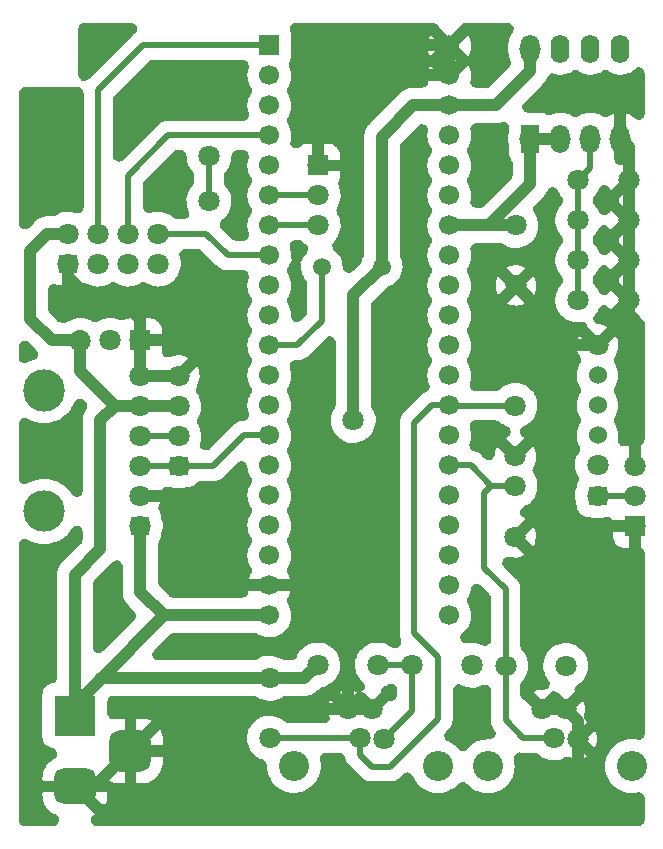
<source format=gbr>
G04 #@! TF.GenerationSoftware,KiCad,Pcbnew,(6.0.4)*
G04 #@! TF.CreationDate,2023-09-22T15:24:42+07:00*
G04 #@! TF.ProjectId,09-Prototype-Final,30392d50-726f-4746-9f74-7970652d4669,rev?*
G04 #@! TF.SameCoordinates,Original*
G04 #@! TF.FileFunction,Copper,L2,Bot*
G04 #@! TF.FilePolarity,Positive*
%FSLAX46Y46*%
G04 Gerber Fmt 4.6, Leading zero omitted, Abs format (unit mm)*
G04 Created by KiCad (PCBNEW (6.0.4)) date 2023-09-22 15:24:42*
%MOMM*%
%LPD*%
G01*
G04 APERTURE LIST*
G04 Aperture macros list*
%AMRoundRect*
0 Rectangle with rounded corners*
0 $1 Rounding radius*
0 $2 $3 $4 $5 $6 $7 $8 $9 X,Y pos of 4 corners*
0 Add a 4 corners polygon primitive as box body*
4,1,4,$2,$3,$4,$5,$6,$7,$8,$9,$2,$3,0*
0 Add four circle primitives for the rounded corners*
1,1,$1+$1,$2,$3*
1,1,$1+$1,$4,$5*
1,1,$1+$1,$6,$7*
1,1,$1+$1,$8,$9*
0 Add four rect primitives between the rounded corners*
20,1,$1+$1,$2,$3,$4,$5,0*
20,1,$1+$1,$4,$5,$6,$7,0*
20,1,$1+$1,$6,$7,$8,$9,0*
20,1,$1+$1,$8,$9,$2,$3,0*%
G04 Aperture macros list end*
G04 #@! TA.AperFunction,ComponentPad*
%ADD10C,1.300000*%
G04 #@! TD*
G04 #@! TA.AperFunction,ComponentPad*
%ADD11C,1.400000*%
G04 #@! TD*
G04 #@! TA.AperFunction,ComponentPad*
%ADD12O,1.400000X1.400000*%
G04 #@! TD*
G04 #@! TA.AperFunction,ComponentPad*
%ADD13C,1.524000*%
G04 #@! TD*
G04 #@! TA.AperFunction,ComponentPad*
%ADD14R,3.500000X3.500000*%
G04 #@! TD*
G04 #@! TA.AperFunction,ComponentPad*
%ADD15RoundRect,0.750000X1.000000X-0.750000X1.000000X0.750000X-1.000000X0.750000X-1.000000X-0.750000X0*%
G04 #@! TD*
G04 #@! TA.AperFunction,ComponentPad*
%ADD16RoundRect,0.875000X0.875000X-0.875000X0.875000X0.875000X-0.875000X0.875000X-0.875000X-0.875000X0*%
G04 #@! TD*
G04 #@! TA.AperFunction,ComponentPad*
%ADD17R,1.700000X1.700000*%
G04 #@! TD*
G04 #@! TA.AperFunction,ComponentPad*
%ADD18O,1.700000X1.700000*%
G04 #@! TD*
G04 #@! TA.AperFunction,ComponentPad*
%ADD19R,1.524000X1.524000*%
G04 #@! TD*
G04 #@! TA.AperFunction,ComponentPad*
%ADD20R,1.600000X2.400000*%
G04 #@! TD*
G04 #@! TA.AperFunction,ComponentPad*
%ADD21O,1.600000X2.400000*%
G04 #@! TD*
G04 #@! TA.AperFunction,WasherPad*
%ADD22C,3.500000*%
G04 #@! TD*
G04 #@! TA.AperFunction,ComponentPad*
%ADD23C,1.700000*%
G04 #@! TD*
G04 #@! TA.AperFunction,ViaPad*
%ADD24C,2.550000*%
G04 #@! TD*
G04 #@! TA.AperFunction,ViaPad*
%ADD25C,3.500000*%
G04 #@! TD*
G04 #@! TA.AperFunction,ViaPad*
%ADD26C,1.800000*%
G04 #@! TD*
G04 #@! TA.AperFunction,ViaPad*
%ADD27C,1.500000*%
G04 #@! TD*
G04 #@! TA.AperFunction,Conductor*
%ADD28C,1.000000*%
G04 #@! TD*
G04 #@! TA.AperFunction,Conductor*
%ADD29C,0.500000*%
G04 #@! TD*
G04 APERTURE END LIST*
D10*
G04 #@! TO.P,J5,1*
G04 #@! TO.N,GND*
X195285000Y-99120000D03*
G04 #@! TO.P,J5,2*
X197320000Y-99120000D03*
G04 #@! TO.P,J5,3*
G04 #@! TO.N,Rain_Gauge*
X196300000Y-101560000D03*
G04 #@! TO.P,J5,4*
G04 #@! TO.N,GND*
X198335000Y-101660000D03*
G04 #@! TD*
D11*
G04 #@! TO.P,R4,1*
G04 #@! TO.N,GND*
X193090800Y-63246000D03*
D12*
G04 #@! TO.P,R4,2*
G04 #@! TO.N,Wind_Vane*
X193090800Y-58166000D03*
G04 #@! TD*
D13*
G04 #@! TO.P,C2,1*
G04 #@! TO.N,/Passive LPF*
X198357600Y-54330600D03*
G04 #@! TO.P,C2,2*
G04 #@! TO.N,GND*
X202657600Y-54330600D03*
G04 #@! TD*
D14*
G04 #@! TO.P,J1,1*
G04 #@! TO.N,+3V3*
X155760500Y-99664000D03*
D15*
G04 #@! TO.P,J1,2*
G04 #@! TO.N,GND*
X155760500Y-105664000D03*
D16*
G04 #@! TO.P,J1,3*
X160460500Y-102664000D03*
G04 #@! TD*
D13*
G04 #@! TO.P,C5,1*
G04 #@! TO.N,/Passive LPF*
X198332200Y-64465200D03*
G04 #@! TO.P,C5,2*
G04 #@! TO.N,GND*
X202632200Y-64465200D03*
G04 #@! TD*
D11*
G04 #@! TO.P,R1,1*
G04 #@! TO.N,+3V3*
X176301400Y-95377000D03*
D12*
G04 #@! TO.P,R1,2*
G04 #@! TO.N,WindVane_raw*
X181381400Y-95377000D03*
G04 #@! TD*
D17*
G04 #@! TO.P,J2,1,Pin_1*
G04 #@! TO.N,GND*
X203149600Y-83601800D03*
D18*
G04 #@! TO.P,J2,2,Pin_2*
G04 #@! TO.N,/32768Hz out*
X203149600Y-81061800D03*
G04 #@! TO.P,J2,3,Pin_3*
G04 #@! TO.N,GND*
X203149600Y-78521800D03*
G04 #@! TD*
D11*
G04 #@! TO.P,R3,1*
G04 #@! TO.N,WindVane_raw*
X184302400Y-95402400D03*
D12*
G04 #@! TO.P,R3,2*
G04 #@! TO.N,/Passive LPF*
X189382400Y-95402400D03*
G04 #@! TD*
D13*
G04 #@! TO.P,C4,1*
G04 #@! TO.N,/Passive LPF*
X198332200Y-61087000D03*
G04 #@! TO.P,C4,2*
G04 #@! TO.N,GND*
X202632200Y-61087000D03*
G04 #@! TD*
D11*
G04 #@! TO.P,R2,1*
G04 #@! TO.N,+3V3*
X172237400Y-96494600D03*
D12*
G04 #@! TO.P,R2,2*
G04 #@! TO.N,Anemometer*
X172237400Y-101574600D03*
G04 #@! TD*
D19*
G04 #@! TO.P,U3,1,GND*
G04 #@! TO.N,GND*
X155194000Y-61438000D03*
D13*
G04 #@! TO.P,U3,2,VCC*
G04 #@! TO.N,+3V3*
X155194000Y-58898000D03*
G04 #@! TO.P,U3,3,RST*
G04 #@! TO.N,LoRa_Reset*
X157734000Y-61438000D03*
G04 #@! TO.P,U3,4,NCSS*
G04 #@! TO.N,LoRa_NCSS*
X157734000Y-58898000D03*
G04 #@! TO.P,U3,5,SCLK*
G04 #@! TO.N,LoRa_SCLK*
X160274000Y-61438000D03*
G04 #@! TO.P,U3,6,MOSI*
G04 #@! TO.N,LoRa_MOSI*
X160274000Y-58898000D03*
G04 #@! TO.P,U3,7,MISO*
G04 #@! TO.N,LoRa_MISO*
X162814000Y-61438000D03*
G04 #@! TO.P,U3,8,DIO0*
G04 #@! TO.N,LoRa_DIO0*
X162814000Y-58898000D03*
G04 #@! TD*
D11*
G04 #@! TO.P,R5,1*
G04 #@! TO.N,+3V3*
X197307200Y-95427800D03*
D12*
G04 #@! TO.P,R5,2*
G04 #@! TO.N,Rain_Gauge*
X192227200Y-95427800D03*
G04 #@! TD*
D20*
G04 #@! TO.P,U4,1*
G04 #@! TO.N,Wind_Vane*
X194320000Y-50815000D03*
D21*
G04 #@! TO.P,U4,2,-*
X196860000Y-50815000D03*
G04 #@! TO.P,U4,3,+*
G04 #@! TO.N,/Passive LPF*
X199400000Y-50815000D03*
G04 #@! TO.P,U4,4,V-*
G04 #@! TO.N,GND*
X201940000Y-50815000D03*
G04 #@! TO.P,U4,5,+*
G04 #@! TO.N,unconnected-(U4-Pad5)*
X201940000Y-43195000D03*
G04 #@! TO.P,U4,6,-*
G04 #@! TO.N,unconnected-(U4-Pad6)*
X199400000Y-43195000D03*
G04 #@! TO.P,U4,7*
G04 #@! TO.N,unconnected-(U4-Pad7)*
X196860000Y-43195000D03*
G04 #@! TO.P,U4,8,V+*
G04 #@! TO.N,+3V3*
X194320000Y-43195000D03*
G04 #@! TD*
D13*
G04 #@! TO.P,C6,1*
G04 #@! TO.N,GND*
X193014600Y-84522200D03*
G04 #@! TO.P,C6,2*
G04 #@! TO.N,Rain_Gauge*
X193014600Y-80222200D03*
G04 #@! TD*
D10*
G04 #@! TO.P,J4,1*
G04 #@! TO.N,GND*
X178865000Y-99120000D03*
G04 #@! TO.P,J4,2*
X180900000Y-99120000D03*
G04 #@! TO.P,J4,3*
G04 #@! TO.N,Anemometer*
X179880000Y-101560000D03*
G04 #@! TO.P,J4,4*
G04 #@! TO.N,WindVane_raw*
X181915000Y-101660000D03*
G04 #@! TD*
D13*
G04 #@! TO.P,C3,1*
G04 #@! TO.N,/Passive LPF*
X198332200Y-57708800D03*
G04 #@! TO.P,C3,2*
G04 #@! TO.N,GND*
X202632200Y-57708800D03*
G04 #@! TD*
D22*
G04 #@! TO.P,U5,*
G04 #@! TO.N,*
X153140000Y-72146800D03*
X153140000Y-82386800D03*
D19*
G04 #@! TO.P,U5,1,VCC*
G04 #@! TO.N,+3V3*
X161290000Y-83616800D03*
D13*
X161290000Y-73456800D03*
G04 #@! TO.P,U5,2,GND*
G04 #@! TO.N,GND*
X161290000Y-81076800D03*
G04 #@! TO.P,U5,3,SCL*
G04 #@! TO.N,I2C_CLK*
X161290000Y-78536800D03*
G04 #@! TO.P,U5,4,SDA*
G04 #@! TO.N,I2C_SDA*
X161290000Y-75996800D03*
G04 #@! TO.P,U5,5,ADDR*
G04 #@! TO.N,GND*
X161290000Y-70916800D03*
G04 #@! TD*
G04 #@! TO.P,C1,1*
G04 #@! TO.N,GND*
X193040000Y-77715000D03*
G04 #@! TO.P,C1,2*
G04 #@! TO.N,Anemometer*
X193040000Y-73415000D03*
G04 #@! TD*
D17*
G04 #@! TO.P,U1,1,PB12*
G04 #@! TO.N,LoRa_NCSS*
X172212000Y-42926000D03*
D23*
G04 #@! TO.P,U1,2,PB13*
G04 #@! TO.N,LoRa_SCLK*
X172212000Y-45466000D03*
G04 #@! TO.P,U1,3,PB14*
G04 #@! TO.N,LoRa_MISO*
X172212000Y-48006000D03*
G04 #@! TO.P,U1,4,PB15*
G04 #@! TO.N,LoRa_MOSI*
X172212000Y-50546000D03*
G04 #@! TO.P,U1,5,PA8*
G04 #@! TO.N,LoRa_Reset*
X172212000Y-53086000D03*
G04 #@! TO.P,U1,6,PA9*
G04 #@! TO.N,UART_TX*
X172212000Y-55626000D03*
G04 #@! TO.P,U1,7,PA10*
G04 #@! TO.N,UART_RX*
X172212000Y-58166000D03*
G04 #@! TO.P,U1,8,PA11*
G04 #@! TO.N,LoRa_DIO0*
X172212000Y-60706000D03*
G04 #@! TO.P,U1,9,PA12*
G04 #@! TO.N,unconnected-(U1-Pad9)*
X172212000Y-63246000D03*
G04 #@! TO.P,U1,10,PA15*
G04 #@! TO.N,RTC_ALARM*
X172212000Y-65786000D03*
G04 #@! TO.P,U1,11,PB3*
G04 #@! TO.N,DS18B20*
X172212000Y-68326000D03*
G04 #@! TO.P,U1,12,PB4*
G04 #@! TO.N,unconnected-(U1-Pad12)*
X172212000Y-70866000D03*
G04 #@! TO.P,U1,13,PB5*
G04 #@! TO.N,unconnected-(U1-Pad13)*
X172212000Y-73406000D03*
G04 #@! TO.P,U1,14,PB6*
G04 #@! TO.N,I2C_CLK*
X172212000Y-75946000D03*
G04 #@! TO.P,U1,15,PB7*
G04 #@! TO.N,I2C_SDA*
X172212000Y-78486000D03*
G04 #@! TO.P,U1,16,PB8*
G04 #@! TO.N,unconnected-(U1-Pad16)*
X172212000Y-81026000D03*
G04 #@! TO.P,U1,17,PB9*
G04 #@! TO.N,unconnected-(U1-Pad17)*
X172212000Y-83566000D03*
G04 #@! TO.P,U1,18,5V*
G04 #@! TO.N,unconnected-(U1-Pad18)*
X172212000Y-86106000D03*
G04 #@! TO.P,U1,19,GND*
G04 #@! TO.N,GND*
X172212000Y-88646000D03*
G04 #@! TO.P,U1,20,3V3*
G04 #@! TO.N,+3V3*
X172212000Y-91186000D03*
G04 #@! TO.P,U1,21,VBat*
G04 #@! TO.N,unconnected-(U1-Pad21)*
X187452000Y-91186000D03*
G04 #@! TO.P,U1,22,PC13*
G04 #@! TO.N,unconnected-(U1-Pad22)*
X187452000Y-88646000D03*
G04 #@! TO.P,U1,23,PC14*
G04 #@! TO.N,unconnected-(U1-Pad23)*
X187452000Y-86106000D03*
G04 #@! TO.P,U1,24,PC15*
G04 #@! TO.N,unconnected-(U1-Pad24)*
X187452000Y-83566000D03*
G04 #@! TO.P,U1,25,PA0*
G04 #@! TO.N,unconnected-(U1-Pad25)*
X187452000Y-81026000D03*
G04 #@! TO.P,U1,26,PA1*
G04 #@! TO.N,Rain_Gauge*
X187452000Y-78486000D03*
G04 #@! TO.P,U1,27,PA2*
G04 #@! TO.N,unconnected-(U1-Pad27)*
X187452000Y-75946000D03*
G04 #@! TO.P,U1,28,PA3*
G04 #@! TO.N,Anemometer*
X187452000Y-73406000D03*
G04 #@! TO.P,U1,29,PA4*
G04 #@! TO.N,unconnected-(U1-Pad29)*
X187452000Y-70866000D03*
G04 #@! TO.P,U1,30,PA5*
G04 #@! TO.N,unconnected-(U1-Pad30)*
X187452000Y-68326000D03*
G04 #@! TO.P,U1,31,PA6*
G04 #@! TO.N,unconnected-(U1-Pad31)*
X187452000Y-65786000D03*
G04 #@! TO.P,U1,32,PA7*
G04 #@! TO.N,unconnected-(U1-Pad32)*
X187452000Y-63246000D03*
G04 #@! TO.P,U1,33,PB0*
G04 #@! TO.N,unconnected-(U1-Pad33)*
X187452000Y-60706000D03*
G04 #@! TO.P,U1,34,PB1*
G04 #@! TO.N,Wind_Vane*
X187452000Y-58166000D03*
G04 #@! TO.P,U1,35,PB10*
G04 #@! TO.N,unconnected-(U1-Pad35)*
X187452000Y-55626000D03*
G04 #@! TO.P,U1,36,PB11*
G04 #@! TO.N,unconnected-(U1-Pad36)*
X187452000Y-53086000D03*
G04 #@! TO.P,U1,37,RST*
G04 #@! TO.N,unconnected-(U1-Pad37)*
X187452000Y-50546000D03*
G04 #@! TO.P,U1,38,3V3*
G04 #@! TO.N,+3V3*
X187452000Y-48006000D03*
G04 #@! TO.P,U1,39,GND*
G04 #@! TO.N,GND*
X187452000Y-45466000D03*
G04 #@! TO.P,U1,40,GND*
X187452000Y-42926000D03*
G04 #@! TD*
D19*
G04 #@! TO.P,U2,1,SCL*
G04 #@! TO.N,I2C_CLK*
X164541200Y-78536800D03*
D13*
G04 #@! TO.P,U2,2,SDA*
G04 #@! TO.N,I2C_SDA*
X164541200Y-75996800D03*
G04 #@! TO.P,U2,3,VCC*
G04 #@! TO.N,+3V3*
X164541200Y-73456800D03*
G04 #@! TO.P,U2,4,GND*
G04 #@! TO.N,GND*
X164541200Y-70916800D03*
D19*
G04 #@! TO.P,U2,5,32K*
G04 #@! TO.N,/32768Hz out*
X200001200Y-81076800D03*
D13*
G04 #@! TO.P,U2,6,SQW*
G04 #@! TO.N,RTC_ALARM*
X200001200Y-78456800D03*
G04 #@! TO.P,U2,7,SCL*
G04 #@! TO.N,unconnected-(U2-Pad7)*
X200001200Y-73376800D03*
G04 #@! TO.P,U2,8,SDA*
G04 #@! TO.N,unconnected-(U2-Pad8)*
X200001200Y-75916800D03*
G04 #@! TO.P,U2,9,VCC*
G04 #@! TO.N,unconnected-(U2-Pad9)*
X200001200Y-70836800D03*
G04 #@! TO.P,U2,10,GND*
G04 #@! TO.N,GND*
X200001200Y-68296800D03*
G04 #@! TD*
D11*
G04 #@! TO.P,R6,1*
G04 #@! TO.N,+3V3*
X181737000Y-61671200D03*
D12*
G04 #@! TO.P,R6,2*
G04 #@! TO.N,DS18B20*
X176657000Y-61671200D03*
G04 #@! TD*
D17*
G04 #@! TO.P,J3,1,Pin_1*
G04 #@! TO.N,GND*
X176352200Y-53086000D03*
D18*
G04 #@! TO.P,J3,2,Pin_2*
G04 #@! TO.N,UART_TX*
X176352200Y-55626000D03*
G04 #@! TO.P,J3,3,Pin_3*
G04 #@! TO.N,UART_RX*
X176352200Y-58166000D03*
G04 #@! TD*
D17*
G04 #@! TO.P,J6,1,Pin_1*
G04 #@! TO.N,GND*
X161275000Y-67894600D03*
D18*
G04 #@! TO.P,J6,2,Pin_2*
G04 #@! TO.N,DS18B20*
X158735000Y-67894600D03*
G04 #@! TO.P,J6,3,Pin_3*
G04 #@! TO.N,+3V3*
X156195000Y-67894600D03*
G04 #@! TD*
D24*
G04 #@! TO.N,*
X202910000Y-103940000D03*
X186490000Y-103950000D03*
D25*
X153140000Y-72140000D03*
X153150000Y-82370000D03*
D24*
X174290000Y-103930000D03*
X190710000Y-103960000D03*
D26*
G04 #@! TO.N,GND*
X203149600Y-83601800D03*
X200001200Y-68296800D03*
X178860000Y-99120000D03*
X161290000Y-70916800D03*
X161290000Y-81076800D03*
X198335000Y-101660000D03*
X201940000Y-50815000D03*
X193040000Y-77715000D03*
X193090800Y-63246000D03*
X202632200Y-57708800D03*
X164541200Y-70916800D03*
X180900000Y-99120000D03*
X197320000Y-99120000D03*
X193014600Y-84522200D03*
X202632200Y-61087000D03*
X155194000Y-61438000D03*
X161290000Y-67909600D03*
X202634100Y-54354100D03*
X203149600Y-78521800D03*
X195285000Y-99120000D03*
X202632200Y-64465200D03*
X176352200Y-53086000D03*
G04 #@! TO.N,Anemometer*
X179880000Y-101560000D03*
X172237400Y-101574600D03*
X193040000Y-73415000D03*
G04 #@! TO.N,/Passive LPF*
X198332200Y-54356000D03*
X199400000Y-50815000D03*
X198332200Y-57708800D03*
X198332200Y-64465200D03*
X198332200Y-61087000D03*
X189382400Y-95402400D03*
G04 #@! TO.N,+3V3*
X179324000Y-74676000D03*
X155194000Y-58898000D03*
X161290000Y-83616800D03*
X197307200Y-95427800D03*
X194320000Y-43195000D03*
X161290000Y-73456800D03*
D27*
X181737000Y-61671200D03*
D26*
X172237400Y-96494600D03*
X176301400Y-95377000D03*
X164541200Y-73456800D03*
X156195000Y-67915000D03*
G04 #@! TO.N,/32768Hz out*
X200001200Y-81076800D03*
X203149600Y-81061800D03*
G04 #@! TO.N,UART_TX*
X176352200Y-55626000D03*
G04 #@! TO.N,UART_RX*
X176352200Y-58166000D03*
G04 #@! TO.N,WindVane_raw*
X181381400Y-95377000D03*
X181915000Y-101660000D03*
X184273000Y-95377000D03*
D27*
G04 #@! TO.N,DS18B20*
X176657000Y-61671200D03*
D26*
X158735000Y-67894600D03*
G04 #@! TO.N,Wind_Vane*
X194320000Y-50815000D03*
X196860000Y-50815000D03*
X193090800Y-58166000D03*
G04 #@! TO.N,LoRa_NCSS*
X157734000Y-58898000D03*
G04 #@! TO.N,LoRa_SCLK*
X160274000Y-61438000D03*
G04 #@! TO.N,LoRa_MISO*
X162814000Y-61438000D03*
X167106600Y-56108600D03*
X167106600Y-52298600D03*
G04 #@! TO.N,LoRa_MOSI*
X160274000Y-58898000D03*
G04 #@! TO.N,LoRa_Reset*
X157734000Y-61438000D03*
G04 #@! TO.N,LoRa_DIO0*
X162814000Y-58898000D03*
G04 #@! TO.N,RTC_ALARM*
X200001200Y-78456800D03*
G04 #@! TO.N,I2C_CLK*
X164541200Y-78536800D03*
X161290000Y-78536800D03*
G04 #@! TO.N,Rain_Gauge*
X193014600Y-80222200D03*
X192227200Y-95427800D03*
X196300000Y-101560000D03*
G04 #@! TO.N,I2C_SDA*
X161290000Y-75996800D03*
X164541200Y-75996800D03*
G04 #@! TD*
D28*
G04 #@! TO.N,GND*
X195427600Y-70307200D02*
X195427600Y-65582800D01*
X199771000Y-96669000D02*
X197320000Y-99120000D01*
X195427600Y-87503000D02*
X195427600Y-86935200D01*
X166370000Y-88646000D02*
X172212000Y-88646000D01*
X176352200Y-53086000D02*
X176352200Y-47777400D01*
X197438000Y-68296800D02*
X200001200Y-68296800D01*
X202657600Y-54330600D02*
X202657600Y-51532600D01*
X172212000Y-88646000D02*
X175564800Y-88646000D01*
X157099000Y-64439800D02*
X155194000Y-62534800D01*
X193040000Y-77715000D02*
X195427600Y-75327400D01*
X178860000Y-99120000D02*
X164004500Y-99120000D01*
X203149600Y-89788600D02*
X203149600Y-83601800D01*
X202632200Y-64465200D02*
X202632200Y-65665800D01*
X155760500Y-105664000D02*
X157792500Y-107696000D01*
X155760500Y-105664000D02*
X157460500Y-105664000D01*
X178865000Y-99120000D02*
X178860000Y-99120000D01*
X159664400Y-64439800D02*
X157099000Y-64439800D01*
X195681600Y-107696000D02*
X198335000Y-105042600D01*
X195427600Y-70307200D02*
X197438000Y-68296800D01*
X198335000Y-101660000D02*
X198335000Y-100135000D01*
X161290000Y-81076800D02*
X163118800Y-81076800D01*
X175564800Y-88646000D02*
X178866800Y-91948000D01*
X164592000Y-86868000D02*
X166370000Y-88646000D01*
X180900000Y-99120000D02*
X178865000Y-99120000D01*
X199771000Y-93167200D02*
X199771000Y-96669000D01*
X176352200Y-47777400D02*
X178155600Y-45974000D01*
X163118800Y-81076800D02*
X164592000Y-82550000D01*
X202632200Y-54356000D02*
X202634100Y-54354100D01*
X195427600Y-87503000D02*
X195427600Y-88823800D01*
X161275000Y-66050400D02*
X159664400Y-64439800D01*
X202632200Y-65665800D02*
X203149600Y-66183200D01*
X157460500Y-105664000D02*
X160460500Y-102664000D01*
X178865000Y-91949800D02*
X178865000Y-99120000D01*
X178155600Y-45974000D02*
X181203600Y-42926000D01*
X161275000Y-67894600D02*
X161275000Y-66050400D01*
X203149600Y-66183200D02*
X203149600Y-78521800D01*
X178866800Y-91948000D02*
X178865000Y-91949800D01*
X202634100Y-54354100D02*
X202657600Y-54330600D01*
X198335000Y-100135000D02*
X197320000Y-99120000D01*
X202632200Y-57708800D02*
X202632200Y-54356000D01*
X178663600Y-45466000D02*
X178155600Y-45974000D01*
X202632200Y-64465200D02*
X202632200Y-61087000D01*
X187452000Y-42926000D02*
X187452000Y-45466000D01*
X195427600Y-65582800D02*
X193090800Y-63246000D01*
X197320000Y-99120000D02*
X195285000Y-99120000D01*
X164592000Y-82550000D02*
X164592000Y-86868000D01*
X157792500Y-107696000D02*
X195681600Y-107696000D01*
X161290000Y-70916800D02*
X164541200Y-70916800D01*
X195427600Y-75327400D02*
X195427600Y-70307200D01*
X181203600Y-42926000D02*
X187452000Y-42926000D01*
X161290000Y-70916800D02*
X161290000Y-67909600D01*
X187452000Y-45466000D02*
X178663600Y-45466000D01*
X202632200Y-65665800D02*
X200001200Y-68296800D01*
X155194000Y-62534800D02*
X155194000Y-61438000D01*
X195427600Y-86935200D02*
X193014600Y-84522200D01*
X199771000Y-93167200D02*
X203149600Y-89788600D01*
X195427600Y-75327400D02*
X195427600Y-87503000D01*
X202657600Y-51532600D02*
X201940000Y-50815000D01*
X161290000Y-67909600D02*
X161275000Y-67894600D01*
X195427600Y-88823800D02*
X199771000Y-93167200D01*
X164004500Y-99120000D02*
X160460500Y-102664000D01*
X202632200Y-61087000D02*
X202632200Y-57708800D01*
X198335000Y-105042600D02*
X198335000Y-101660000D01*
D29*
G04 #@! TO.N,Anemometer*
X172237400Y-101574600D02*
X179865400Y-101574600D01*
X184505600Y-74879200D02*
X185978800Y-73406000D01*
X179865400Y-101574600D02*
X179880000Y-101560000D01*
X187461000Y-73415000D02*
X187452000Y-73406000D01*
X180873400Y-103987600D02*
X182422800Y-103987600D01*
X184505600Y-92710000D02*
X184505600Y-74879200D01*
X193040000Y-73415000D02*
X187461000Y-73415000D01*
X186486800Y-94691200D02*
X184505600Y-92710000D01*
X179880000Y-102994200D02*
X180873400Y-103987600D01*
X186486800Y-99923600D02*
X186486800Y-94691200D01*
X179880000Y-101560000D02*
X179880000Y-102994200D01*
X182422800Y-103987600D02*
X186486800Y-99923600D01*
X185978800Y-73406000D02*
X187452000Y-73406000D01*
G04 #@! TO.N,/Passive LPF*
X198332200Y-57708800D02*
X198332200Y-54356000D01*
X198332200Y-61087000D02*
X198332200Y-57708800D01*
X199400000Y-53288200D02*
X198357600Y-54330600D01*
X198332200Y-54356000D02*
X198357600Y-54330600D01*
X198332200Y-64465200D02*
X198332200Y-61087000D01*
X199400000Y-50815000D02*
X199400000Y-53288200D01*
D28*
G04 #@! TO.N,+3V3*
X179324000Y-74676000D02*
X179324000Y-64084200D01*
X161290000Y-83616800D02*
X161290000Y-89204800D01*
X163271200Y-91186000D02*
X157759400Y-96697800D01*
X156195000Y-67894600D02*
X156195000Y-67915000D01*
X181737000Y-61671200D02*
X181737000Y-50673000D01*
X172212000Y-91186000D02*
X172212000Y-91287600D01*
X191414400Y-48006000D02*
X194320000Y-45100400D01*
X156195000Y-67915000D02*
X156195000Y-70520800D01*
X156195000Y-67894600D02*
X153797400Y-67894600D01*
X157759400Y-96697800D02*
X155760500Y-98696700D01*
X153797400Y-67894600D02*
X151968200Y-66065400D01*
X184404000Y-48006000D02*
X187452000Y-48006000D01*
X151968200Y-66065400D02*
X151968200Y-60350400D01*
X172212000Y-96469200D02*
X172237400Y-96494600D01*
X181737000Y-50673000D02*
X184404000Y-48006000D01*
X155760500Y-87723900D02*
X157911800Y-85572600D01*
X187452000Y-48006000D02*
X191414400Y-48006000D01*
X151968200Y-60350400D02*
X153420600Y-58898000D01*
X156195000Y-70520800D02*
X159131000Y-73456800D01*
X155760500Y-98696700D02*
X155760500Y-99664000D01*
X172237400Y-96494600D02*
X157962600Y-96494600D01*
X161290000Y-89204800D02*
X163271200Y-91186000D01*
X157911800Y-74676000D02*
X159131000Y-73456800D01*
X179324000Y-64084200D02*
X181737000Y-61671200D01*
X194320000Y-45100400D02*
X194320000Y-43195000D01*
X157962600Y-96494600D02*
X157759400Y-96697800D01*
X163271200Y-91186000D02*
X172212000Y-91186000D01*
X155760500Y-99664000D02*
X155760500Y-87723900D01*
X175183800Y-96494600D02*
X176301400Y-95377000D01*
X153420600Y-58898000D02*
X155194000Y-58898000D01*
X157911800Y-85572600D02*
X157911800Y-74676000D01*
X161290000Y-73456800D02*
X164541200Y-73456800D01*
X159131000Y-73456800D02*
X161290000Y-73456800D01*
X172237400Y-96494600D02*
X175183800Y-96494600D01*
D29*
G04 #@! TO.N,/32768Hz out*
X203134600Y-81076800D02*
X203149600Y-81061800D01*
X200001200Y-81076800D02*
X203134600Y-81076800D01*
G04 #@! TO.N,UART_TX*
X172212000Y-55626000D02*
X176352200Y-55626000D01*
G04 #@! TO.N,UART_RX*
X172212000Y-58166000D02*
X176352200Y-58166000D01*
G04 #@! TO.N,WindVane_raw*
X181915000Y-101660000D02*
X184302400Y-99272600D01*
X181381400Y-95377000D02*
X184273000Y-95377000D01*
X184302400Y-99272600D02*
X184302400Y-95402400D01*
X184273000Y-95377000D02*
X184277000Y-95377000D01*
X184277000Y-95377000D02*
X184302400Y-95402400D01*
G04 #@! TO.N,DS18B20*
X176657000Y-61671200D02*
X176657000Y-66243200D01*
X176657000Y-66243200D02*
X174574200Y-68326000D01*
X174574200Y-68326000D02*
X172212000Y-68326000D01*
D28*
G04 #@! TO.N,Wind_Vane*
X194320000Y-54701600D02*
X194320000Y-50815000D01*
X190855600Y-58166000D02*
X193090800Y-58166000D01*
X190855600Y-58166000D02*
X194320000Y-54701600D01*
X187452000Y-58166000D02*
X190855600Y-58166000D01*
X194320000Y-50815000D02*
X196860000Y-50815000D01*
D29*
G04 #@! TO.N,LoRa_NCSS*
X157734000Y-58898000D02*
X157734000Y-46736000D01*
X157734000Y-46736000D02*
X161544000Y-42926000D01*
X161544000Y-42926000D02*
X172212000Y-42926000D01*
G04 #@! TO.N,LoRa_MISO*
X167106600Y-56108600D02*
X167106600Y-52298600D01*
G04 #@! TO.N,LoRa_MOSI*
X163677600Y-50546000D02*
X172212000Y-50546000D01*
X160274000Y-53949600D02*
X163677600Y-50546000D01*
X160274000Y-58898000D02*
X160274000Y-53949600D01*
G04 #@! TO.N,LoRa_DIO0*
X166873400Y-58898000D02*
X168681400Y-60706000D01*
X162814000Y-58898000D02*
X166873400Y-58898000D01*
X168681400Y-60706000D02*
X172212000Y-60706000D01*
G04 #@! TO.N,I2C_CLK*
X167487600Y-78536800D02*
X170078400Y-75946000D01*
X164541200Y-78536800D02*
X167487600Y-78536800D01*
X161290000Y-78536800D02*
X164541200Y-78536800D01*
X170078400Y-75946000D02*
X172212000Y-75946000D01*
G04 #@! TO.N,Rain_Gauge*
X192227200Y-95427800D02*
X192227200Y-88976200D01*
X190398400Y-80840800D02*
X191017000Y-80222200D01*
X192227200Y-100076000D02*
X193711200Y-101560000D01*
X187452000Y-78486000D02*
X189280800Y-78486000D01*
X189280800Y-78486000D02*
X191017000Y-80222200D01*
X192227200Y-88976200D02*
X190398400Y-87147400D01*
X192227200Y-95427800D02*
X192227200Y-100076000D01*
X191017000Y-80222200D02*
X193014600Y-80222200D01*
X193711200Y-101560000D02*
X196300000Y-101560000D01*
X190398400Y-87147400D02*
X190398400Y-80840800D01*
G04 #@! TO.N,I2C_SDA*
X161290000Y-75996800D02*
X164541200Y-75996800D01*
G04 #@! TD*
G04 #@! TA.AperFunction,Conductor*
G04 #@! TO.N,GND*
G36*
X185317517Y-49627046D02*
G01*
X185442174Y-49695114D01*
X185542605Y-49795544D01*
X185610673Y-49920201D01*
X185640864Y-50058986D01*
X185631317Y-50192466D01*
X185631686Y-50192530D01*
X185631052Y-50196160D01*
X185630731Y-50200654D01*
X185628884Y-50208582D01*
X185628653Y-50209908D01*
X185624399Y-50227032D01*
X185597688Y-50487726D01*
X185598381Y-50505362D01*
X185607033Y-50725547D01*
X185607977Y-50749582D01*
X185633689Y-50890370D01*
X185642607Y-50939198D01*
X185655058Y-51007376D01*
X185737994Y-51255965D01*
X185745876Y-51271740D01*
X185745878Y-51271744D01*
X185821811Y-51423709D01*
X185855128Y-51490387D01*
X185865158Y-51504899D01*
X185865162Y-51504906D01*
X185883484Y-51531415D01*
X185946787Y-51658558D01*
X185971706Y-51798385D01*
X185956222Y-51939568D01*
X185904479Y-52065759D01*
X185893946Y-52083893D01*
X185785955Y-52269813D01*
X185687574Y-52512703D01*
X185683321Y-52529826D01*
X185683320Y-52529828D01*
X185640082Y-52703896D01*
X185624399Y-52767032D01*
X185597688Y-53027726D01*
X185598381Y-53045362D01*
X185604084Y-53190493D01*
X185607977Y-53289582D01*
X185611147Y-53306937D01*
X185647767Y-53507452D01*
X185655058Y-53547376D01*
X185679851Y-53621690D01*
X185728402Y-53767213D01*
X185737994Y-53795965D01*
X185745876Y-53811740D01*
X185745878Y-53811744D01*
X185840653Y-54001418D01*
X185855128Y-54030387D01*
X185865158Y-54044899D01*
X185865162Y-54044906D01*
X185883484Y-54071415D01*
X185946787Y-54198558D01*
X185971706Y-54338385D01*
X185956222Y-54479568D01*
X185904479Y-54605759D01*
X185865948Y-54672096D01*
X185785955Y-54809813D01*
X185687574Y-55052703D01*
X185683321Y-55069826D01*
X185683320Y-55069828D01*
X185629447Y-55286708D01*
X185624399Y-55307032D01*
X185597688Y-55567726D01*
X185598381Y-55585362D01*
X185606373Y-55788748D01*
X185607977Y-55829582D01*
X185622958Y-55911609D01*
X185651225Y-56066387D01*
X185655058Y-56087376D01*
X185737994Y-56335965D01*
X185745876Y-56351740D01*
X185745878Y-56351744D01*
X185825936Y-56511965D01*
X185855128Y-56570387D01*
X185865158Y-56584899D01*
X185865162Y-56584906D01*
X185883484Y-56611415D01*
X185946787Y-56738558D01*
X185971706Y-56878385D01*
X185956222Y-57019568D01*
X185904479Y-57145759D01*
X185883078Y-57182604D01*
X185785955Y-57349813D01*
X185687574Y-57592703D01*
X185683321Y-57609826D01*
X185683320Y-57609828D01*
X185649893Y-57744398D01*
X185624399Y-57847032D01*
X185597688Y-58107726D01*
X185598381Y-58125362D01*
X185605175Y-58298260D01*
X185607977Y-58369582D01*
X185655058Y-58627376D01*
X185737994Y-58875965D01*
X185745876Y-58891740D01*
X185745878Y-58891744D01*
X185828738Y-59057572D01*
X185855128Y-59110387D01*
X185865158Y-59124899D01*
X185865162Y-59124906D01*
X185883484Y-59151415D01*
X185946787Y-59278558D01*
X185971706Y-59418385D01*
X185956222Y-59559568D01*
X185904479Y-59685759D01*
X185785955Y-59889813D01*
X185687574Y-60132703D01*
X185683321Y-60149826D01*
X185683320Y-60149828D01*
X185644281Y-60306992D01*
X185624399Y-60387032D01*
X185597688Y-60647726D01*
X185598381Y-60665362D01*
X185607261Y-60891349D01*
X185607977Y-60909582D01*
X185621403Y-60983094D01*
X185651832Y-61149711D01*
X185655058Y-61167376D01*
X185660641Y-61184110D01*
X185711318Y-61336006D01*
X185737994Y-61415965D01*
X185745876Y-61431740D01*
X185745878Y-61431744D01*
X185833359Y-61606820D01*
X185855128Y-61650387D01*
X185865158Y-61664899D01*
X185865162Y-61664906D01*
X185883484Y-61691415D01*
X185946787Y-61818558D01*
X185971706Y-61958385D01*
X185956222Y-62099568D01*
X185904479Y-62225759D01*
X185794821Y-62414549D01*
X185785955Y-62429813D01*
X185687574Y-62672703D01*
X185683321Y-62689826D01*
X185683320Y-62689828D01*
X185661982Y-62775730D01*
X185624399Y-62927032D01*
X185597688Y-63187726D01*
X185598381Y-63205362D01*
X185607211Y-63430075D01*
X185607977Y-63449582D01*
X185633689Y-63590370D01*
X185650263Y-63681119D01*
X185655058Y-63707376D01*
X185737994Y-63955965D01*
X185745876Y-63971740D01*
X185745878Y-63971744D01*
X185820206Y-64120497D01*
X185855128Y-64190387D01*
X185865158Y-64204899D01*
X185865162Y-64204906D01*
X185883484Y-64231415D01*
X185946787Y-64358558D01*
X185971706Y-64498385D01*
X185956222Y-64639568D01*
X185904479Y-64765759D01*
X185855210Y-64850582D01*
X185785955Y-64969813D01*
X185687574Y-65212703D01*
X185624399Y-65467032D01*
X185597688Y-65727726D01*
X185598381Y-65745362D01*
X185603333Y-65871380D01*
X185607977Y-65989582D01*
X185633360Y-66128568D01*
X185649571Y-66217329D01*
X185655058Y-66247376D01*
X185660641Y-66264110D01*
X185729896Y-66471691D01*
X185737994Y-66495965D01*
X185745876Y-66511740D01*
X185745878Y-66511744D01*
X185818544Y-66657171D01*
X185855128Y-66730387D01*
X185865158Y-66744899D01*
X185865162Y-66744906D01*
X185883484Y-66771415D01*
X185946787Y-66898558D01*
X185971706Y-67038385D01*
X185956222Y-67179568D01*
X185904479Y-67305759D01*
X185889284Y-67331920D01*
X185785955Y-67509813D01*
X185687574Y-67752703D01*
X185683321Y-67769826D01*
X185683320Y-67769828D01*
X185633470Y-67970514D01*
X185624399Y-68007032D01*
X185597688Y-68267726D01*
X185598381Y-68285362D01*
X185606565Y-68493637D01*
X185607977Y-68529582D01*
X185611147Y-68546937D01*
X185645708Y-68736177D01*
X185655058Y-68787376D01*
X185737994Y-69035965D01*
X185745876Y-69051740D01*
X185745878Y-69051744D01*
X185832991Y-69226084D01*
X185855128Y-69270387D01*
X185865158Y-69284899D01*
X185865162Y-69284906D01*
X185883484Y-69311415D01*
X185946787Y-69438558D01*
X185971706Y-69578385D01*
X185956222Y-69719568D01*
X185904479Y-69845759D01*
X185893578Y-69864527D01*
X185785955Y-70049813D01*
X185687574Y-70292703D01*
X185624399Y-70547032D01*
X185597688Y-70807726D01*
X185598381Y-70825362D01*
X185606649Y-71035773D01*
X185607977Y-71069582D01*
X185611147Y-71086937D01*
X185648410Y-71290972D01*
X185655058Y-71327376D01*
X185737994Y-71575965D01*
X185745881Y-71591749D01*
X185751371Y-71605004D01*
X185786494Y-71742623D01*
X185781424Y-71884562D01*
X185736569Y-72019324D01*
X185655565Y-72135990D01*
X185544974Y-72225108D01*
X185505182Y-72246347D01*
X185473506Y-72261456D01*
X185454458Y-72270057D01*
X185385487Y-72299476D01*
X185366912Y-72311678D01*
X185366796Y-72311740D01*
X185363235Y-72313543D01*
X185359858Y-72315649D01*
X185359731Y-72315724D01*
X185339671Y-72325292D01*
X185321625Y-72338259D01*
X185321622Y-72338261D01*
X185278790Y-72369039D01*
X185261586Y-72380863D01*
X185198915Y-72422031D01*
X185185257Y-72434200D01*
X185185252Y-72434204D01*
X185173367Y-72444794D01*
X185173175Y-72444578D01*
X185171972Y-72445796D01*
X185158395Y-72455552D01*
X185142925Y-72471516D01*
X185086582Y-72529657D01*
X185081084Y-72535242D01*
X183699275Y-73917051D01*
X183684193Y-73931515D01*
X183673376Y-73941462D01*
X183655746Y-73954990D01*
X183631805Y-73981301D01*
X183607184Y-74008359D01*
X183590954Y-74025372D01*
X183581320Y-74035006D01*
X183574189Y-74043535D01*
X183574185Y-74043539D01*
X183569722Y-74048877D01*
X183555978Y-74064633D01*
X183520470Y-74103656D01*
X183520467Y-74103660D01*
X183505514Y-74120093D01*
X183493703Y-74138920D01*
X183493610Y-74139043D01*
X183491136Y-74142147D01*
X183488949Y-74145458D01*
X183488859Y-74145587D01*
X183474603Y-74162638D01*
X183463593Y-74181940D01*
X183463587Y-74181949D01*
X183437461Y-74227753D01*
X183426727Y-74245689D01*
X183398701Y-74290365D01*
X183398697Y-74290373D01*
X183386893Y-74309190D01*
X183378605Y-74329808D01*
X183378534Y-74329947D01*
X183376646Y-74333446D01*
X183375067Y-74337121D01*
X183375015Y-74337235D01*
X183364005Y-74356537D01*
X183356588Y-74377481D01*
X183356586Y-74377486D01*
X183338977Y-74427212D01*
X183331597Y-74446744D01*
X183303634Y-74516305D01*
X183299129Y-74538058D01*
X183299076Y-74538233D01*
X183297847Y-74541983D01*
X183296945Y-74545875D01*
X183296914Y-74545997D01*
X183289492Y-74566956D01*
X183285900Y-74588894D01*
X183285899Y-74588896D01*
X183277379Y-74640926D01*
X183273569Y-74661482D01*
X183263462Y-74710289D01*
X183258367Y-74734890D01*
X183256397Y-74769054D01*
X183256115Y-74769038D01*
X183256125Y-74770717D01*
X183253418Y-74787246D01*
X183253767Y-74809472D01*
X183253767Y-74809474D01*
X183255038Y-74890377D01*
X183255100Y-74898214D01*
X183255100Y-92599827D01*
X183254662Y-92620722D01*
X183254047Y-92635394D01*
X183251147Y-92657422D01*
X183252989Y-92696473D01*
X183254546Y-92729492D01*
X183255100Y-92753000D01*
X183255100Y-92766630D01*
X183256712Y-92784695D01*
X183258131Y-92805505D01*
X183261663Y-92880398D01*
X183266624Y-92902059D01*
X183266640Y-92902175D01*
X183267089Y-92906151D01*
X183267885Y-92910043D01*
X183267913Y-92910201D01*
X183269889Y-92932339D01*
X183275754Y-92953777D01*
X183275754Y-92953778D01*
X183289671Y-93004651D01*
X183294761Y-93024917D01*
X183306534Y-93076318D01*
X183311497Y-93097987D01*
X183320217Y-93118430D01*
X183320260Y-93118562D01*
X183321402Y-93122380D01*
X183322886Y-93126100D01*
X183322926Y-93126208D01*
X183328792Y-93147651D01*
X183338363Y-93167716D01*
X183338363Y-93167717D01*
X183350771Y-93193731D01*
X183393052Y-93329322D01*
X183395419Y-93471333D01*
X183357681Y-93608258D01*
X183282896Y-93729004D01*
X183190509Y-93814550D01*
X183116669Y-93867317D01*
X182990536Y-93932610D01*
X182851117Y-93959722D01*
X182709708Y-93946456D01*
X182577764Y-93893889D01*
X182523820Y-93858012D01*
X182427483Y-93784490D01*
X182192661Y-93652983D01*
X182150021Y-93636487D01*
X181958112Y-93562243D01*
X181958109Y-93562242D01*
X181941651Y-93555875D01*
X181679463Y-93495103D01*
X181661886Y-93493581D01*
X181661882Y-93493580D01*
X181514676Y-93480831D01*
X181411328Y-93471880D01*
X181393720Y-93472849D01*
X181393717Y-93472849D01*
X181160219Y-93485699D01*
X181160217Y-93485699D01*
X181142596Y-93486669D01*
X180878628Y-93539176D01*
X180861994Y-93545017D01*
X180861992Y-93545018D01*
X180655540Y-93617519D01*
X180624692Y-93628352D01*
X180385855Y-93752418D01*
X180371498Y-93762677D01*
X180371499Y-93762677D01*
X180199253Y-93885766D01*
X180166881Y-93908899D01*
X179972140Y-94094672D01*
X179961221Y-94108522D01*
X179961218Y-94108526D01*
X179929472Y-94148796D01*
X179805518Y-94306032D01*
X179796655Y-94321291D01*
X179679198Y-94523507D01*
X179679195Y-94523514D01*
X179670339Y-94538760D01*
X179663719Y-94555104D01*
X179663717Y-94555108D01*
X179613194Y-94679843D01*
X179569300Y-94788213D01*
X179504417Y-95049414D01*
X179476985Y-95317151D01*
X179477678Y-95334787D01*
X179486034Y-95547438D01*
X179487552Y-95586083D01*
X179535905Y-95850843D01*
X179541490Y-95867583D01*
X179541491Y-95867587D01*
X179593147Y-96022416D01*
X179621082Y-96106148D01*
X179628965Y-96121924D01*
X179628966Y-96121927D01*
X179733497Y-96331127D01*
X179741381Y-96346905D01*
X179894403Y-96568309D01*
X179906379Y-96581265D01*
X179906381Y-96581267D01*
X179927941Y-96604590D01*
X180077095Y-96765944D01*
X180090770Y-96777078D01*
X180090773Y-96777080D01*
X180108580Y-96791577D01*
X180204842Y-96896010D01*
X180267782Y-97023333D01*
X180292302Y-97163231D01*
X180276415Y-97304369D01*
X180221407Y-97435315D01*
X180131737Y-97545460D01*
X180016343Y-97624728D01*
X180056883Y-97633547D01*
X180181540Y-97701615D01*
X180235346Y-97748239D01*
X180874762Y-98387655D01*
X180900431Y-98406871D01*
X180912749Y-98400144D01*
X181636207Y-97676686D01*
X181656486Y-97649597D01*
X181659111Y-97612898D01*
X181689303Y-97474114D01*
X181757372Y-97349458D01*
X181857803Y-97249028D01*
X181982460Y-97180962D01*
X182006371Y-97172728D01*
X182065980Y-97153876D01*
X182082808Y-97148554D01*
X182325425Y-97032051D01*
X182326250Y-97033770D01*
X182437813Y-96989787D01*
X182579270Y-96977031D01*
X182718590Y-97004645D01*
X182844486Y-97070392D01*
X182946761Y-97168944D01*
X183017126Y-97292318D01*
X183049884Y-97430519D01*
X183051900Y-97475334D01*
X183051900Y-97898851D01*
X183031687Y-98039436D01*
X182972686Y-98168631D01*
X182879676Y-98275970D01*
X182760192Y-98352757D01*
X182623915Y-98392772D01*
X182481885Y-98392772D01*
X182402093Y-98374517D01*
X182369228Y-98364097D01*
X182353168Y-98373939D01*
X181065170Y-99661937D01*
X180951469Y-99747053D01*
X180818394Y-99796687D01*
X180676726Y-99806820D01*
X180532278Y-99774477D01*
X180477397Y-99753245D01*
X180353576Y-99683669D01*
X180254372Y-99582027D01*
X180187823Y-99456553D01*
X180159319Y-99317412D01*
X180171170Y-99175877D01*
X180187648Y-99120994D01*
X180180144Y-99107251D01*
X179907738Y-98834845D01*
X179882069Y-98815629D01*
X179869751Y-98822356D01*
X179597345Y-99094762D01*
X179577563Y-99121187D01*
X179591088Y-99183358D01*
X179601221Y-99325026D01*
X179571031Y-99463811D01*
X179502963Y-99588468D01*
X179402533Y-99688899D01*
X179268827Y-99760243D01*
X179216667Y-99778560D01*
X179077327Y-99806069D01*
X178935880Y-99793207D01*
X178803787Y-99741016D01*
X178698486Y-99660593D01*
X177421686Y-98383793D01*
X177396927Y-98365258D01*
X177390391Y-98371794D01*
X177382792Y-98386707D01*
X177298405Y-98590437D01*
X177286328Y-98627604D01*
X177234850Y-98842029D01*
X177228737Y-98880622D01*
X177211436Y-99100458D01*
X177211436Y-99139542D01*
X177228737Y-99359378D01*
X177234850Y-99397971D01*
X177286328Y-99612396D01*
X177304465Y-99668215D01*
X177300996Y-99669342D01*
X177327135Y-99771693D01*
X177322084Y-99913633D01*
X177277249Y-100048401D01*
X177196262Y-100165079D01*
X177085683Y-100254213D01*
X176954472Y-100308583D01*
X176831001Y-100324100D01*
X173882369Y-100324100D01*
X173741784Y-100303887D01*
X173612589Y-100244886D01*
X173526764Y-100175166D01*
X173509809Y-100157942D01*
X173509802Y-100157936D01*
X173497434Y-100145372D01*
X173480738Y-100132630D01*
X173297517Y-99992800D01*
X173297513Y-99992798D01*
X173283483Y-99982090D01*
X173048661Y-99850583D01*
X173004982Y-99833685D01*
X172814112Y-99759843D01*
X172814109Y-99759842D01*
X172797651Y-99753475D01*
X172535463Y-99692703D01*
X172517886Y-99691181D01*
X172517882Y-99691180D01*
X172366890Y-99678103D01*
X172267328Y-99669480D01*
X172249720Y-99670449D01*
X172249717Y-99670449D01*
X172016219Y-99683299D01*
X172016217Y-99683299D01*
X171998596Y-99684269D01*
X171734628Y-99736776D01*
X171717994Y-99742617D01*
X171717992Y-99742618D01*
X171611387Y-99780055D01*
X171480692Y-99825952D01*
X171374291Y-99881223D01*
X171310136Y-99914549D01*
X171241855Y-99950018D01*
X171022881Y-100106499D01*
X171010115Y-100118678D01*
X171010114Y-100118678D01*
X171007132Y-100121523D01*
X170828140Y-100292272D01*
X170817221Y-100306122D01*
X170817218Y-100306126D01*
X170758898Y-100380106D01*
X170661518Y-100503632D01*
X170633907Y-100551167D01*
X170535198Y-100721107D01*
X170535195Y-100721114D01*
X170526339Y-100736360D01*
X170519719Y-100752704D01*
X170519717Y-100752708D01*
X170431925Y-100969456D01*
X170425300Y-100985813D01*
X170360417Y-101247014D01*
X170332985Y-101514751D01*
X170333678Y-101532387D01*
X170340464Y-101705081D01*
X170343552Y-101783683D01*
X170391905Y-102048443D01*
X170397490Y-102065183D01*
X170397491Y-102065187D01*
X170444276Y-102205416D01*
X170477082Y-102303748D01*
X170484965Y-102319524D01*
X170484966Y-102319527D01*
X170567289Y-102484281D01*
X170597381Y-102544505D01*
X170607409Y-102559014D01*
X170607410Y-102559016D01*
X170696929Y-102688538D01*
X170750403Y-102765909D01*
X170762379Y-102778865D01*
X170762381Y-102778867D01*
X170791680Y-102810562D01*
X170933095Y-102963544D01*
X171141811Y-103133466D01*
X171156921Y-103142563D01*
X171357268Y-103263182D01*
X171357272Y-103263184D01*
X171372387Y-103272284D01*
X171459372Y-103309117D01*
X171603966Y-103370345D01*
X171603972Y-103370347D01*
X171620222Y-103377228D01*
X171641673Y-103382916D01*
X171645768Y-103384657D01*
X171653968Y-103387464D01*
X171653765Y-103388056D01*
X171772379Y-103438479D01*
X171882140Y-103528619D01*
X171962059Y-103646031D01*
X172005662Y-103781202D01*
X172011722Y-103897888D01*
X172010686Y-103913693D01*
X172010686Y-103913705D01*
X172009618Y-103930000D01*
X172029127Y-104227650D01*
X172087320Y-104520206D01*
X172092571Y-104535674D01*
X172092571Y-104535675D01*
X172175588Y-104780233D01*
X172183202Y-104802664D01*
X172315131Y-105070191D01*
X172324201Y-105083765D01*
X172324202Y-105083767D01*
X172330884Y-105093767D01*
X172480851Y-105318209D01*
X172677526Y-105542474D01*
X172901791Y-105739149D01*
X173149809Y-105904869D01*
X173417336Y-106036798D01*
X173432807Y-106042050D01*
X173432810Y-106042051D01*
X173684325Y-106127429D01*
X173699794Y-106132680D01*
X173715812Y-106135866D01*
X173715815Y-106135867D01*
X173866636Y-106165867D01*
X173992350Y-106190873D01*
X174290000Y-106210382D01*
X174587650Y-106190873D01*
X174713364Y-106165867D01*
X174864185Y-106135867D01*
X174864188Y-106135866D01*
X174880206Y-106132680D01*
X174895675Y-106127429D01*
X175147190Y-106042051D01*
X175147193Y-106042050D01*
X175162664Y-106036798D01*
X175430191Y-105904869D01*
X175678209Y-105739149D01*
X175902474Y-105542474D01*
X176099149Y-105318209D01*
X176249116Y-105093767D01*
X176255798Y-105083767D01*
X176255799Y-105083765D01*
X176264869Y-105070191D01*
X176396798Y-104802664D01*
X176404413Y-104780233D01*
X176487429Y-104535675D01*
X176487429Y-104535674D01*
X176492680Y-104520206D01*
X176550873Y-104227650D01*
X176570382Y-103930000D01*
X176550873Y-103632350D01*
X176508922Y-103421447D01*
X176501320Y-103279624D01*
X176533983Y-103141401D01*
X176604265Y-103017979D01*
X176706472Y-102919357D01*
X176832323Y-102853524D01*
X176971625Y-102825815D01*
X176998334Y-102825100D01*
X178158637Y-102825100D01*
X178299222Y-102845313D01*
X178428417Y-102904314D01*
X178535756Y-102997324D01*
X178612543Y-103116808D01*
X178643788Y-103216679D01*
X178644290Y-103216542D01*
X178650154Y-103237977D01*
X178650154Y-103237978D01*
X178664071Y-103288851D01*
X178669161Y-103309117D01*
X178678478Y-103349794D01*
X178685897Y-103382187D01*
X178694617Y-103402630D01*
X178694660Y-103402762D01*
X178695802Y-103406580D01*
X178697286Y-103410300D01*
X178697326Y-103410408D01*
X178703192Y-103431851D01*
X178715140Y-103456899D01*
X178735464Y-103499509D01*
X178744060Y-103518547D01*
X178773476Y-103587513D01*
X178785681Y-103606093D01*
X178785739Y-103606201D01*
X178787542Y-103609763D01*
X178789651Y-103613144D01*
X178789721Y-103613262D01*
X178799292Y-103633329D01*
X178820146Y-103662350D01*
X178843036Y-103694205D01*
X178854873Y-103711428D01*
X178885987Y-103758795D01*
X178885994Y-103758804D01*
X178896031Y-103774084D01*
X178908199Y-103787741D01*
X178918792Y-103799631D01*
X178918576Y-103799823D01*
X178919794Y-103801026D01*
X178929552Y-103814605D01*
X179003657Y-103886418D01*
X179009242Y-103891916D01*
X179911251Y-104793925D01*
X179925715Y-104809007D01*
X179935662Y-104819824D01*
X179949190Y-104837454D01*
X179975211Y-104861131D01*
X180002559Y-104886016D01*
X180019572Y-104902246D01*
X180029207Y-104911881D01*
X180037714Y-104918994D01*
X180037725Y-104919004D01*
X180043116Y-104923511D01*
X180058853Y-104937240D01*
X180097853Y-104972727D01*
X180114293Y-104987686D01*
X180133124Y-104999499D01*
X180133245Y-104999591D01*
X180136352Y-105002067D01*
X180139652Y-105004247D01*
X180139789Y-105004342D01*
X180156838Y-105018597D01*
X180176137Y-105029605D01*
X180176147Y-105029612D01*
X180221953Y-105055739D01*
X180239889Y-105066473D01*
X180284565Y-105094499D01*
X180284573Y-105094503D01*
X180303390Y-105106307D01*
X180324008Y-105114595D01*
X180324147Y-105114666D01*
X180327641Y-105116551D01*
X180331325Y-105118134D01*
X180331428Y-105118181D01*
X180350737Y-105129195D01*
X180421434Y-105154230D01*
X180440913Y-105161590D01*
X180510505Y-105189566D01*
X180532266Y-105194073D01*
X180532393Y-105194111D01*
X180536187Y-105195355D01*
X180540041Y-105196248D01*
X180540210Y-105196291D01*
X180561157Y-105203709D01*
X180583087Y-105207300D01*
X180583091Y-105207301D01*
X180635155Y-105215826D01*
X180655672Y-105219628D01*
X180729090Y-105234833D01*
X180763253Y-105236803D01*
X180763237Y-105237085D01*
X180764918Y-105237076D01*
X180781446Y-105239782D01*
X180884606Y-105238162D01*
X180892441Y-105238100D01*
X182312627Y-105238100D01*
X182333522Y-105238538D01*
X182348194Y-105239153D01*
X182370222Y-105242053D01*
X182442293Y-105238654D01*
X182465800Y-105238100D01*
X182479430Y-105238100D01*
X182497495Y-105236488D01*
X182518305Y-105235069D01*
X182541875Y-105233958D01*
X182571004Y-105232584D01*
X182571006Y-105232584D01*
X182593198Y-105231537D01*
X182614859Y-105226576D01*
X182614975Y-105226560D01*
X182618951Y-105226111D01*
X182622843Y-105225315D01*
X182623001Y-105225287D01*
X182645139Y-105223311D01*
X182666578Y-105217446D01*
X182717451Y-105203529D01*
X182737717Y-105198439D01*
X182789118Y-105186666D01*
X182789120Y-105186665D01*
X182810787Y-105181703D01*
X182831230Y-105172983D01*
X182831362Y-105172940D01*
X182835180Y-105171798D01*
X182838900Y-105170314D01*
X182839008Y-105170274D01*
X182860451Y-105164408D01*
X182928122Y-105132130D01*
X182947147Y-105123540D01*
X183016113Y-105094124D01*
X183034693Y-105081919D01*
X183034801Y-105081861D01*
X183038363Y-105080058D01*
X183041744Y-105077949D01*
X183041862Y-105077879D01*
X183061929Y-105068308D01*
X183122805Y-105024564D01*
X183140028Y-105012727D01*
X183187395Y-104981613D01*
X183187404Y-104981606D01*
X183202684Y-104971569D01*
X183228231Y-104948808D01*
X183228423Y-104949024D01*
X183229626Y-104947806D01*
X183243205Y-104938048D01*
X183315017Y-104863944D01*
X183320515Y-104858359D01*
X183555511Y-104623363D01*
X183669212Y-104538247D01*
X183802287Y-104488613D01*
X183943955Y-104478480D01*
X184082740Y-104508671D01*
X184207397Y-104576739D01*
X184307827Y-104677169D01*
X184370791Y-104792479D01*
X184371700Y-104792103D01*
X184375201Y-104800555D01*
X184375895Y-104801826D01*
X184376923Y-104804711D01*
X184377947Y-104807183D01*
X184383202Y-104822664D01*
X184515131Y-105090191D01*
X184524201Y-105103765D01*
X184524202Y-105103767D01*
X184542691Y-105131437D01*
X184680851Y-105338209D01*
X184877526Y-105562474D01*
X185101791Y-105759149D01*
X185349809Y-105924869D01*
X185617336Y-106056798D01*
X185632807Y-106062050D01*
X185632810Y-106062051D01*
X185825407Y-106127429D01*
X185899794Y-106152680D01*
X185915812Y-106155866D01*
X185915815Y-106155867D01*
X186075781Y-106187686D01*
X186192350Y-106210873D01*
X186490000Y-106230382D01*
X186787650Y-106210873D01*
X186904219Y-106187686D01*
X187064185Y-106155867D01*
X187064188Y-106155866D01*
X187080206Y-106152680D01*
X187154593Y-106127429D01*
X187347190Y-106062051D01*
X187347193Y-106062050D01*
X187362664Y-106056798D01*
X187630191Y-105924869D01*
X187878209Y-105759149D01*
X188102474Y-105562474D01*
X188220452Y-105427946D01*
X188328337Y-105335581D01*
X188457881Y-105277349D01*
X188598583Y-105257973D01*
X188739045Y-105279022D01*
X188867887Y-105338791D01*
X188970782Y-105427950D01*
X189097526Y-105572474D01*
X189321791Y-105769149D01*
X189569809Y-105934869D01*
X189837336Y-106066798D01*
X189852807Y-106072050D01*
X189852810Y-106072051D01*
X190015948Y-106127429D01*
X190119794Y-106162680D01*
X190135812Y-106165866D01*
X190135815Y-106165867D01*
X190266899Y-106191941D01*
X190412350Y-106220873D01*
X190710000Y-106240382D01*
X191007650Y-106220873D01*
X191153101Y-106191941D01*
X191284185Y-106165867D01*
X191284188Y-106165866D01*
X191300206Y-106162680D01*
X191404052Y-106127429D01*
X191567190Y-106072051D01*
X191567193Y-106072050D01*
X191582664Y-106066798D01*
X191850191Y-105934869D01*
X192098209Y-105769149D01*
X192322474Y-105572474D01*
X192519149Y-105348209D01*
X192684869Y-105100191D01*
X192816798Y-104832664D01*
X192823328Y-104813429D01*
X192907429Y-104565675D01*
X192907429Y-104565674D01*
X192912680Y-104550206D01*
X192916059Y-104533222D01*
X192967686Y-104273672D01*
X192970873Y-104257650D01*
X192990382Y-103960000D01*
X192970873Y-103662350D01*
X192914806Y-103380481D01*
X192907204Y-103238658D01*
X192939867Y-103100435D01*
X193010149Y-102977012D01*
X193112356Y-102878390D01*
X193238208Y-102812558D01*
X193377509Y-102784849D01*
X193505403Y-102794501D01*
X193548961Y-102803521D01*
X193548972Y-102803522D01*
X193566890Y-102807233D01*
X193585160Y-102808287D01*
X193585164Y-102808287D01*
X193601054Y-102809203D01*
X193601038Y-102809485D01*
X193602717Y-102809475D01*
X193619246Y-102812182D01*
X193641472Y-102811833D01*
X193641474Y-102811833D01*
X193722377Y-102810562D01*
X193730214Y-102810500D01*
X194652519Y-102810500D01*
X194793104Y-102830713D01*
X194922299Y-102889714D01*
X194989193Y-102941910D01*
X194995695Y-102948944D01*
X195009371Y-102960078D01*
X195153400Y-103077336D01*
X195204411Y-103118866D01*
X195219521Y-103127963D01*
X195419868Y-103248582D01*
X195419872Y-103248584D01*
X195434987Y-103257684D01*
X195526095Y-103296263D01*
X195666566Y-103355745D01*
X195666572Y-103355747D01*
X195682822Y-103362628D01*
X195942972Y-103431606D01*
X195960492Y-103433680D01*
X195960494Y-103433680D01*
X196132177Y-103454000D01*
X196210245Y-103463240D01*
X196439151Y-103457845D01*
X196461659Y-103457315D01*
X196479310Y-103456899D01*
X196744796Y-103412710D01*
X196761617Y-103407390D01*
X196761622Y-103407389D01*
X196984580Y-103336876D01*
X197001408Y-103331554D01*
X197244025Y-103215051D01*
X197256116Y-103206972D01*
X197386814Y-103155442D01*
X197528270Y-103142683D01*
X197667591Y-103170293D01*
X197692873Y-103179970D01*
X197805436Y-103226595D01*
X197842604Y-103238672D01*
X198057029Y-103290150D01*
X198095622Y-103296263D01*
X198315458Y-103313564D01*
X198354542Y-103313564D01*
X198574378Y-103296263D01*
X198612971Y-103290150D01*
X198827396Y-103238672D01*
X198864563Y-103226595D01*
X199068293Y-103142208D01*
X199077983Y-103137270D01*
X199089815Y-103127453D01*
X199081061Y-103113168D01*
X198310567Y-102342674D01*
X198225451Y-102228973D01*
X198175817Y-102095898D01*
X198165684Y-101954230D01*
X198168852Y-101923417D01*
X198169644Y-101917519D01*
X198208387Y-101780875D01*
X198284058Y-101660682D01*
X198285852Y-101659098D01*
X199043009Y-101659098D01*
X199054714Y-101672607D01*
X199778314Y-102396207D01*
X199803073Y-102414742D01*
X199809609Y-102408206D01*
X199817208Y-102393293D01*
X199901595Y-102189563D01*
X199913672Y-102152396D01*
X199965150Y-101937971D01*
X199971263Y-101899378D01*
X199988564Y-101679542D01*
X199988564Y-101640458D01*
X199971263Y-101420622D01*
X199965150Y-101382029D01*
X199913672Y-101167604D01*
X199901595Y-101130437D01*
X199817208Y-100926707D01*
X199812270Y-100917017D01*
X199802453Y-100905185D01*
X199788168Y-100913939D01*
X199043009Y-101659098D01*
X198285852Y-101659098D01*
X198314171Y-101634094D01*
X198249861Y-101548175D01*
X198200234Y-101415096D01*
X198190086Y-101344345D01*
X198189867Y-101341256D01*
X198200088Y-101199594D01*
X198249805Y-101066550D01*
X198334772Y-100953121D01*
X199071207Y-100216686D01*
X199089742Y-100191927D01*
X199042639Y-100144824D01*
X199042813Y-100144650D01*
X198985344Y-100092283D01*
X198911565Y-99970919D01*
X198874967Y-99833685D01*
X198878515Y-99691699D01*
X198895930Y-99620832D01*
X198898673Y-99612389D01*
X198950150Y-99397971D01*
X198956263Y-99359378D01*
X198973564Y-99139542D01*
X198973564Y-99100458D01*
X198956263Y-98880622D01*
X198950150Y-98842029D01*
X198898672Y-98627604D01*
X198886595Y-98590437D01*
X198802208Y-98386707D01*
X198797270Y-98377017D01*
X198787453Y-98365185D01*
X198773168Y-98373939D01*
X197485170Y-99661937D01*
X197371469Y-99747053D01*
X197238394Y-99796687D01*
X197096726Y-99806820D01*
X196952278Y-99774477D01*
X196897397Y-99753245D01*
X196773576Y-99683669D01*
X196674372Y-99582027D01*
X196607823Y-99456553D01*
X196579319Y-99317412D01*
X196591170Y-99175877D01*
X196607648Y-99120994D01*
X196600144Y-99107251D01*
X196327738Y-98834845D01*
X196302069Y-98815629D01*
X196289751Y-98822356D01*
X196017345Y-99094762D01*
X195997563Y-99121187D01*
X196011088Y-99183358D01*
X196021221Y-99325026D01*
X195991031Y-99463811D01*
X195922963Y-99588468D01*
X195822533Y-99688899D01*
X195688827Y-99760243D01*
X195636667Y-99778560D01*
X195497327Y-99806069D01*
X195355880Y-99793207D01*
X195223787Y-99741016D01*
X195118486Y-99660593D01*
X193841686Y-98383793D01*
X193813989Y-98363059D01*
X193802320Y-98358707D01*
X193677663Y-98290640D01*
X193577232Y-98190210D01*
X193509163Y-98065554D01*
X193478972Y-97926769D01*
X193477700Y-97891168D01*
X193477700Y-97652547D01*
X194530185Y-97652547D01*
X194538939Y-97666832D01*
X195259762Y-98387655D01*
X195285431Y-98406871D01*
X195297749Y-98400144D01*
X195949654Y-97748239D01*
X196063355Y-97663123D01*
X196196430Y-97613489D01*
X196338098Y-97603356D01*
X196476883Y-97633547D01*
X196601540Y-97701615D01*
X196655346Y-97748239D01*
X197294762Y-98387655D01*
X197320431Y-98406871D01*
X197332749Y-98400144D01*
X198056207Y-97676686D01*
X198075989Y-97650261D01*
X198062711Y-97589225D01*
X198052578Y-97447557D01*
X198082768Y-97308772D01*
X198150836Y-97184115D01*
X198251266Y-97083684D01*
X198273079Y-97068249D01*
X198460327Y-96943135D01*
X198460335Y-96943129D01*
X198475006Y-96933326D01*
X198488154Y-96921550D01*
X198662347Y-96765530D01*
X198662352Y-96765525D01*
X198675486Y-96753761D01*
X198848665Y-96547740D01*
X198942235Y-96397705D01*
X198981755Y-96334336D01*
X198981757Y-96334333D01*
X198991087Y-96319372D01*
X198998216Y-96303247D01*
X198998219Y-96303241D01*
X199092781Y-96089347D01*
X199092783Y-96089341D01*
X199099912Y-96073216D01*
X199172967Y-95814182D01*
X199177510Y-95780365D01*
X199207100Y-95560060D01*
X199207101Y-95560053D01*
X199208795Y-95547438D01*
X199212555Y-95427800D01*
X199193547Y-95159333D01*
X199136900Y-94896223D01*
X199084464Y-94754087D01*
X199049854Y-94660272D01*
X199049852Y-94660268D01*
X199043747Y-94643719D01*
X199029163Y-94616689D01*
X198924318Y-94422380D01*
X198915944Y-94406860D01*
X198867946Y-94341875D01*
X198766529Y-94204568D01*
X198756043Y-94190371D01*
X198567234Y-93998572D01*
X198553210Y-93987869D01*
X198367317Y-93846000D01*
X198367313Y-93845998D01*
X198353283Y-93835290D01*
X198118461Y-93703783D01*
X198075082Y-93687001D01*
X197883912Y-93613043D01*
X197883909Y-93613042D01*
X197867451Y-93606675D01*
X197605263Y-93545903D01*
X197587686Y-93544381D01*
X197587682Y-93544380D01*
X197440476Y-93531631D01*
X197337128Y-93522680D01*
X197319520Y-93523649D01*
X197319517Y-93523649D01*
X197086019Y-93536499D01*
X197086017Y-93536499D01*
X197068396Y-93537469D01*
X196804428Y-93589976D01*
X196787794Y-93595817D01*
X196787792Y-93595818D01*
X196600461Y-93661604D01*
X196550492Y-93679152D01*
X196473793Y-93718994D01*
X196347714Y-93784487D01*
X196311655Y-93803218D01*
X196092681Y-93959699D01*
X195897940Y-94145472D01*
X195887021Y-94159322D01*
X195887018Y-94159326D01*
X195851353Y-94204568D01*
X195731318Y-94356832D01*
X195710499Y-94392675D01*
X195604998Y-94574307D01*
X195604995Y-94574314D01*
X195596139Y-94589560D01*
X195589519Y-94605904D01*
X195589517Y-94605908D01*
X195502041Y-94821876D01*
X195495100Y-94839013D01*
X195430217Y-95100214D01*
X195402785Y-95367951D01*
X195413352Y-95636883D01*
X195461705Y-95901643D01*
X195467290Y-95918383D01*
X195467291Y-95918387D01*
X195518947Y-96073216D01*
X195546882Y-96156948D01*
X195667181Y-96397705D01*
X195677209Y-96412214D01*
X195677210Y-96412216D01*
X195794049Y-96581267D01*
X195820203Y-96619109D01*
X195832184Y-96632070D01*
X195832188Y-96632075D01*
X195839948Y-96640470D01*
X195920534Y-96757424D01*
X195964906Y-96892345D01*
X195969469Y-97034302D01*
X195933854Y-97171795D01*
X195860945Y-97293683D01*
X195756649Y-97390094D01*
X195629416Y-97453215D01*
X195489553Y-97477934D01*
X195434370Y-97476654D01*
X195304541Y-97466436D01*
X195265458Y-97466436D01*
X195045622Y-97483737D01*
X195007029Y-97489850D01*
X194792604Y-97541328D01*
X194755437Y-97553405D01*
X194551707Y-97637792D01*
X194542017Y-97642730D01*
X194530185Y-97652547D01*
X193477700Y-97652547D01*
X193477700Y-97075632D01*
X193497913Y-96935047D01*
X193556914Y-96805852D01*
X193597132Y-96755145D01*
X193595486Y-96753761D01*
X193757312Y-96561246D01*
X193768665Y-96547740D01*
X193862235Y-96397705D01*
X193901755Y-96334336D01*
X193901757Y-96334333D01*
X193911087Y-96319372D01*
X193918216Y-96303247D01*
X193918219Y-96303241D01*
X194012781Y-96089347D01*
X194012783Y-96089341D01*
X194019912Y-96073216D01*
X194092967Y-95814182D01*
X194097510Y-95780365D01*
X194127100Y-95560060D01*
X194127101Y-95560053D01*
X194128795Y-95547438D01*
X194132555Y-95427800D01*
X194113547Y-95159333D01*
X194056900Y-94896223D01*
X194004464Y-94754087D01*
X193969854Y-94660272D01*
X193969852Y-94660268D01*
X193963747Y-94643719D01*
X193949163Y-94616689D01*
X193844318Y-94422380D01*
X193835944Y-94406860D01*
X193787946Y-94341875D01*
X193686529Y-94204568D01*
X193676043Y-94190371D01*
X193621092Y-94134550D01*
X193536873Y-94020185D01*
X193488286Y-93886724D01*
X193477700Y-93784487D01*
X193477700Y-89086373D01*
X193478138Y-89065478D01*
X193478753Y-89050806D01*
X193481653Y-89028778D01*
X193478254Y-88956707D01*
X193477700Y-88933200D01*
X193477700Y-88919570D01*
X193476088Y-88901505D01*
X193474669Y-88880688D01*
X193472184Y-88827996D01*
X193472184Y-88827994D01*
X193471137Y-88805802D01*
X193466176Y-88784141D01*
X193466160Y-88784025D01*
X193465711Y-88780049D01*
X193464915Y-88776157D01*
X193464887Y-88775999D01*
X193462911Y-88753861D01*
X193443129Y-88681549D01*
X193438039Y-88661283D01*
X193426266Y-88609882D01*
X193426265Y-88609880D01*
X193421303Y-88588213D01*
X193412583Y-88567770D01*
X193412540Y-88567638D01*
X193411398Y-88563820D01*
X193409914Y-88560100D01*
X193409874Y-88559992D01*
X193404008Y-88538549D01*
X193371730Y-88470878D01*
X193363140Y-88451853D01*
X193333724Y-88382887D01*
X193321519Y-88364307D01*
X193321461Y-88364199D01*
X193319658Y-88360637D01*
X193317549Y-88357256D01*
X193317479Y-88357138D01*
X193307908Y-88337071D01*
X193264169Y-88276202D01*
X193252329Y-88258975D01*
X193221213Y-88211605D01*
X193221212Y-88211604D01*
X193211170Y-88196316D01*
X193188406Y-88170766D01*
X193188621Y-88170574D01*
X193187406Y-88169375D01*
X193177648Y-88155795D01*
X193161693Y-88140333D01*
X193161690Y-88140330D01*
X193103543Y-88083982D01*
X193097958Y-88078484D01*
X192084226Y-87064752D01*
X191999110Y-86951051D01*
X191949476Y-86817976D01*
X191939343Y-86676308D01*
X191969534Y-86537523D01*
X192037602Y-86412866D01*
X192138032Y-86312436D01*
X192262689Y-86244368D01*
X192401474Y-86214177D01*
X192543142Y-86224310D01*
X192566230Y-86229911D01*
X192575471Y-86232387D01*
X192796385Y-86274329D01*
X192833083Y-86278510D01*
X193057762Y-86287338D01*
X193094670Y-86286049D01*
X193318187Y-86261569D01*
X193354514Y-86254836D01*
X193571955Y-86197590D01*
X193606866Y-86185570D01*
X193813481Y-86096801D01*
X193833316Y-86086475D01*
X193851217Y-86071490D01*
X193842182Y-86056889D01*
X192660339Y-84875046D01*
X192575223Y-84761345D01*
X192525589Y-84628270D01*
X192518033Y-84522631D01*
X193727729Y-84522631D01*
X193734456Y-84534949D01*
X194541162Y-85341655D01*
X194565921Y-85360190D01*
X194571857Y-85354254D01*
X194575034Y-85348404D01*
X194667377Y-85143410D01*
X194680008Y-85108706D01*
X194741042Y-84892294D01*
X194748405Y-84856104D01*
X194777540Y-84627085D01*
X194779447Y-84602165D01*
X194781213Y-84534710D01*
X194780614Y-84509721D01*
X194779779Y-84498478D01*
X201299601Y-84498478D01*
X201300588Y-84520640D01*
X201308218Y-84606146D01*
X201316874Y-84652623D01*
X201359359Y-84800785D01*
X201378037Y-84847484D01*
X201448737Y-84982721D01*
X201476424Y-85024709D01*
X201572873Y-85142967D01*
X201608433Y-85178527D01*
X201726691Y-85274976D01*
X201768679Y-85302663D01*
X201903916Y-85373363D01*
X201950615Y-85392041D01*
X202098777Y-85434526D01*
X202145257Y-85443182D01*
X202230740Y-85450811D01*
X202252933Y-85451800D01*
X202613910Y-85451800D01*
X202645646Y-85447237D01*
X202649600Y-85433770D01*
X202649600Y-84137490D01*
X202645037Y-84105754D01*
X202631570Y-84101800D01*
X201335291Y-84101800D01*
X201303555Y-84106363D01*
X201299601Y-84119830D01*
X201299601Y-84498478D01*
X194779779Y-84498478D01*
X194763505Y-84279490D01*
X194758048Y-84242976D01*
X194708419Y-84023651D01*
X194697623Y-83988340D01*
X194616124Y-83778764D01*
X194600231Y-83745443D01*
X194580930Y-83711674D01*
X194561919Y-83687281D01*
X194549567Y-83694340D01*
X193746945Y-84496962D01*
X193727729Y-84522631D01*
X192518033Y-84522631D01*
X192515456Y-84486602D01*
X192545647Y-84347817D01*
X192613715Y-84223160D01*
X192660339Y-84169354D01*
X193831603Y-82998090D01*
X193850138Y-82973331D01*
X193844693Y-82967886D01*
X193836188Y-82962667D01*
X193700101Y-82895556D01*
X193582955Y-82815248D01*
X193493179Y-82705190D01*
X193438047Y-82574297D01*
X193422025Y-82433173D01*
X193446411Y-82293252D01*
X193509230Y-82165869D01*
X193605391Y-82061344D01*
X193717015Y-81995850D01*
X193716008Y-81993754D01*
X193734434Y-81984906D01*
X193958625Y-81877251D01*
X194182406Y-81727726D01*
X194195554Y-81715950D01*
X194369747Y-81559930D01*
X194369752Y-81559925D01*
X194382886Y-81548161D01*
X194556065Y-81342140D01*
X194602147Y-81268249D01*
X194689155Y-81128736D01*
X194689157Y-81128733D01*
X194698487Y-81113772D01*
X194705616Y-81097647D01*
X194705619Y-81097641D01*
X194800181Y-80883747D01*
X194800183Y-80883741D01*
X194807312Y-80867616D01*
X194880367Y-80608582D01*
X194888540Y-80547737D01*
X194914500Y-80354460D01*
X194914501Y-80354453D01*
X194916195Y-80341838D01*
X194917869Y-80288566D01*
X194919555Y-80234934D01*
X194919555Y-80234930D01*
X194919955Y-80222200D01*
X194900947Y-79953733D01*
X194844300Y-79690623D01*
X194800098Y-79570807D01*
X194757254Y-79454672D01*
X194757252Y-79454668D01*
X194751147Y-79438119D01*
X194738458Y-79414601D01*
X194631718Y-79216780D01*
X194623344Y-79201260D01*
X194612867Y-79187075D01*
X194612863Y-79187069D01*
X194590422Y-79156686D01*
X194523157Y-79031594D01*
X194493860Y-78892618D01*
X194504903Y-78751018D01*
X194555392Y-78618265D01*
X194572129Y-78590275D01*
X194582805Y-78573678D01*
X194600420Y-78541235D01*
X194692777Y-78336210D01*
X194705408Y-78301506D01*
X194766442Y-78085094D01*
X194773805Y-78048904D01*
X194802940Y-77819885D01*
X194804847Y-77794965D01*
X194806613Y-77727510D01*
X194806014Y-77702521D01*
X194788905Y-77472290D01*
X194783448Y-77435776D01*
X194733819Y-77216451D01*
X194723023Y-77181140D01*
X194641524Y-76971564D01*
X194625631Y-76938243D01*
X194606330Y-76904474D01*
X194587319Y-76880081D01*
X194574967Y-76887140D01*
X193392846Y-78069261D01*
X193279145Y-78154377D01*
X193146070Y-78204011D01*
X193004402Y-78214144D01*
X192865617Y-78183953D01*
X192740960Y-78115885D01*
X192687154Y-78069261D01*
X191515458Y-76897565D01*
X191490699Y-76879030D01*
X191479135Y-76890594D01*
X191475254Y-76896989D01*
X191458480Y-76929911D01*
X191371530Y-77137261D01*
X191359809Y-77172293D01*
X191304462Y-77390222D01*
X191298047Y-77426602D01*
X191283777Y-77568317D01*
X191249581Y-77706169D01*
X191177932Y-77828803D01*
X191074635Y-77926283D01*
X190948060Y-77990713D01*
X190808459Y-78016873D01*
X190667144Y-78002643D01*
X190535562Y-77949176D01*
X190434442Y-77871168D01*
X190242949Y-77679675D01*
X190228485Y-77664593D01*
X190218538Y-77653776D01*
X190205010Y-77636146D01*
X190151641Y-77587584D01*
X190134628Y-77571354D01*
X190124994Y-77561720D01*
X190111123Y-77550122D01*
X190095367Y-77536378D01*
X190056344Y-77500870D01*
X190056340Y-77500867D01*
X190039907Y-77485914D01*
X190021080Y-77474103D01*
X190020957Y-77474010D01*
X190017853Y-77471536D01*
X190014542Y-77469349D01*
X190014413Y-77469259D01*
X189997362Y-77455003D01*
X189978060Y-77443993D01*
X189978051Y-77443987D01*
X189932247Y-77417861D01*
X189914311Y-77407127D01*
X189869635Y-77379101D01*
X189869627Y-77379097D01*
X189850810Y-77367293D01*
X189830192Y-77359005D01*
X189830053Y-77358934D01*
X189826554Y-77357046D01*
X189822879Y-77355467D01*
X189822765Y-77355415D01*
X189803463Y-77344405D01*
X189782519Y-77336988D01*
X189782514Y-77336986D01*
X189732788Y-77319377D01*
X189713256Y-77311997D01*
X189643695Y-77284034D01*
X189621942Y-77279529D01*
X189621767Y-77279476D01*
X189618017Y-77278247D01*
X189614125Y-77277345D01*
X189614003Y-77277314D01*
X189593044Y-77269892D01*
X189571107Y-77266300D01*
X189549586Y-77260774D01*
X189549987Y-77259214D01*
X189438508Y-77224106D01*
X189320544Y-77145004D01*
X189229645Y-77035871D01*
X189173174Y-76905550D01*
X189155706Y-76764598D01*
X189178656Y-76624435D01*
X189185113Y-76605295D01*
X189190415Y-76590568D01*
X189197547Y-76574436D01*
X189235487Y-76439914D01*
X189263893Y-76339193D01*
X189263893Y-76339192D01*
X189268681Y-76322216D01*
X189287578Y-76181526D01*
X189301871Y-76075112D01*
X189301871Y-76075108D01*
X189303566Y-76062491D01*
X189304847Y-76021735D01*
X189306827Y-75958734D01*
X189306827Y-75958730D01*
X189307227Y-75946000D01*
X189301884Y-75870534D01*
X189289966Y-75702203D01*
X189289965Y-75702198D01*
X189288719Y-75684596D01*
X189233563Y-75428408D01*
X189199918Y-75337209D01*
X189170224Y-75198323D01*
X189180861Y-75056692D01*
X189230970Y-74923794D01*
X189316490Y-74810398D01*
X189430494Y-74725688D01*
X189563745Y-74676529D01*
X189668076Y-74665500D01*
X191392519Y-74665500D01*
X191533104Y-74685713D01*
X191662299Y-74744714D01*
X191729193Y-74796910D01*
X191735695Y-74803944D01*
X191821622Y-74873900D01*
X191903251Y-74940356D01*
X191944411Y-74973866D01*
X191959521Y-74982963D01*
X192159868Y-75103582D01*
X192159872Y-75103584D01*
X192174987Y-75112684D01*
X192302284Y-75166587D01*
X192334978Y-75180431D01*
X192456553Y-75253861D01*
X192552516Y-75358569D01*
X192615092Y-75486071D01*
X192639212Y-75626039D01*
X192622921Y-75767131D01*
X192567540Y-75897919D01*
X192477555Y-76007807D01*
X192349315Y-76093097D01*
X192228331Y-76148871D01*
X192202375Y-76165683D01*
X192204213Y-76169669D01*
X192214520Y-76182413D01*
X193014762Y-76982655D01*
X193040431Y-77001871D01*
X193052749Y-76995144D01*
X193857003Y-76190890D01*
X193875538Y-76166131D01*
X193870093Y-76160686D01*
X193861588Y-76155467D01*
X193725501Y-76088356D01*
X193608355Y-76008048D01*
X193518579Y-75897990D01*
X193463447Y-75767097D01*
X193447425Y-75625973D01*
X193471811Y-75486052D01*
X193534630Y-75358669D01*
X193630791Y-75254144D01*
X193742415Y-75188650D01*
X193741408Y-75186554D01*
X193769322Y-75173150D01*
X193984025Y-75070051D01*
X194207806Y-74920526D01*
X194224846Y-74905264D01*
X194395147Y-74752730D01*
X194395152Y-74752725D01*
X194408286Y-74740961D01*
X194581465Y-74534940D01*
X194634760Y-74449484D01*
X194714555Y-74321536D01*
X194714557Y-74321533D01*
X194723887Y-74306572D01*
X194731016Y-74290447D01*
X194731019Y-74290441D01*
X194825581Y-74076547D01*
X194825583Y-74076541D01*
X194832712Y-74060416D01*
X194905767Y-73801382D01*
X194908342Y-73782216D01*
X194939900Y-73547260D01*
X194939901Y-73547253D01*
X194941595Y-73534638D01*
X194943641Y-73469534D01*
X194944955Y-73427734D01*
X194944955Y-73427730D01*
X194945355Y-73415000D01*
X194926347Y-73146533D01*
X194869700Y-72883423D01*
X194831283Y-72779288D01*
X194782654Y-72647472D01*
X194782652Y-72647468D01*
X194776547Y-72630919D01*
X194763195Y-72606172D01*
X194657118Y-72409580D01*
X194648744Y-72394060D01*
X194625957Y-72363208D01*
X194523954Y-72225108D01*
X194488843Y-72177571D01*
X194300034Y-71985772D01*
X194285010Y-71974306D01*
X194100117Y-71833200D01*
X194100113Y-71833198D01*
X194086083Y-71822490D01*
X193851261Y-71690983D01*
X193808621Y-71674487D01*
X193616712Y-71600243D01*
X193616709Y-71600242D01*
X193600251Y-71593875D01*
X193338063Y-71533103D01*
X193320486Y-71531581D01*
X193320482Y-71531580D01*
X193173276Y-71518831D01*
X193069928Y-71509880D01*
X193052320Y-71510849D01*
X193052317Y-71510849D01*
X192818819Y-71523699D01*
X192818817Y-71523699D01*
X192801196Y-71524669D01*
X192537228Y-71577176D01*
X192520594Y-71583017D01*
X192520592Y-71583018D01*
X192457985Y-71605004D01*
X192283292Y-71666352D01*
X192044455Y-71790418D01*
X191825481Y-71946899D01*
X191812715Y-71959078D01*
X191812714Y-71959078D01*
X191741971Y-72026563D01*
X191626296Y-72108975D01*
X191492088Y-72155460D01*
X191397537Y-72164500D01*
X189664990Y-72164500D01*
X189524405Y-72144287D01*
X189395210Y-72085286D01*
X189287871Y-71992276D01*
X189211084Y-71872792D01*
X189171069Y-71736515D01*
X189171069Y-71594485D01*
X189193996Y-71502468D01*
X189197547Y-71494436D01*
X189268681Y-71242216D01*
X189291868Y-71069582D01*
X189301871Y-70995112D01*
X189301871Y-70995108D01*
X189303566Y-70982491D01*
X189307227Y-70866000D01*
X189298477Y-70742417D01*
X189289966Y-70622203D01*
X189289965Y-70622198D01*
X189288719Y-70604596D01*
X189233563Y-70348408D01*
X189142860Y-70102547D01*
X189018420Y-69871920D01*
X189009179Y-69859408D01*
X188951342Y-69730826D01*
X188931931Y-69590129D01*
X188952946Y-69449662D01*
X189007514Y-69328921D01*
X189091586Y-69194116D01*
X189109588Y-69153397D01*
X189190410Y-68970580D01*
X189190411Y-68970578D01*
X189197547Y-68954436D01*
X189207821Y-68918010D01*
X189263893Y-68719193D01*
X189263893Y-68719192D01*
X189268681Y-68702216D01*
X189303566Y-68442491D01*
X189307227Y-68326000D01*
X189299890Y-68222376D01*
X189289966Y-68082203D01*
X189289965Y-68082198D01*
X189288719Y-68064596D01*
X189233563Y-67808408D01*
X189142860Y-67562547D01*
X189018420Y-67331920D01*
X189009179Y-67319408D01*
X188951342Y-67190826D01*
X188931931Y-67050129D01*
X188952946Y-66909662D01*
X189007514Y-66788921D01*
X189091586Y-66654116D01*
X189098721Y-66637977D01*
X189190410Y-66430580D01*
X189190411Y-66430578D01*
X189197547Y-66414436D01*
X189203283Y-66394100D01*
X189263893Y-66179193D01*
X189263893Y-66179192D01*
X189268681Y-66162216D01*
X189284346Y-66045588D01*
X189301871Y-65915112D01*
X189301871Y-65915108D01*
X189303566Y-65902491D01*
X189305333Y-65846274D01*
X189306827Y-65798734D01*
X189306827Y-65798730D01*
X189307227Y-65786000D01*
X189297031Y-65641990D01*
X189289966Y-65542203D01*
X189289965Y-65542198D01*
X189288719Y-65524596D01*
X189233563Y-65268408D01*
X189142860Y-65022547D01*
X189018420Y-64791920D01*
X189009179Y-64779408D01*
X188995074Y-64748050D01*
X192302081Y-64748050D01*
X192309865Y-64755834D01*
X192312864Y-64757729D01*
X192394637Y-64800751D01*
X192428509Y-64815479D01*
X192632090Y-64886572D01*
X192667772Y-64896133D01*
X192879620Y-64936354D01*
X192916320Y-64940536D01*
X193131793Y-64949002D01*
X193168702Y-64947713D01*
X193383070Y-64924236D01*
X193419366Y-64917509D01*
X193627919Y-64862602D01*
X193662825Y-64850582D01*
X193860956Y-64765458D01*
X193869549Y-64760985D01*
X193882376Y-64750247D01*
X193873339Y-64735646D01*
X193116038Y-63978345D01*
X193090369Y-63959129D01*
X193078051Y-63965856D01*
X192320616Y-64723291D01*
X192302081Y-64748050D01*
X188995074Y-64748050D01*
X188951342Y-64650826D01*
X188931931Y-64510129D01*
X188952946Y-64369662D01*
X189007514Y-64248921D01*
X189091586Y-64114116D01*
X189145077Y-63993122D01*
X189190410Y-63890580D01*
X189190411Y-63890578D01*
X189197547Y-63874436D01*
X189205583Y-63845945D01*
X189263893Y-63639193D01*
X189263893Y-63639192D01*
X189268681Y-63622216D01*
X189287017Y-63485700D01*
X189301871Y-63375112D01*
X189301871Y-63375108D01*
X189303566Y-63362491D01*
X189306434Y-63271238D01*
X189306827Y-63258734D01*
X189306827Y-63258730D01*
X189307227Y-63246000D01*
X189305377Y-63219872D01*
X191387506Y-63219872D01*
X191397852Y-63435262D01*
X191402352Y-63471917D01*
X191444424Y-63683423D01*
X191454291Y-63719004D01*
X191527161Y-63921964D01*
X191542183Y-63955703D01*
X191571357Y-64010000D01*
X191589724Y-64034884D01*
X191600396Y-64029150D01*
X191601451Y-64028242D01*
X192358455Y-63271238D01*
X192377026Y-63246431D01*
X193803929Y-63246431D01*
X193810656Y-63258749D01*
X194570689Y-64018782D01*
X194595448Y-64037317D01*
X194597767Y-64034998D01*
X194607180Y-64019039D01*
X194685153Y-63845945D01*
X194697782Y-63811247D01*
X194756317Y-63603698D01*
X194763680Y-63567507D01*
X194791650Y-63347651D01*
X194793559Y-63322697D01*
X194795239Y-63258511D01*
X194794640Y-63233521D01*
X194778214Y-63012482D01*
X194772756Y-62975963D01*
X194725162Y-62765628D01*
X194714368Y-62730322D01*
X194636210Y-62529338D01*
X194620307Y-62495999D01*
X194611688Y-62480918D01*
X194592676Y-62456523D01*
X194580324Y-62463583D01*
X193823145Y-63220762D01*
X193803929Y-63246431D01*
X192377026Y-63246431D01*
X192377671Y-63245569D01*
X192370944Y-63233251D01*
X191611394Y-62473701D01*
X191586635Y-62455166D01*
X191577156Y-62464645D01*
X191564678Y-62489134D01*
X191481289Y-62687994D01*
X191469572Y-62723014D01*
X191416490Y-62932024D01*
X191410077Y-62968393D01*
X191388472Y-63182948D01*
X191387506Y-63219872D01*
X189305377Y-63219872D01*
X189298772Y-63126585D01*
X189289966Y-63002203D01*
X189289965Y-63002198D01*
X189288719Y-62984596D01*
X189233563Y-62728408D01*
X189142860Y-62482547D01*
X189018420Y-62251920D01*
X189009179Y-62239408D01*
X188951342Y-62110826D01*
X188931931Y-61970129D01*
X188952946Y-61829662D01*
X188991925Y-61743415D01*
X192299906Y-61743415D01*
X192301744Y-61747401D01*
X192312048Y-61760141D01*
X193065562Y-62513655D01*
X193091231Y-62532871D01*
X193103549Y-62526144D01*
X193861504Y-61768189D01*
X193880039Y-61743430D01*
X193874592Y-61737983D01*
X193866095Y-61732769D01*
X193746023Y-61673557D01*
X193711778Y-61659722D01*
X193506405Y-61593981D01*
X193470495Y-61585360D01*
X193257654Y-61550696D01*
X193220866Y-61547478D01*
X193005239Y-61544655D01*
X192968381Y-61546910D01*
X192754703Y-61575990D01*
X192718588Y-61583666D01*
X192511557Y-61644010D01*
X192476956Y-61656947D01*
X192325865Y-61726601D01*
X192299906Y-61743415D01*
X188991925Y-61743415D01*
X189007514Y-61708921D01*
X189091586Y-61574116D01*
X189101940Y-61550696D01*
X189190410Y-61350580D01*
X189190411Y-61350578D01*
X189197547Y-61334436D01*
X189203469Y-61313441D01*
X189263893Y-61099193D01*
X189263893Y-61099192D01*
X189268681Y-61082216D01*
X189283494Y-60971928D01*
X189301871Y-60835112D01*
X189301871Y-60835108D01*
X189303566Y-60822491D01*
X189307227Y-60706000D01*
X189301858Y-60630169D01*
X189289966Y-60462203D01*
X189289965Y-60462198D01*
X189288719Y-60444596D01*
X189251242Y-60270522D01*
X189241414Y-60128835D01*
X189271902Y-59990116D01*
X189340237Y-59865605D01*
X189440882Y-59765390D01*
X189565685Y-59697589D01*
X189704534Y-59667696D01*
X189739065Y-59666500D01*
X190737822Y-59666500D01*
X190751677Y-59666911D01*
X190766306Y-59668993D01*
X190870519Y-59666628D01*
X190881841Y-59666500D01*
X191759646Y-59666500D01*
X191900231Y-59686713D01*
X192017023Y-59737998D01*
X192210668Y-59854582D01*
X192210672Y-59854584D01*
X192225787Y-59863684D01*
X192326126Y-59906172D01*
X192457366Y-59961745D01*
X192457372Y-59961747D01*
X192473622Y-59968628D01*
X192733772Y-60037606D01*
X192751292Y-60039680D01*
X192751294Y-60039680D01*
X192922977Y-60060000D01*
X193001045Y-60069240D01*
X193229951Y-60063845D01*
X193252459Y-60063315D01*
X193270110Y-60062899D01*
X193535596Y-60018710D01*
X193552417Y-60013390D01*
X193552422Y-60013389D01*
X193775380Y-59942876D01*
X193792208Y-59937554D01*
X194034825Y-59821051D01*
X194258606Y-59671526D01*
X194279041Y-59653223D01*
X194445947Y-59503730D01*
X194445953Y-59503724D01*
X194459086Y-59491961D01*
X194632265Y-59285940D01*
X194723119Y-59140259D01*
X194765355Y-59072536D01*
X194765357Y-59072533D01*
X194774687Y-59057572D01*
X194781816Y-59041447D01*
X194781819Y-59041441D01*
X194876381Y-58827547D01*
X194876383Y-58827541D01*
X194883512Y-58811416D01*
X194956567Y-58552382D01*
X194961107Y-58518586D01*
X194990700Y-58298260D01*
X194990701Y-58298253D01*
X194992395Y-58285638D01*
X194996155Y-58166000D01*
X194977147Y-57897533D01*
X194920500Y-57634423D01*
X194856848Y-57461885D01*
X194833454Y-57398472D01*
X194833452Y-57398468D01*
X194827347Y-57381919D01*
X194818851Y-57366172D01*
X194711715Y-57167617D01*
X194699544Y-57145060D01*
X194689067Y-57130875D01*
X194689063Y-57130869D01*
X194656978Y-57087430D01*
X194589711Y-56962339D01*
X194560412Y-56823364D01*
X194571454Y-56681763D01*
X194621941Y-56549009D01*
X194705513Y-56438115D01*
X195297737Y-55845891D01*
X195307823Y-55836386D01*
X195319636Y-55827517D01*
X195391639Y-55752170D01*
X195399554Y-55744074D01*
X195425246Y-55718382D01*
X195431881Y-55710558D01*
X195438794Y-55703054D01*
X195438905Y-55703157D01*
X195445861Y-55695430D01*
X195475962Y-55663931D01*
X195490104Y-55649132D01*
X195501642Y-55632219D01*
X195503745Y-55629621D01*
X195529056Y-55596396D01*
X195531003Y-55593677D01*
X195544239Y-55578069D01*
X195577115Y-55523138D01*
X195593063Y-55498201D01*
X195617605Y-55462223D01*
X195617606Y-55462222D01*
X195629149Y-55445300D01*
X195637772Y-55426724D01*
X195639435Y-55423796D01*
X195658969Y-55386903D01*
X195660440Y-55383913D01*
X195670951Y-55366351D01*
X195678451Y-55347311D01*
X195678454Y-55347305D01*
X195694423Y-55306765D01*
X195706084Y-55279558D01*
X195733034Y-55221498D01*
X195736567Y-55223138D01*
X195785548Y-55132518D01*
X195885549Y-55031659D01*
X196009913Y-54963059D01*
X196148568Y-54932275D01*
X196290278Y-54941802D01*
X196423564Y-54990867D01*
X196537628Y-55075496D01*
X196623229Y-55188832D01*
X196632658Y-55206781D01*
X196692181Y-55325905D01*
X196702209Y-55340414D01*
X196702210Y-55340416D01*
X196819712Y-55510426D01*
X196845203Y-55547309D01*
X196857184Y-55560270D01*
X196857188Y-55560275D01*
X196949126Y-55659733D01*
X197029713Y-55776688D01*
X197074085Y-55911609D01*
X197081700Y-55998455D01*
X197081700Y-56061408D01*
X197061487Y-56201993D01*
X197002486Y-56331188D01*
X196945913Y-56399723D01*
X196947582Y-56401242D01*
X196935703Y-56414297D01*
X196922940Y-56426472D01*
X196912021Y-56440322D01*
X196912018Y-56440326D01*
X196882716Y-56477496D01*
X196756318Y-56637832D01*
X196747455Y-56653091D01*
X196629998Y-56855307D01*
X196629995Y-56855314D01*
X196621139Y-56870560D01*
X196614519Y-56886904D01*
X196614517Y-56886908D01*
X196536912Y-57078505D01*
X196520100Y-57120013D01*
X196455217Y-57381214D01*
X196427785Y-57648951D01*
X196428478Y-57666587D01*
X196436989Y-57883183D01*
X196438352Y-57917883D01*
X196441522Y-57935240D01*
X196441522Y-57935241D01*
X196470732Y-58095182D01*
X196486705Y-58182643D01*
X196492290Y-58199383D01*
X196492291Y-58199387D01*
X196543947Y-58354216D01*
X196571882Y-58437948D01*
X196579765Y-58453724D01*
X196579766Y-58453727D01*
X196653040Y-58600372D01*
X196692181Y-58678705D01*
X196845203Y-58900109D01*
X196857184Y-58913070D01*
X196857188Y-58913075D01*
X196949126Y-59012533D01*
X197029713Y-59129488D01*
X197074085Y-59264409D01*
X197081700Y-59351255D01*
X197081700Y-59439608D01*
X197061487Y-59580193D01*
X197002486Y-59709388D01*
X196945913Y-59777923D01*
X196947582Y-59779442D01*
X196935703Y-59792497D01*
X196922940Y-59804672D01*
X196912021Y-59818522D01*
X196912018Y-59818526D01*
X196855821Y-59889813D01*
X196756318Y-60016032D01*
X196743787Y-60037606D01*
X196629998Y-60233507D01*
X196629995Y-60233514D01*
X196621139Y-60248760D01*
X196614519Y-60265104D01*
X196614517Y-60265108D01*
X196531833Y-60469245D01*
X196520100Y-60498213D01*
X196455217Y-60759414D01*
X196427785Y-61027151D01*
X196428478Y-61044787D01*
X196436989Y-61261383D01*
X196438352Y-61296083D01*
X196486705Y-61560843D01*
X196492290Y-61577583D01*
X196492291Y-61577587D01*
X196566299Y-61799414D01*
X196571882Y-61816148D01*
X196579765Y-61831924D01*
X196579766Y-61831927D01*
X196665150Y-62002807D01*
X196692181Y-62056905D01*
X196702209Y-62071414D01*
X196702210Y-62071416D01*
X196737275Y-62122150D01*
X196845203Y-62278309D01*
X196857184Y-62291270D01*
X196857188Y-62291275D01*
X196949126Y-62390733D01*
X197029713Y-62507688D01*
X197074085Y-62642609D01*
X197081700Y-62729455D01*
X197081700Y-62817808D01*
X197061487Y-62958393D01*
X197002486Y-63087588D01*
X196945913Y-63156123D01*
X196947582Y-63157642D01*
X196935703Y-63170697D01*
X196922940Y-63182872D01*
X196912021Y-63196722D01*
X196912018Y-63196726D01*
X196863124Y-63258749D01*
X196756318Y-63394232D01*
X196747455Y-63409491D01*
X196629998Y-63611707D01*
X196629995Y-63611714D01*
X196621139Y-63626960D01*
X196614519Y-63643304D01*
X196614517Y-63643308D01*
X196546495Y-63811247D01*
X196520100Y-63876413D01*
X196455217Y-64137614D01*
X196427785Y-64405351D01*
X196428478Y-64422987D01*
X196436989Y-64639583D01*
X196438352Y-64674283D01*
X196486705Y-64939043D01*
X196492290Y-64955783D01*
X196492291Y-64955787D01*
X196522872Y-65047448D01*
X196571882Y-65194348D01*
X196579765Y-65210124D01*
X196579766Y-65210127D01*
X196646284Y-65343251D01*
X196692181Y-65435105D01*
X196845203Y-65656509D01*
X197027895Y-65854144D01*
X197236611Y-66024066D01*
X197251721Y-66033163D01*
X197452068Y-66153782D01*
X197452072Y-66153784D01*
X197467187Y-66162884D01*
X197553905Y-66199604D01*
X197698766Y-66260945D01*
X197698772Y-66260947D01*
X197715022Y-66267828D01*
X197975172Y-66336806D01*
X197992692Y-66338880D01*
X197992694Y-66338880D01*
X198188870Y-66362099D01*
X198242445Y-66368440D01*
X198471351Y-66363045D01*
X198493859Y-66362515D01*
X198511510Y-66362099D01*
X198590035Y-66349029D01*
X198732025Y-66345885D01*
X198869154Y-66382873D01*
X198990308Y-66456997D01*
X199085672Y-66562251D01*
X199147519Y-66690108D01*
X199157961Y-66735304D01*
X199165413Y-66751469D01*
X199175720Y-66764213D01*
X199975962Y-67564455D01*
X200001631Y-67583671D01*
X200013949Y-67576944D01*
X200818203Y-66772690D01*
X200836738Y-66747931D01*
X200831293Y-66742486D01*
X200822788Y-66737267D01*
X200679720Y-66666713D01*
X200645470Y-66652875D01*
X200431310Y-66584322D01*
X200395415Y-66575705D01*
X200173473Y-66539559D01*
X200118241Y-66534727D01*
X200118379Y-66533153D01*
X199998534Y-66514320D01*
X199870121Y-66453634D01*
X199764007Y-66359228D01*
X199688789Y-66238751D01*
X199650560Y-66101962D01*
X199652417Y-65959944D01*
X199694210Y-65824202D01*
X199763391Y-65716328D01*
X199862306Y-65598654D01*
X199862311Y-65598648D01*
X199873665Y-65585140D01*
X199947323Y-65467032D01*
X200006755Y-65371736D01*
X200006757Y-65371733D01*
X200016087Y-65356772D01*
X200041244Y-65299869D01*
X200099608Y-65167854D01*
X200174939Y-65047448D01*
X200281142Y-64953142D01*
X200409612Y-64892577D01*
X200549941Y-64870660D01*
X200690760Y-64889165D01*
X200820662Y-64946595D01*
X200929122Y-65038295D01*
X201011856Y-65166662D01*
X201026788Y-65200199D01*
X201066972Y-65274986D01*
X201085339Y-65299869D01*
X201096009Y-65294136D01*
X201097069Y-65293224D01*
X201899855Y-64490438D01*
X201919071Y-64464769D01*
X201912344Y-64452451D01*
X201107658Y-63647765D01*
X201082899Y-63629230D01*
X201071335Y-63640794D01*
X201067454Y-63647189D01*
X201050683Y-63680104D01*
X201017995Y-63758057D01*
X200944989Y-63879888D01*
X200840617Y-63976215D01*
X200713334Y-64039236D01*
X200573451Y-64063844D01*
X200432303Y-64048046D01*
X200301322Y-63993122D01*
X200191121Y-63903521D01*
X200110628Y-63786502D01*
X200089659Y-63737803D01*
X200074854Y-63697672D01*
X200074852Y-63697668D01*
X200068747Y-63681119D01*
X200050440Y-63647189D01*
X199949318Y-63459780D01*
X199940944Y-63444260D01*
X199886105Y-63370013D01*
X199791529Y-63241968D01*
X199781043Y-63227771D01*
X199726092Y-63171950D01*
X199641873Y-63057585D01*
X199593286Y-62924124D01*
X199582700Y-62821887D01*
X199582700Y-62734832D01*
X199602913Y-62594247D01*
X199661914Y-62465052D01*
X199702132Y-62414345D01*
X199700486Y-62412961D01*
X199862312Y-62220446D01*
X199873665Y-62206940D01*
X199967235Y-62056905D01*
X200006755Y-61993536D01*
X200006757Y-61993533D01*
X200016087Y-61978572D01*
X200025012Y-61958385D01*
X200099608Y-61789654D01*
X200174939Y-61669248D01*
X200281142Y-61574942D01*
X200409612Y-61514377D01*
X200549941Y-61492460D01*
X200690760Y-61510965D01*
X200820662Y-61568395D01*
X200929122Y-61660095D01*
X201011856Y-61788462D01*
X201026788Y-61821999D01*
X201066972Y-61896786D01*
X201085339Y-61921669D01*
X201096009Y-61915936D01*
X201097069Y-61915024D01*
X201899855Y-61112238D01*
X201919071Y-61086569D01*
X201912344Y-61074251D01*
X201107658Y-60269565D01*
X201082899Y-60251030D01*
X201071335Y-60262594D01*
X201067454Y-60268989D01*
X201050683Y-60301904D01*
X201017995Y-60379857D01*
X200944989Y-60501688D01*
X200840617Y-60598015D01*
X200713334Y-60661036D01*
X200573451Y-60685644D01*
X200432303Y-60669846D01*
X200301322Y-60614922D01*
X200191121Y-60525321D01*
X200110628Y-60408302D01*
X200089659Y-60359603D01*
X200074854Y-60319472D01*
X200074852Y-60319468D01*
X200068747Y-60302919D01*
X200058964Y-60284787D01*
X199949318Y-60081580D01*
X199940944Y-60066060D01*
X199921596Y-60039864D01*
X199791529Y-59863768D01*
X199781043Y-59849571D01*
X199726092Y-59793750D01*
X199641873Y-59679385D01*
X199593286Y-59545924D01*
X199582700Y-59443687D01*
X199582700Y-59356632D01*
X199602913Y-59216047D01*
X199661914Y-59086852D01*
X199702132Y-59036145D01*
X199700486Y-59034761D01*
X199862312Y-58842246D01*
X199873665Y-58828740D01*
X199967235Y-58678705D01*
X200006755Y-58615336D01*
X200006757Y-58615333D01*
X200016087Y-58600372D01*
X200023222Y-58584234D01*
X200099608Y-58411454D01*
X200174939Y-58291048D01*
X200281142Y-58196742D01*
X200409612Y-58136177D01*
X200549941Y-58114260D01*
X200690760Y-58132765D01*
X200820662Y-58190195D01*
X200929122Y-58281895D01*
X201011856Y-58410262D01*
X201026788Y-58443799D01*
X201066972Y-58518586D01*
X201085339Y-58543469D01*
X201096009Y-58537736D01*
X201097069Y-58536824D01*
X201899855Y-57734038D01*
X201919071Y-57708369D01*
X201912344Y-57696051D01*
X201107658Y-56891365D01*
X201082899Y-56872830D01*
X201071335Y-56884394D01*
X201067454Y-56890789D01*
X201050683Y-56923704D01*
X201017995Y-57001657D01*
X200944989Y-57123488D01*
X200840617Y-57219815D01*
X200713334Y-57282836D01*
X200573451Y-57307444D01*
X200432303Y-57291646D01*
X200301322Y-57236722D01*
X200191121Y-57147121D01*
X200110628Y-57030102D01*
X200089659Y-56981403D01*
X200074854Y-56941272D01*
X200074852Y-56941268D01*
X200068747Y-56924719D01*
X200055783Y-56900691D01*
X199949318Y-56703380D01*
X199940944Y-56687860D01*
X199781043Y-56471371D01*
X199726092Y-56415550D01*
X199641873Y-56301185D01*
X199593286Y-56167724D01*
X199582700Y-56065487D01*
X199582700Y-56003832D01*
X199602913Y-55863247D01*
X199661914Y-55734052D01*
X199702132Y-55683345D01*
X199700486Y-55681961D01*
X199862312Y-55489446D01*
X199873665Y-55475940D01*
X199953868Y-55347338D01*
X200006755Y-55262536D01*
X200006757Y-55262533D01*
X200016087Y-55247572D01*
X200023216Y-55231447D01*
X200023219Y-55231441D01*
X200094667Y-55069828D01*
X200117897Y-55017283D01*
X200193228Y-54896879D01*
X200299430Y-54802573D01*
X200427900Y-54742008D01*
X200568229Y-54720090D01*
X200709048Y-54738595D01*
X200838950Y-54796024D01*
X200947410Y-54887724D01*
X201030143Y-55016088D01*
X201052185Y-55065595D01*
X201092372Y-55140386D01*
X201110739Y-55165269D01*
X201121409Y-55159536D01*
X201122469Y-55158624D01*
X202304754Y-53976339D01*
X202418455Y-53891223D01*
X202551530Y-53841589D01*
X202693198Y-53831456D01*
X202831983Y-53861647D01*
X202956640Y-53929715D01*
X203010446Y-53976339D01*
X203011861Y-53977754D01*
X203096977Y-54091455D01*
X203146611Y-54224530D01*
X203156744Y-54366198D01*
X203126553Y-54504983D01*
X203058485Y-54629640D01*
X203011861Y-54683446D01*
X201841509Y-55853798D01*
X201821230Y-55880887D01*
X201820345Y-55893264D01*
X201828410Y-56006043D01*
X201798219Y-56144827D01*
X201793402Y-56156516D01*
X201793357Y-56156840D01*
X201796413Y-56163469D01*
X201806720Y-56176213D01*
X202986461Y-57355954D01*
X203071577Y-57469655D01*
X203121211Y-57602730D01*
X203131344Y-57744398D01*
X203101153Y-57883183D01*
X203033085Y-58007840D01*
X202986461Y-58061646D01*
X201816109Y-59231998D01*
X201796326Y-59258424D01*
X201801126Y-59280488D01*
X201811259Y-59422156D01*
X201801719Y-59466009D01*
X201803005Y-59466189D01*
X201793357Y-59535040D01*
X201796413Y-59541669D01*
X201806720Y-59554413D01*
X202986461Y-60734154D01*
X203071577Y-60847855D01*
X203121211Y-60980930D01*
X203131344Y-61122598D01*
X203101153Y-61261383D01*
X203033085Y-61386040D01*
X202986461Y-61439846D01*
X201816109Y-62610198D01*
X201796326Y-62636624D01*
X201801126Y-62658688D01*
X201811259Y-62800356D01*
X201801719Y-62844209D01*
X201803005Y-62844389D01*
X201793357Y-62913240D01*
X201796413Y-62919869D01*
X201806720Y-62932613D01*
X202986461Y-64112354D01*
X203071577Y-64226055D01*
X203121211Y-64359130D01*
X203131344Y-64500798D01*
X203101153Y-64639583D01*
X203033085Y-64764240D01*
X202986461Y-64818046D01*
X201816109Y-65988398D01*
X201797574Y-66013157D01*
X201805360Y-66020943D01*
X201808352Y-66022833D01*
X201911245Y-66076968D01*
X201945119Y-66091697D01*
X202157398Y-66165828D01*
X202193072Y-66175387D01*
X202413985Y-66217329D01*
X202450683Y-66221510D01*
X202675362Y-66230338D01*
X202712270Y-66229049D01*
X202935787Y-66204569D01*
X202972114Y-66197836D01*
X203189555Y-66140590D01*
X203224471Y-66128568D01*
X203303521Y-66094605D01*
X203440667Y-66057681D01*
X203582661Y-66060891D01*
X203717999Y-66103976D01*
X203835716Y-66183445D01*
X203926276Y-66292859D01*
X203982342Y-66423355D01*
X203999500Y-66553081D01*
X203999500Y-76264842D01*
X203979287Y-76405427D01*
X203920286Y-76534622D01*
X203827276Y-76641961D01*
X203707792Y-76718748D01*
X203682162Y-76727086D01*
X203654023Y-76741959D01*
X203649600Y-76761042D01*
X203649600Y-78522800D01*
X203629387Y-78663385D01*
X203570386Y-78792580D01*
X203477376Y-78899919D01*
X203357892Y-78976706D01*
X203221615Y-79016721D01*
X203150600Y-79021800D01*
X203148600Y-79021800D01*
X203008015Y-79001587D01*
X202878820Y-78942586D01*
X202771481Y-78849576D01*
X202694694Y-78730092D01*
X202654679Y-78593815D01*
X202649600Y-78522800D01*
X202649600Y-76772218D01*
X202645199Y-76741607D01*
X202638819Y-76741607D01*
X202626642Y-76744590D01*
X202429637Y-76813774D01*
X202420740Y-76817624D01*
X202283690Y-76854904D01*
X202141688Y-76852062D01*
X202006239Y-76809329D01*
X201888316Y-76730166D01*
X201797473Y-76620987D01*
X201741068Y-76490637D01*
X201723672Y-76349677D01*
X201732226Y-76272484D01*
X201733160Y-76269171D01*
X201745819Y-76169669D01*
X201760789Y-76051994D01*
X201766220Y-76009301D01*
X201768642Y-75916800D01*
X201763835Y-75852107D01*
X201753354Y-75711079D01*
X201749228Y-75655555D01*
X201691413Y-75400050D01*
X201596467Y-75155897D01*
X201498551Y-74984578D01*
X201475662Y-74944531D01*
X201475661Y-74944530D01*
X201466476Y-74928459D01*
X201459624Y-74919768D01*
X201399456Y-74795405D01*
X201376125Y-74655304D01*
X201393210Y-74514306D01*
X201455322Y-74374275D01*
X201486086Y-74326446D01*
X201554458Y-74220150D01*
X201571667Y-74181949D01*
X201654450Y-73998177D01*
X201654450Y-73998176D01*
X201662052Y-73981301D01*
X201689461Y-73884115D01*
X201728133Y-73746997D01*
X201728134Y-73746991D01*
X201733160Y-73729171D01*
X201744393Y-73640878D01*
X201760332Y-73515582D01*
X201766220Y-73469301D01*
X201768642Y-73376800D01*
X201766482Y-73347726D01*
X201752838Y-73164138D01*
X201749228Y-73115555D01*
X201691413Y-72860050D01*
X201596467Y-72615897D01*
X201466476Y-72388459D01*
X201459624Y-72379768D01*
X201399456Y-72255405D01*
X201376125Y-72115304D01*
X201393210Y-71974306D01*
X201455322Y-71834275D01*
X201486086Y-71786446D01*
X201554458Y-71680150D01*
X201593048Y-71594485D01*
X201654450Y-71458177D01*
X201654450Y-71458176D01*
X201662052Y-71441301D01*
X201677718Y-71385753D01*
X201728133Y-71206997D01*
X201728134Y-71206991D01*
X201733160Y-71189171D01*
X201750586Y-71052197D01*
X201759656Y-70980900D01*
X201766220Y-70929301D01*
X201768642Y-70836800D01*
X201766482Y-70807726D01*
X201753837Y-70637576D01*
X201749228Y-70575555D01*
X201691413Y-70320050D01*
X201596467Y-70075897D01*
X201466476Y-69848459D01*
X201459402Y-69839486D01*
X201399151Y-69714953D01*
X201375821Y-69574852D01*
X201392907Y-69433853D01*
X201455018Y-69293825D01*
X201544004Y-69155479D01*
X201561620Y-69123035D01*
X201653977Y-68918010D01*
X201666608Y-68883306D01*
X201727642Y-68666894D01*
X201735005Y-68630704D01*
X201764140Y-68401685D01*
X201766047Y-68376765D01*
X201767813Y-68309310D01*
X201767214Y-68284321D01*
X201750105Y-68054090D01*
X201744648Y-68017576D01*
X201695019Y-67798251D01*
X201684223Y-67762940D01*
X201602724Y-67553364D01*
X201586831Y-67520043D01*
X201567530Y-67486274D01*
X201548519Y-67461881D01*
X201536167Y-67468940D01*
X200354046Y-68651061D01*
X200240345Y-68736177D01*
X200107270Y-68785811D01*
X199965602Y-68795944D01*
X199826817Y-68765753D01*
X199702160Y-68697685D01*
X199648354Y-68651061D01*
X198476658Y-67479365D01*
X198451899Y-67460830D01*
X198440335Y-67472394D01*
X198436454Y-67478789D01*
X198419680Y-67511711D01*
X198332730Y-67719061D01*
X198321009Y-67754093D01*
X198265662Y-67972022D01*
X198259247Y-68008402D01*
X198236719Y-68232122D01*
X198235753Y-68269045D01*
X198246541Y-68493637D01*
X198251043Y-68530298D01*
X198294912Y-68750843D01*
X198304776Y-68786413D01*
X198380760Y-68998048D01*
X198395787Y-69031797D01*
X198502210Y-69229861D01*
X198522055Y-69261010D01*
X198526803Y-69267369D01*
X198530906Y-69274904D01*
X198532003Y-69276626D01*
X198531885Y-69276701D01*
X198594724Y-69392106D01*
X198624751Y-69530925D01*
X198614452Y-69672582D01*
X198564661Y-69805598D01*
X198553599Y-69824777D01*
X198426398Y-70034398D01*
X198419239Y-70051469D01*
X198419238Y-70051472D01*
X198335344Y-70251536D01*
X198325093Y-70275982D01*
X198309316Y-70338104D01*
X198265168Y-70511934D01*
X198265167Y-70511941D01*
X198260609Y-70529887D01*
X198258753Y-70548318D01*
X198258753Y-70548319D01*
X198248889Y-70646286D01*
X198234364Y-70790534D01*
X198246932Y-71052197D01*
X198298039Y-71309128D01*
X198304294Y-71326551D01*
X198304295Y-71326553D01*
X198380216Y-71538010D01*
X198386561Y-71555683D01*
X198395326Y-71571995D01*
X198395328Y-71572000D01*
X198461804Y-71695717D01*
X198510555Y-71786446D01*
X198521636Y-71801285D01*
X198526528Y-71807836D01*
X198530752Y-71815594D01*
X198531581Y-71816895D01*
X198531492Y-71816952D01*
X198594447Y-71932574D01*
X198624472Y-72071395D01*
X198614170Y-72213051D01*
X198564377Y-72346067D01*
X198553303Y-72365264D01*
X198539228Y-72388459D01*
X198426398Y-72574398D01*
X198419239Y-72591469D01*
X198419238Y-72591472D01*
X198385168Y-72672719D01*
X198325093Y-72815982D01*
X198309316Y-72878104D01*
X198265168Y-73051934D01*
X198265167Y-73051941D01*
X198260609Y-73069887D01*
X198258753Y-73088318D01*
X198258753Y-73088319D01*
X198248700Y-73188162D01*
X198234364Y-73330534D01*
X198246932Y-73592197D01*
X198298039Y-73849128D01*
X198304294Y-73866551D01*
X198304295Y-73866553D01*
X198377633Y-74070815D01*
X198386561Y-74095683D01*
X198395326Y-74111995D01*
X198395328Y-74112000D01*
X198470113Y-74251181D01*
X198510555Y-74326446D01*
X198521636Y-74341285D01*
X198526528Y-74347836D01*
X198530752Y-74355594D01*
X198531581Y-74356895D01*
X198531492Y-74356952D01*
X198594447Y-74472574D01*
X198624472Y-74611395D01*
X198614170Y-74753051D01*
X198564377Y-74886067D01*
X198553303Y-74905264D01*
X198426398Y-75114398D01*
X198419239Y-75131469D01*
X198419238Y-75131472D01*
X198339588Y-75321416D01*
X198325093Y-75355982D01*
X198309316Y-75418104D01*
X198265168Y-75591934D01*
X198265167Y-75591941D01*
X198260609Y-75609887D01*
X198258753Y-75628318D01*
X198258753Y-75628319D01*
X198251314Y-75702203D01*
X198234364Y-75870534D01*
X198246932Y-76132197D01*
X198298039Y-76389128D01*
X198304294Y-76406551D01*
X198304295Y-76406553D01*
X198375651Y-76605295D01*
X198386561Y-76635683D01*
X198431194Y-76718748D01*
X198487115Y-76822823D01*
X198535851Y-76956230D01*
X198545028Y-77097964D01*
X198513902Y-77236541D01*
X198445617Y-77357014D01*
X198446159Y-77357382D01*
X198441633Y-77364041D01*
X198439427Y-77367934D01*
X198436244Y-77371972D01*
X198425318Y-77385832D01*
X198416455Y-77401091D01*
X198298998Y-77603307D01*
X198298995Y-77603314D01*
X198290139Y-77618560D01*
X198283519Y-77634904D01*
X198283517Y-77634908D01*
X198195725Y-77851656D01*
X198189100Y-77868013D01*
X198124217Y-78129214D01*
X198096785Y-78396951D01*
X198107352Y-78665883D01*
X198155705Y-78930643D01*
X198240882Y-79185948D01*
X198248765Y-79201724D01*
X198248766Y-79201727D01*
X198351415Y-79407160D01*
X198396172Y-79541954D01*
X198401140Y-79683898D01*
X198365916Y-79821491D01*
X198347254Y-79861384D01*
X198305459Y-79941330D01*
X198249434Y-80136713D01*
X198238700Y-80256984D01*
X198238700Y-80268335D01*
X198238685Y-80268440D01*
X198238206Y-80279190D01*
X198237146Y-80279143D01*
X198218487Y-80408920D01*
X198202202Y-80455665D01*
X198189100Y-80488013D01*
X198124217Y-80749214D01*
X198096785Y-81016951D01*
X198097478Y-81034587D01*
X198102089Y-81151927D01*
X198107352Y-81285883D01*
X198155705Y-81550643D01*
X198161290Y-81567383D01*
X198161291Y-81567387D01*
X198213051Y-81722529D01*
X198238369Y-81862284D01*
X198238700Y-81880452D01*
X198238700Y-81896616D01*
X198249434Y-82016887D01*
X198305459Y-82212270D01*
X198399627Y-82392396D01*
X198528091Y-82549909D01*
X198685604Y-82678373D01*
X198736900Y-82705190D01*
X198822256Y-82749813D01*
X198865730Y-82772541D01*
X199061113Y-82828566D01*
X199181384Y-82839300D01*
X199192503Y-82839300D01*
X199203590Y-82839794D01*
X199203512Y-82841536D01*
X199328546Y-82859513D01*
X199350861Y-82867484D01*
X199351084Y-82866833D01*
X199367764Y-82872544D01*
X199384022Y-82879428D01*
X199644172Y-82948406D01*
X199661692Y-82950480D01*
X199661694Y-82950480D01*
X199784711Y-82965040D01*
X199911445Y-82980040D01*
X200140351Y-82974645D01*
X200162859Y-82974115D01*
X200180510Y-82973699D01*
X200445996Y-82929510D01*
X200657799Y-82862525D01*
X200798858Y-82840752D01*
X200798815Y-82839794D01*
X200807595Y-82839403D01*
X200808262Y-82839300D01*
X200821016Y-82839300D01*
X200832081Y-82838312D01*
X200841545Y-82837891D01*
X200982889Y-82851829D01*
X201114582Y-82905024D01*
X201225953Y-82993167D01*
X201287170Y-83079699D01*
X201302461Y-83097346D01*
X201317630Y-83101800D01*
X203150600Y-83101800D01*
X203291185Y-83122013D01*
X203420380Y-83181014D01*
X203527719Y-83274024D01*
X203604506Y-83393508D01*
X203644521Y-83529785D01*
X203649600Y-83600800D01*
X203649600Y-85416109D01*
X203654297Y-85448780D01*
X203661068Y-85453131D01*
X203770282Y-85503008D01*
X203877621Y-85596018D01*
X203954407Y-85715502D01*
X203994421Y-85851779D01*
X203999500Y-85922792D01*
X203999500Y-101228602D01*
X203979287Y-101369187D01*
X203920286Y-101498382D01*
X203827276Y-101605721D01*
X203707792Y-101682508D01*
X203571515Y-101722523D01*
X203429485Y-101722523D01*
X203403151Y-101718014D01*
X203223675Y-101682314D01*
X203223667Y-101682313D01*
X203207650Y-101679127D01*
X202910000Y-101659618D01*
X202612350Y-101679127D01*
X202596328Y-101682314D01*
X202335815Y-101734133D01*
X202335812Y-101734134D01*
X202319794Y-101737320D01*
X202304326Y-101742571D01*
X202304325Y-101742571D01*
X202052810Y-101827949D01*
X202052807Y-101827950D01*
X202037336Y-101833202D01*
X201769809Y-101965131D01*
X201521791Y-102130851D01*
X201297526Y-102327526D01*
X201100851Y-102551791D01*
X200935131Y-102799809D01*
X200803202Y-103067336D01*
X200797950Y-103082807D01*
X200797949Y-103082810D01*
X200725491Y-103296263D01*
X200707320Y-103349794D01*
X200704134Y-103365812D01*
X200704133Y-103365815D01*
X200690998Y-103431851D01*
X200649127Y-103642350D01*
X200629618Y-103940000D01*
X200649127Y-104237650D01*
X200652314Y-104253672D01*
X200699047Y-104488613D01*
X200707320Y-104530206D01*
X200712571Y-104545674D01*
X200712571Y-104545675D01*
X200794555Y-104787190D01*
X200803202Y-104812664D01*
X200935131Y-105080191D01*
X200944201Y-105093765D01*
X200944202Y-105093767D01*
X200950884Y-105103767D01*
X201100851Y-105328209D01*
X201297526Y-105552474D01*
X201521791Y-105749149D01*
X201769809Y-105914869D01*
X202037336Y-106046798D01*
X202052807Y-106052050D01*
X202052810Y-106052051D01*
X202274866Y-106127429D01*
X202319794Y-106142680D01*
X202335812Y-106145866D01*
X202335815Y-106145867D01*
X202517620Y-106182030D01*
X202612350Y-106200873D01*
X202910000Y-106220382D01*
X203207650Y-106200873D01*
X203223667Y-106197687D01*
X203223675Y-106197686D01*
X203403151Y-106161986D01*
X203544977Y-106154384D01*
X203683201Y-106187047D01*
X203806623Y-106257330D01*
X203905245Y-106359537D01*
X203971076Y-106485389D01*
X203998785Y-106624690D01*
X203999500Y-106651398D01*
X203999500Y-108500500D01*
X203979287Y-108641085D01*
X203920286Y-108770280D01*
X203827276Y-108877619D01*
X203707792Y-108954406D01*
X203571515Y-108994421D01*
X203500500Y-108999500D01*
X157605817Y-108999500D01*
X157465232Y-108979287D01*
X157336037Y-108920286D01*
X157228698Y-108827276D01*
X157151911Y-108707792D01*
X157111896Y-108571515D01*
X157111896Y-108429485D01*
X157151911Y-108293208D01*
X157228698Y-108173724D01*
X157336037Y-108080714D01*
X157438838Y-108030267D01*
X157451243Y-108025862D01*
X157485019Y-108010965D01*
X157681904Y-107906060D01*
X157713110Y-107886332D01*
X157892322Y-107753480D01*
X157920270Y-107729355D01*
X158077876Y-107571474D01*
X158101952Y-107543483D01*
X158234493Y-107364036D01*
X158254167Y-107332794D01*
X158358722Y-107135742D01*
X158373569Y-107101921D01*
X158447849Y-106891575D01*
X158457531Y-106855940D01*
X158500277Y-106634999D01*
X158504390Y-106602217D01*
X158510073Y-106505131D01*
X158510500Y-106490519D01*
X158510500Y-106199690D01*
X158505685Y-106166199D01*
X158503780Y-106164000D01*
X158498037Y-106164000D01*
X158492858Y-106164013D01*
X158492676Y-106164000D01*
X153046191Y-106164000D01*
X153014455Y-106168563D01*
X153010501Y-106182030D01*
X153010501Y-106490344D01*
X153010950Y-106505305D01*
X153016944Y-106605225D01*
X153021118Y-106638070D01*
X153064241Y-106858894D01*
X153073990Y-106894529D01*
X153148636Y-107104738D01*
X153163535Y-107138519D01*
X153268440Y-107335404D01*
X153288168Y-107366610D01*
X153421020Y-107545822D01*
X153445145Y-107573770D01*
X153603026Y-107731376D01*
X153631017Y-107755452D01*
X153810464Y-107887993D01*
X153841706Y-107907667D01*
X154038758Y-108012222D01*
X154072582Y-108027070D01*
X154080811Y-108029976D01*
X154089171Y-108034352D01*
X154089537Y-108034513D01*
X154089526Y-108034538D01*
X154206642Y-108095847D01*
X154308818Y-108194501D01*
X154379062Y-108317945D01*
X154411682Y-108456179D01*
X154404035Y-108598003D01*
X154356742Y-108731928D01*
X154273634Y-108847104D01*
X154161443Y-108934201D01*
X154029259Y-108986161D01*
X153914654Y-108999500D01*
X151499500Y-108999500D01*
X151358915Y-108979287D01*
X151229720Y-108920286D01*
X151122381Y-108827276D01*
X151045594Y-108707792D01*
X151005579Y-108571515D01*
X151000500Y-108500500D01*
X151000500Y-85193384D01*
X151020713Y-85052799D01*
X151079714Y-84923604D01*
X151172724Y-84816265D01*
X151292208Y-84739478D01*
X151428485Y-84699463D01*
X151570515Y-84699463D01*
X151706792Y-84739478D01*
X151763559Y-84769977D01*
X151812418Y-84800448D01*
X151812425Y-84800452D01*
X151825176Y-84808404D01*
X152125623Y-84948824D01*
X152440763Y-85052132D01*
X152766032Y-85116832D01*
X152781009Y-85117971D01*
X152781014Y-85117972D01*
X152954094Y-85131138D01*
X153096718Y-85141987D01*
X153111718Y-85141319D01*
X153111720Y-85141319D01*
X153175023Y-85138500D01*
X153428031Y-85127232D01*
X153442850Y-85124765D01*
X153442854Y-85124765D01*
X153740345Y-85075249D01*
X153740347Y-85075249D01*
X153755172Y-85072781D01*
X154073401Y-84979422D01*
X154133727Y-84953504D01*
X154364293Y-84854446D01*
X154364298Y-84854444D01*
X154378111Y-84848509D01*
X154634712Y-84699463D01*
X154651892Y-84689484D01*
X154651893Y-84689484D01*
X154664885Y-84681937D01*
X154735975Y-84628270D01*
X154875908Y-84522631D01*
X154929572Y-84482119D01*
X154965284Y-84447693D01*
X155157523Y-84262373D01*
X155157524Y-84262372D01*
X155168335Y-84251950D01*
X155235579Y-84169354D01*
X155368228Y-84006421D01*
X155368230Y-84006418D01*
X155377718Y-83994764D01*
X155490282Y-83816361D01*
X155582395Y-83708251D01*
X155701234Y-83630471D01*
X155837173Y-83589323D01*
X155979199Y-83588140D01*
X156115804Y-83627018D01*
X156235923Y-83702807D01*
X156329824Y-83809368D01*
X156389899Y-83938067D01*
X156411300Y-84082635D01*
X156411300Y-84744381D01*
X156391087Y-84884966D01*
X156332086Y-85014161D01*
X156265146Y-85097227D01*
X154782772Y-86579601D01*
X154772680Y-86589112D01*
X154760864Y-86597983D01*
X154712177Y-86648931D01*
X154688840Y-86673352D01*
X154680925Y-86681448D01*
X154655254Y-86707119D01*
X154648639Y-86714920D01*
X154641694Y-86722458D01*
X154641584Y-86722357D01*
X154634632Y-86730077D01*
X154604546Y-86761560D01*
X154604542Y-86761565D01*
X154590396Y-86776368D01*
X154578857Y-86793284D01*
X154576747Y-86795889D01*
X154551443Y-86829105D01*
X154549496Y-86831825D01*
X154536261Y-86847431D01*
X154525751Y-86864992D01*
X154503384Y-86902364D01*
X154487435Y-86927302D01*
X154464824Y-86960449D01*
X154451351Y-86980200D01*
X154442732Y-86998768D01*
X154441084Y-87001669D01*
X154421549Y-87038564D01*
X154420067Y-87041575D01*
X154409549Y-87059150D01*
X154402042Y-87078208D01*
X154402041Y-87078210D01*
X154386086Y-87118715D01*
X154374422Y-87145930D01*
X154356088Y-87185426D01*
X154356086Y-87185432D01*
X154347465Y-87204004D01*
X154341992Y-87223738D01*
X154340836Y-87226880D01*
X154327587Y-87266479D01*
X154326624Y-87269669D01*
X154319119Y-87288722D01*
X154307379Y-87343484D01*
X154305697Y-87351328D01*
X154298636Y-87380072D01*
X154281526Y-87441771D01*
X154279351Y-87462125D01*
X154278726Y-87465400D01*
X154272122Y-87506632D01*
X154271691Y-87509951D01*
X154267397Y-87529980D01*
X154266432Y-87550438D01*
X154266432Y-87550441D01*
X154264382Y-87593921D01*
X154262110Y-87623451D01*
X154260000Y-87643192D01*
X154260000Y-87675076D01*
X154259446Y-87698581D01*
X154255774Y-87776447D01*
X154258163Y-87796786D01*
X154258878Y-87817253D01*
X154258574Y-87817264D01*
X154260000Y-87841631D01*
X154260000Y-96432248D01*
X154239787Y-96572833D01*
X154180786Y-96702028D01*
X154087776Y-96809367D01*
X153968292Y-96886154D01*
X153853946Y-96922312D01*
X153832413Y-96924234D01*
X153637030Y-96980259D01*
X153456904Y-97074427D01*
X153299391Y-97202891D01*
X153170927Y-97360404D01*
X153076759Y-97540530D01*
X153020734Y-97735913D01*
X153010000Y-97856184D01*
X153010000Y-101471816D01*
X153020734Y-101592087D01*
X153076759Y-101787470D01*
X153170927Y-101967596D01*
X153299391Y-102125109D01*
X153456904Y-102253573D01*
X153637030Y-102347741D01*
X153661327Y-102354708D01*
X153809583Y-102397220D01*
X153809587Y-102397221D01*
X153832413Y-102403766D01*
X153855830Y-102405856D01*
X153990182Y-102451412D01*
X154106392Y-102533069D01*
X154194889Y-102644159D01*
X154248503Y-102775681D01*
X154262892Y-102916980D01*
X154236890Y-103056610D01*
X154172602Y-103183258D01*
X154075238Y-103286664D01*
X153998968Y-103336756D01*
X153839097Y-103421940D01*
X153807890Y-103441668D01*
X153628678Y-103574520D01*
X153600730Y-103598645D01*
X153443124Y-103756526D01*
X153419048Y-103784517D01*
X153286507Y-103963964D01*
X153266833Y-103995206D01*
X153162278Y-104192258D01*
X153147431Y-104226079D01*
X153073151Y-104436425D01*
X153063469Y-104472060D01*
X153020723Y-104693001D01*
X153016610Y-104725783D01*
X153010927Y-104822869D01*
X153010500Y-104837481D01*
X153010500Y-105128310D01*
X153015063Y-105160046D01*
X153028530Y-105164000D01*
X158510499Y-105164000D01*
X158510499Y-105167731D01*
X158590902Y-105167733D01*
X158727178Y-105207750D01*
X158756818Y-105222494D01*
X158765405Y-105227127D01*
X158863374Y-105299700D01*
X158985845Y-105317309D01*
X159016337Y-105327338D01*
X159053469Y-105340889D01*
X159088153Y-105350770D01*
X159319904Y-105398974D01*
X159354134Y-105403648D01*
X159501733Y-105413451D01*
X159518279Y-105414000D01*
X159924810Y-105414000D01*
X159956546Y-105409437D01*
X159960500Y-105395970D01*
X159960500Y-105378310D01*
X160960500Y-105378310D01*
X160965063Y-105410046D01*
X160978530Y-105414000D01*
X161402574Y-105414000D01*
X161419419Y-105413431D01*
X161570053Y-105403237D01*
X161604403Y-105398495D01*
X161836009Y-105349898D01*
X161870674Y-105339958D01*
X162092185Y-105258678D01*
X162125047Y-105243840D01*
X162332499Y-105131437D01*
X162362887Y-105112003D01*
X162551929Y-104970839D01*
X162579202Y-104947214D01*
X162745892Y-104780233D01*
X162769450Y-104752941D01*
X162910298Y-104563635D01*
X162929673Y-104533222D01*
X163041714Y-104325574D01*
X163056499Y-104292674D01*
X163137389Y-104071031D01*
X163147270Y-104036347D01*
X163195474Y-103804596D01*
X163200148Y-103770366D01*
X163209951Y-103622767D01*
X163210500Y-103606221D01*
X163210500Y-103199690D01*
X163205937Y-103167954D01*
X163192470Y-103164000D01*
X160996190Y-103164000D01*
X160964454Y-103168563D01*
X160960500Y-103182030D01*
X160960500Y-105378310D01*
X159960500Y-105378310D01*
X159960500Y-102128310D01*
X160960500Y-102128310D01*
X160965063Y-102160046D01*
X160978530Y-102164000D01*
X163174810Y-102164000D01*
X163206546Y-102159437D01*
X163210500Y-102145970D01*
X163210500Y-101721926D01*
X163209931Y-101705081D01*
X163199737Y-101554447D01*
X163194995Y-101520097D01*
X163146398Y-101288491D01*
X163136458Y-101253826D01*
X163055178Y-101032315D01*
X163040340Y-100999453D01*
X162927937Y-100792001D01*
X162908503Y-100761613D01*
X162767339Y-100572571D01*
X162743714Y-100545298D01*
X162576733Y-100378608D01*
X162549441Y-100355050D01*
X162360135Y-100214202D01*
X162329722Y-100194827D01*
X162122074Y-100082786D01*
X162089174Y-100068001D01*
X161867531Y-99987111D01*
X161832847Y-99977230D01*
X161601096Y-99929026D01*
X161566866Y-99924352D01*
X161419267Y-99914549D01*
X161402721Y-99914000D01*
X160996190Y-99914000D01*
X160964454Y-99918563D01*
X160960500Y-99932030D01*
X160960500Y-102128310D01*
X159960500Y-102128310D01*
X159960500Y-99949690D01*
X159955937Y-99917954D01*
X159942470Y-99914000D01*
X159518426Y-99914000D01*
X159501581Y-99914569D01*
X159350947Y-99924763D01*
X159316583Y-99929507D01*
X159112470Y-99972335D01*
X158970731Y-99981422D01*
X158832173Y-99950209D01*
X158708022Y-99881223D01*
X158608335Y-99780055D01*
X158541188Y-99654899D01*
X158512022Y-99515896D01*
X158511000Y-99483970D01*
X158511000Y-98494100D01*
X158531213Y-98353515D01*
X158590214Y-98224320D01*
X158683224Y-98116981D01*
X158802708Y-98040194D01*
X158938985Y-98000179D01*
X159010000Y-97995100D01*
X170906246Y-97995100D01*
X171046831Y-98015313D01*
X171163623Y-98066598D01*
X171357268Y-98183182D01*
X171357272Y-98183184D01*
X171372387Y-98192284D01*
X171448043Y-98224320D01*
X171603966Y-98290345D01*
X171603972Y-98290347D01*
X171620222Y-98297228D01*
X171789038Y-98341989D01*
X171852090Y-98358707D01*
X171880372Y-98366206D01*
X171897892Y-98368280D01*
X171897894Y-98368280D01*
X171971713Y-98377017D01*
X172147645Y-98397840D01*
X172376551Y-98392445D01*
X172399059Y-98391915D01*
X172416710Y-98391499D01*
X172682196Y-98347310D01*
X172699017Y-98341990D01*
X172699022Y-98341989D01*
X172921980Y-98271476D01*
X172938808Y-98266154D01*
X173181425Y-98149651D01*
X173196092Y-98139851D01*
X173196097Y-98139848D01*
X173286870Y-98079196D01*
X173414991Y-98017898D01*
X173564098Y-97995100D01*
X175066022Y-97995100D01*
X175079877Y-97995511D01*
X175094506Y-97997593D01*
X175198719Y-97995228D01*
X175210041Y-97995100D01*
X175246354Y-97995100D01*
X175256560Y-97994261D01*
X175266776Y-97993842D01*
X175266782Y-97993993D01*
X175277154Y-97993448D01*
X175341182Y-97991995D01*
X175361292Y-97988195D01*
X175364624Y-97987845D01*
X175405982Y-97982252D01*
X175409294Y-97981704D01*
X175429711Y-97980025D01*
X175491830Y-97964422D01*
X175520699Y-97958075D01*
X175583633Y-97946183D01*
X175602863Y-97939146D01*
X175606072Y-97938262D01*
X175645967Y-97925990D01*
X175649152Y-97924906D01*
X175669017Y-97919916D01*
X175687799Y-97911749D01*
X175687803Y-97911748D01*
X175727727Y-97894389D01*
X175755210Y-97883396D01*
X175796105Y-97868430D01*
X175796106Y-97868429D01*
X175815345Y-97861389D01*
X175833176Y-97851301D01*
X175836233Y-97849888D01*
X175873533Y-97831291D01*
X175876508Y-97829696D01*
X175895293Y-97821528D01*
X175912488Y-97810404D01*
X175912492Y-97810402D01*
X175949056Y-97786748D01*
X175974353Y-97771427D01*
X176030097Y-97739888D01*
X176046037Y-97727027D01*
X176048801Y-97725148D01*
X176082622Y-97700666D01*
X176085271Y-97698626D01*
X176102461Y-97687505D01*
X176117603Y-97673727D01*
X176117608Y-97673723D01*
X176140881Y-97652547D01*
X178110185Y-97652547D01*
X178118939Y-97666832D01*
X178839762Y-98387655D01*
X178865431Y-98406871D01*
X178877749Y-98400144D01*
X179529654Y-97748239D01*
X179643355Y-97663123D01*
X179664025Y-97655414D01*
X179602578Y-97639567D01*
X179394564Y-97553405D01*
X179357396Y-97541328D01*
X179142971Y-97489850D01*
X179104378Y-97483737D01*
X178884542Y-97466436D01*
X178845458Y-97466436D01*
X178625622Y-97483737D01*
X178587029Y-97489850D01*
X178372604Y-97541328D01*
X178335437Y-97553405D01*
X178131707Y-97637792D01*
X178122017Y-97642730D01*
X178110185Y-97652547D01*
X176140881Y-97652547D01*
X176149810Y-97644422D01*
X176172282Y-97625161D01*
X176177403Y-97621028D01*
X176177405Y-97621026D01*
X176187745Y-97612683D01*
X176210291Y-97590137D01*
X176227304Y-97573907D01*
X176269815Y-97535225D01*
X176284958Y-97521446D01*
X176297648Y-97505378D01*
X176311616Y-97490399D01*
X176311839Y-97490607D01*
X176328061Y-97472367D01*
X176422561Y-97377867D01*
X176536262Y-97292751D01*
X176669337Y-97243117D01*
X176693476Y-97238485D01*
X176728791Y-97232607D01*
X176746196Y-97229710D01*
X176824240Y-97205028D01*
X176985980Y-97153876D01*
X177002808Y-97148554D01*
X177245425Y-97032051D01*
X177469206Y-96882526D01*
X177523737Y-96833684D01*
X177656547Y-96714730D01*
X177656552Y-96714725D01*
X177669686Y-96702961D01*
X177842865Y-96496940D01*
X177944273Y-96334336D01*
X177975955Y-96283536D01*
X177975957Y-96283533D01*
X177985287Y-96268572D01*
X177992416Y-96252447D01*
X177992419Y-96252441D01*
X178086981Y-96038547D01*
X178086983Y-96038541D01*
X178094112Y-96022416D01*
X178167167Y-95763382D01*
X178181827Y-95654241D01*
X178201300Y-95509260D01*
X178201301Y-95509253D01*
X178202995Y-95496638D01*
X178204758Y-95440534D01*
X178206355Y-95389734D01*
X178206355Y-95389730D01*
X178206755Y-95377000D01*
X178187747Y-95108533D01*
X178131100Y-94845423D01*
X178092247Y-94740107D01*
X178044054Y-94609472D01*
X178044052Y-94609468D01*
X178037947Y-94592919D01*
X178027905Y-94574307D01*
X177937554Y-94406860D01*
X177910144Y-94356060D01*
X177750243Y-94139571D01*
X177561434Y-93947772D01*
X177530344Y-93924045D01*
X177361517Y-93795200D01*
X177361513Y-93795198D01*
X177347483Y-93784490D01*
X177112661Y-93652983D01*
X177070021Y-93636487D01*
X176878112Y-93562243D01*
X176878109Y-93562242D01*
X176861651Y-93555875D01*
X176599463Y-93495103D01*
X176581886Y-93493581D01*
X176581882Y-93493580D01*
X176434676Y-93480831D01*
X176331328Y-93471880D01*
X176313720Y-93472849D01*
X176313717Y-93472849D01*
X176080219Y-93485699D01*
X176080217Y-93485699D01*
X176062596Y-93486669D01*
X175798628Y-93539176D01*
X175781994Y-93545017D01*
X175781992Y-93545018D01*
X175575540Y-93617519D01*
X175544692Y-93628352D01*
X175305855Y-93752418D01*
X175291498Y-93762677D01*
X175291499Y-93762677D01*
X175119253Y-93885766D01*
X175086881Y-93908899D01*
X174892140Y-94094672D01*
X174881221Y-94108522D01*
X174881218Y-94108526D01*
X174849472Y-94148796D01*
X174725518Y-94306032D01*
X174716655Y-94321291D01*
X174599198Y-94523507D01*
X174599195Y-94523514D01*
X174590339Y-94538760D01*
X174583719Y-94555104D01*
X174532145Y-94682434D01*
X174460632Y-94805147D01*
X174357444Y-94902742D01*
X174230940Y-94967312D01*
X174091369Y-94993627D01*
X174069644Y-94994100D01*
X173570517Y-94994100D01*
X173429932Y-94973887D01*
X173296891Y-94912323D01*
X173283483Y-94902090D01*
X173226215Y-94870018D01*
X173152734Y-94828867D01*
X173048661Y-94770583D01*
X173006021Y-94754087D01*
X172814112Y-94679843D01*
X172814109Y-94679842D01*
X172797651Y-94673475D01*
X172535463Y-94612703D01*
X172517886Y-94611181D01*
X172517882Y-94611180D01*
X172370676Y-94598431D01*
X172267328Y-94589480D01*
X172249720Y-94590449D01*
X172249717Y-94590449D01*
X172016219Y-94603299D01*
X172016217Y-94603299D01*
X171998596Y-94604269D01*
X171734628Y-94656776D01*
X171717994Y-94662617D01*
X171717992Y-94662618D01*
X171497336Y-94740107D01*
X171480692Y-94745952D01*
X171241855Y-94870018D01*
X171227499Y-94880277D01*
X171227494Y-94880280D01*
X171198375Y-94901089D01*
X171072242Y-94966382D01*
X170932824Y-94993494D01*
X170908248Y-94994100D01*
X162789820Y-94994100D01*
X162649235Y-94973887D01*
X162520040Y-94914886D01*
X162412701Y-94821876D01*
X162335914Y-94702392D01*
X162295899Y-94566115D01*
X162295899Y-94424085D01*
X162335914Y-94287808D01*
X162412701Y-94168324D01*
X162436974Y-94142254D01*
X163746574Y-92832654D01*
X163860275Y-92747538D01*
X163993350Y-92697904D01*
X164099420Y-92686500D01*
X170977793Y-92686500D01*
X171118378Y-92706713D01*
X171235166Y-92757996D01*
X171369745Y-92839019D01*
X171385983Y-92845895D01*
X171385987Y-92845897D01*
X171463082Y-92878542D01*
X171611060Y-92941203D01*
X171628102Y-92945722D01*
X171628109Y-92945724D01*
X171744590Y-92976608D01*
X171864365Y-93008366D01*
X171881879Y-93010439D01*
X171881885Y-93010440D01*
X172107083Y-93037093D01*
X172124607Y-93039167D01*
X172386592Y-93032993D01*
X172496311Y-93014731D01*
X172627679Y-92992866D01*
X172627684Y-92992865D01*
X172645094Y-92989967D01*
X172894955Y-92910946D01*
X173044743Y-92839019D01*
X173115278Y-92805149D01*
X173115280Y-92805148D01*
X173131188Y-92797509D01*
X173194025Y-92755523D01*
X173334404Y-92661725D01*
X173334408Y-92661722D01*
X173349082Y-92651917D01*
X173475818Y-92538402D01*
X173531140Y-92488852D01*
X173531144Y-92488848D01*
X173544287Y-92477076D01*
X173712910Y-92276475D01*
X173851586Y-92054116D01*
X173957547Y-91814436D01*
X174028681Y-91562216D01*
X174063566Y-91302491D01*
X174067227Y-91186000D01*
X174048719Y-90924596D01*
X173993563Y-90668408D01*
X173902860Y-90422547D01*
X173778420Y-90191920D01*
X173768957Y-90179108D01*
X173711045Y-90050356D01*
X173691635Y-89909658D01*
X173712651Y-89769192D01*
X173767220Y-89648450D01*
X173841804Y-89528858D01*
X173858277Y-89497745D01*
X173949942Y-89290402D01*
X173961865Y-89257287D01*
X174023400Y-89039098D01*
X174030539Y-89004629D01*
X174061371Y-88775081D01*
X174063466Y-88749731D01*
X174066326Y-88658734D01*
X174065826Y-88633290D01*
X174049469Y-88402263D01*
X174044510Y-88367419D01*
X173996795Y-88145793D01*
X173986978Y-88112001D01*
X173908509Y-87899304D01*
X173894025Y-87867227D01*
X173786376Y-87667717D01*
X173769312Y-87640829D01*
X173711048Y-87511300D01*
X173691637Y-87370602D01*
X173712652Y-87230135D01*
X173767223Y-87109387D01*
X173820404Y-87024114D01*
X173851586Y-86974116D01*
X173914528Y-86831744D01*
X173950410Y-86750580D01*
X173950411Y-86750578D01*
X173957547Y-86734436D01*
X173965252Y-86707119D01*
X174023893Y-86499193D01*
X174023893Y-86499192D01*
X174028681Y-86482216D01*
X174056415Y-86275731D01*
X174061871Y-86235112D01*
X174061871Y-86235108D01*
X174063566Y-86222491D01*
X174067227Y-86106000D01*
X174054815Y-85930688D01*
X174049966Y-85862203D01*
X174049965Y-85862198D01*
X174048719Y-85844596D01*
X173993563Y-85588408D01*
X173902860Y-85342547D01*
X173778420Y-85111920D01*
X173769179Y-85099408D01*
X173711342Y-84970826D01*
X173691931Y-84830129D01*
X173712946Y-84689662D01*
X173767514Y-84568921D01*
X173851586Y-84434116D01*
X173921504Y-84275965D01*
X173950410Y-84210580D01*
X173950411Y-84210578D01*
X173957547Y-84194436D01*
X173978589Y-84119830D01*
X174023893Y-83959193D01*
X174023893Y-83959192D01*
X174028681Y-83942216D01*
X174045585Y-83816361D01*
X174061871Y-83695112D01*
X174061871Y-83695108D01*
X174063566Y-83682491D01*
X174065309Y-83627018D01*
X174066827Y-83578734D01*
X174066827Y-83578730D01*
X174067227Y-83566000D01*
X174061858Y-83490169D01*
X174049966Y-83322203D01*
X174049965Y-83322198D01*
X174048719Y-83304596D01*
X173993563Y-83048408D01*
X173902860Y-82802547D01*
X173778420Y-82571920D01*
X173769179Y-82559408D01*
X173711342Y-82430826D01*
X173691931Y-82290129D01*
X173712946Y-82149662D01*
X173767514Y-82028921D01*
X173851586Y-81894116D01*
X173957547Y-81654436D01*
X173988489Y-81544727D01*
X174023893Y-81419193D01*
X174023893Y-81419192D01*
X174028681Y-81402216D01*
X174063566Y-81142491D01*
X174067227Y-81026000D01*
X174051126Y-80798591D01*
X174049966Y-80782203D01*
X174049965Y-80782198D01*
X174048719Y-80764596D01*
X173993563Y-80508408D01*
X173902860Y-80262547D01*
X173778420Y-80031920D01*
X173769179Y-80019408D01*
X173711342Y-79890826D01*
X173691931Y-79750129D01*
X173712946Y-79609662D01*
X173767514Y-79488921D01*
X173851586Y-79354116D01*
X173921504Y-79195965D01*
X173950410Y-79130580D01*
X173950411Y-79130578D01*
X173957547Y-79114436D01*
X173983674Y-79021800D01*
X174023893Y-78879193D01*
X174023893Y-78879192D01*
X174028681Y-78862216D01*
X174054237Y-78671950D01*
X174061871Y-78615112D01*
X174061871Y-78615108D01*
X174063566Y-78602491D01*
X174065491Y-78541235D01*
X174066827Y-78498734D01*
X174066827Y-78498730D01*
X174067227Y-78486000D01*
X174056622Y-78336210D01*
X174049966Y-78242203D01*
X174049965Y-78242198D01*
X174048719Y-78224596D01*
X173993563Y-77968408D01*
X173902860Y-77722547D01*
X173778420Y-77491920D01*
X173769179Y-77479408D01*
X173711342Y-77350826D01*
X173691931Y-77210129D01*
X173712946Y-77069662D01*
X173767514Y-76948921D01*
X173851586Y-76814116D01*
X173905484Y-76692201D01*
X173950410Y-76590580D01*
X173950411Y-76590578D01*
X173957547Y-76574436D01*
X173966390Y-76543084D01*
X174023893Y-76339193D01*
X174023893Y-76339192D01*
X174028681Y-76322216D01*
X174047578Y-76181526D01*
X174061871Y-76075112D01*
X174061871Y-76075108D01*
X174063566Y-76062491D01*
X174064847Y-76021735D01*
X174066827Y-75958734D01*
X174066827Y-75958730D01*
X174067227Y-75946000D01*
X174061884Y-75870534D01*
X174049966Y-75702203D01*
X174049965Y-75702198D01*
X174048719Y-75684596D01*
X173993563Y-75428408D01*
X173902860Y-75182547D01*
X173778420Y-74951920D01*
X173769179Y-74939408D01*
X173711342Y-74810826D01*
X173691931Y-74670129D01*
X173712946Y-74529662D01*
X173767514Y-74408921D01*
X173851586Y-74274116D01*
X173876139Y-74218579D01*
X173950410Y-74050580D01*
X173950411Y-74050578D01*
X173957547Y-74034436D01*
X173964087Y-74011250D01*
X174023893Y-73799193D01*
X174023893Y-73799192D01*
X174028681Y-73782216D01*
X174051868Y-73609582D01*
X174061871Y-73535112D01*
X174061871Y-73535108D01*
X174063566Y-73522491D01*
X174064682Y-73486994D01*
X174066827Y-73418734D01*
X174066827Y-73418730D01*
X174067227Y-73406000D01*
X174048719Y-73144596D01*
X173993563Y-72888408D01*
X173902860Y-72642547D01*
X173778420Y-72411920D01*
X173769179Y-72399408D01*
X173711342Y-72270826D01*
X173691931Y-72130129D01*
X173712946Y-71989662D01*
X173767514Y-71868921D01*
X173851586Y-71734116D01*
X173957547Y-71494436D01*
X173967774Y-71458177D01*
X174023893Y-71259193D01*
X174023893Y-71259192D01*
X174028681Y-71242216D01*
X174051868Y-71069582D01*
X174061871Y-70995112D01*
X174061871Y-70995108D01*
X174063566Y-70982491D01*
X174067227Y-70866000D01*
X174058477Y-70742417D01*
X174049966Y-70622203D01*
X174049965Y-70622198D01*
X174048719Y-70604596D01*
X173993563Y-70348408D01*
X173956599Y-70248213D01*
X173926904Y-70109322D01*
X173937541Y-69967690D01*
X173987650Y-69834793D01*
X174073171Y-69721397D01*
X174187175Y-69636687D01*
X174320427Y-69587528D01*
X174424756Y-69576500D01*
X174464027Y-69576500D01*
X174484922Y-69576938D01*
X174499594Y-69577553D01*
X174521622Y-69580453D01*
X174593693Y-69577054D01*
X174617200Y-69576500D01*
X174630830Y-69576500D01*
X174648895Y-69574888D01*
X174669705Y-69573469D01*
X174693275Y-69572358D01*
X174722404Y-69570984D01*
X174722406Y-69570984D01*
X174744598Y-69569937D01*
X174766259Y-69564976D01*
X174766375Y-69564960D01*
X174770351Y-69564511D01*
X174774243Y-69563715D01*
X174774401Y-69563687D01*
X174796539Y-69561711D01*
X174828692Y-69552915D01*
X174868851Y-69541929D01*
X174889117Y-69536839D01*
X174940518Y-69525066D01*
X174940520Y-69525065D01*
X174962187Y-69520103D01*
X174982630Y-69511383D01*
X174982762Y-69511340D01*
X174986580Y-69510198D01*
X174990300Y-69508714D01*
X174990408Y-69508674D01*
X175011851Y-69502808D01*
X175079522Y-69470530D01*
X175098547Y-69461940D01*
X175167513Y-69432524D01*
X175186093Y-69420319D01*
X175186201Y-69420261D01*
X175189763Y-69418458D01*
X175193144Y-69416349D01*
X175193262Y-69416279D01*
X175213329Y-69406708D01*
X175274205Y-69362964D01*
X175291428Y-69351127D01*
X175338795Y-69320013D01*
X175338804Y-69320006D01*
X175354084Y-69309969D01*
X175379631Y-69287208D01*
X175379823Y-69287424D01*
X175381026Y-69286206D01*
X175394605Y-69276448D01*
X175466418Y-69202343D01*
X175471916Y-69196758D01*
X176971654Y-67697020D01*
X177085355Y-67611904D01*
X177218430Y-67562270D01*
X177360098Y-67552137D01*
X177498883Y-67582328D01*
X177623540Y-67650396D01*
X177723970Y-67750826D01*
X177792038Y-67875483D01*
X177822229Y-68014268D01*
X177823500Y-68049866D01*
X177823500Y-73342816D01*
X177803287Y-73483401D01*
X177746330Y-73603993D01*
X177748118Y-73605032D01*
X177621798Y-73822507D01*
X177621795Y-73822514D01*
X177612939Y-73837760D01*
X177606319Y-73854104D01*
X177606317Y-73854108D01*
X177526738Y-74050580D01*
X177511900Y-74087213D01*
X177447017Y-74348414D01*
X177419585Y-74616151D01*
X177420662Y-74643566D01*
X177427286Y-74812132D01*
X177430152Y-74885083D01*
X177478505Y-75149843D01*
X177484090Y-75166583D01*
X177484091Y-75166587D01*
X177532571Y-75311899D01*
X177563682Y-75405148D01*
X177571565Y-75420924D01*
X177571566Y-75420927D01*
X177675194Y-75628319D01*
X177683981Y-75645905D01*
X177694009Y-75660414D01*
X177694010Y-75660416D01*
X177767766Y-75767131D01*
X177837003Y-75867309D01*
X177848979Y-75880265D01*
X177848981Y-75880267D01*
X177865364Y-75897990D01*
X178019695Y-76064944D01*
X178067311Y-76103710D01*
X178174936Y-76191330D01*
X178228411Y-76234866D01*
X178243521Y-76243963D01*
X178443868Y-76364582D01*
X178443872Y-76364584D01*
X178458987Y-76373684D01*
X178533951Y-76405427D01*
X178690566Y-76471745D01*
X178690572Y-76471747D01*
X178706822Y-76478628D01*
X178966972Y-76547606D01*
X178984492Y-76549680D01*
X178984494Y-76549680D01*
X179156177Y-76570000D01*
X179234245Y-76579240D01*
X179463151Y-76573845D01*
X179485659Y-76573315D01*
X179503310Y-76572899D01*
X179768796Y-76528710D01*
X179785617Y-76523390D01*
X179785622Y-76523389D01*
X180008580Y-76452876D01*
X180025408Y-76447554D01*
X180268025Y-76331051D01*
X180491806Y-76181526D01*
X180505044Y-76169669D01*
X180679147Y-76013730D01*
X180679152Y-76013725D01*
X180692286Y-76001961D01*
X180865465Y-75795940D01*
X180964278Y-75637497D01*
X180998555Y-75582536D01*
X180998557Y-75582533D01*
X181007887Y-75567572D01*
X181015016Y-75551447D01*
X181015019Y-75551441D01*
X181109581Y-75337547D01*
X181109583Y-75337541D01*
X181116712Y-75321416D01*
X181189767Y-75062382D01*
X181198744Y-74995552D01*
X181223900Y-74808260D01*
X181223901Y-74808253D01*
X181225595Y-74795638D01*
X181226426Y-74769192D01*
X181228955Y-74688734D01*
X181228955Y-74688730D01*
X181229355Y-74676000D01*
X181210347Y-74407533D01*
X181153700Y-74144423D01*
X181106711Y-74017052D01*
X181066654Y-73908472D01*
X181066652Y-73908468D01*
X181060547Y-73891919D01*
X181047305Y-73867376D01*
X180941118Y-73670580D01*
X180932744Y-73655060D01*
X180922117Y-73640672D01*
X180922000Y-73640455D01*
X180912809Y-73625972D01*
X180913855Y-73625308D01*
X180854852Y-73515582D01*
X180825553Y-73376607D01*
X180824500Y-73344205D01*
X180824500Y-64912420D01*
X180844713Y-64771835D01*
X180903714Y-64642640D01*
X180970654Y-64559574D01*
X182064844Y-63465384D01*
X182178545Y-63380268D01*
X182273377Y-63342543D01*
X182273091Y-63341714D01*
X182290599Y-63335685D01*
X182308505Y-63330971D01*
X182547557Y-63228266D01*
X182768803Y-63091355D01*
X182782937Y-63079390D01*
X182953250Y-62935210D01*
X182953253Y-62935207D01*
X182967382Y-62923246D01*
X182979586Y-62909330D01*
X182979590Y-62909326D01*
X183126728Y-62741546D01*
X183126728Y-62741545D01*
X183138931Y-62727631D01*
X183279683Y-62508808D01*
X183287288Y-62491926D01*
X183378935Y-62288477D01*
X183378936Y-62288474D01*
X183386544Y-62271585D01*
X183457168Y-62021172D01*
X183490002Y-61763071D01*
X183490397Y-61748013D01*
X183491518Y-61705194D01*
X183492408Y-61671200D01*
X183491251Y-61655622D01*
X183475078Y-61438000D01*
X183473126Y-61411734D01*
X183462774Y-61365985D01*
X183419792Y-61176029D01*
X183419791Y-61176026D01*
X183415705Y-61157968D01*
X183321405Y-60915477D01*
X183303268Y-60883744D01*
X183251058Y-60751661D01*
X183237500Y-60636133D01*
X183237500Y-51501220D01*
X183257713Y-51360635D01*
X183316714Y-51231440D01*
X183383654Y-51148374D01*
X184790290Y-49741738D01*
X184903990Y-49656622D01*
X185037065Y-49606988D01*
X185178733Y-49596855D01*
X185317517Y-49627046D01*
G37*
G04 #@! TD.AperFunction*
G04 #@! TA.AperFunction,Conductor*
G36*
X170040722Y-78164689D02*
G01*
X170165379Y-78232757D01*
X170265809Y-78333187D01*
X170333877Y-78457844D01*
X170364068Y-78596629D01*
X170364953Y-78612618D01*
X170367977Y-78689582D01*
X170379197Y-78751018D01*
X170405058Y-78892618D01*
X170415058Y-78947376D01*
X170497994Y-79195965D01*
X170505876Y-79211740D01*
X170505878Y-79211744D01*
X170607240Y-79414601D01*
X170615128Y-79430387D01*
X170625158Y-79444899D01*
X170625162Y-79444906D01*
X170643484Y-79471415D01*
X170706787Y-79598558D01*
X170731706Y-79738385D01*
X170716222Y-79879568D01*
X170664479Y-80005759D01*
X170652791Y-80025882D01*
X170545955Y-80209813D01*
X170447574Y-80452703D01*
X170443321Y-80469826D01*
X170443320Y-80469828D01*
X170438803Y-80488013D01*
X170384399Y-80707032D01*
X170357688Y-80967726D01*
X170358381Y-80985362D01*
X170363427Y-81113772D01*
X170367977Y-81229582D01*
X170385800Y-81327170D01*
X170407665Y-81446894D01*
X170415058Y-81487376D01*
X170420641Y-81504110D01*
X170485332Y-81698011D01*
X170497994Y-81735965D01*
X170505876Y-81751740D01*
X170505878Y-81751744D01*
X170584495Y-81909081D01*
X170615128Y-81970387D01*
X170625158Y-81984899D01*
X170625162Y-81984906D01*
X170643484Y-82011415D01*
X170706787Y-82138558D01*
X170731706Y-82278385D01*
X170716222Y-82419568D01*
X170664479Y-82545759D01*
X170652791Y-82565882D01*
X170545955Y-82749813D01*
X170447574Y-82992703D01*
X170443321Y-83009826D01*
X170443320Y-83009828D01*
X170400798Y-83181014D01*
X170384399Y-83247032D01*
X170357688Y-83507726D01*
X170358381Y-83525362D01*
X170367171Y-83749060D01*
X170367977Y-83769582D01*
X170415058Y-84027376D01*
X170497994Y-84275965D01*
X170505876Y-84291740D01*
X170505878Y-84291744D01*
X170584495Y-84449081D01*
X170615128Y-84510387D01*
X170625158Y-84524899D01*
X170625162Y-84524906D01*
X170643484Y-84551415D01*
X170706787Y-84678558D01*
X170731706Y-84818385D01*
X170716222Y-84959568D01*
X170664479Y-85085759D01*
X170645768Y-85117972D01*
X170545955Y-85289813D01*
X170447574Y-85532703D01*
X170443321Y-85549826D01*
X170443320Y-85549828D01*
X170429453Y-85605654D01*
X170384399Y-85787032D01*
X170357688Y-86047726D01*
X170358381Y-86065362D01*
X170365415Y-86244368D01*
X170367977Y-86309582D01*
X170371147Y-86326937D01*
X170409885Y-86539050D01*
X170415058Y-86567376D01*
X170497994Y-86815965D01*
X170505876Y-86831740D01*
X170505878Y-86831744D01*
X170590785Y-87001669D01*
X170615128Y-87050387D01*
X170625164Y-87064908D01*
X170643800Y-87091873D01*
X170707103Y-87219016D01*
X170732020Y-87358844D01*
X170716535Y-87500027D01*
X170664793Y-87626213D01*
X170555267Y-87814777D01*
X170539783Y-87846382D01*
X170454672Y-88056511D01*
X170443799Y-88089975D01*
X170389144Y-88310004D01*
X170383094Y-88344668D01*
X170359988Y-88570183D01*
X170358882Y-88605379D01*
X170367782Y-88831896D01*
X170371644Y-88866880D01*
X170413644Y-89096849D01*
X170419017Y-89238778D01*
X170384187Y-89376471D01*
X170311975Y-89498774D01*
X170208231Y-89595778D01*
X170081361Y-89659626D01*
X169941642Y-89685143D01*
X169922763Y-89685500D01*
X164099419Y-89685500D01*
X163958834Y-89665287D01*
X163829639Y-89606286D01*
X163746573Y-89539346D01*
X162936654Y-88729427D01*
X162851538Y-88615726D01*
X162801904Y-88482651D01*
X162790500Y-88376581D01*
X162790500Y-85230748D01*
X162810713Y-85090163D01*
X162872910Y-84956060D01*
X162875598Y-84951983D01*
X162891573Y-84932396D01*
X162985741Y-84752270D01*
X163041766Y-84556887D01*
X163052500Y-84436616D01*
X163052500Y-84425497D01*
X163052994Y-84414410D01*
X163054665Y-84414484D01*
X163072713Y-84288959D01*
X163077866Y-84273178D01*
X163082712Y-84262216D01*
X163155767Y-84003182D01*
X163158606Y-83982050D01*
X163189900Y-83749060D01*
X163189901Y-83749053D01*
X163191595Y-83736438D01*
X163193140Y-83687281D01*
X163194955Y-83629534D01*
X163194955Y-83629530D01*
X163195355Y-83616800D01*
X163176347Y-83348333D01*
X163119700Y-83085223D01*
X163083341Y-82986668D01*
X163053647Y-82847780D01*
X163052500Y-82813959D01*
X163052500Y-82796984D01*
X163041766Y-82676713D01*
X162985741Y-82481330D01*
X162953453Y-82419568D01*
X162891573Y-82301204D01*
X162894155Y-82299854D01*
X162849965Y-82206010D01*
X162828111Y-82065671D01*
X162846680Y-81924860D01*
X162872107Y-81854892D01*
X162942776Y-81698011D01*
X162955408Y-81663306D01*
X163016442Y-81446894D01*
X163023805Y-81410704D01*
X163052940Y-81181685D01*
X163054847Y-81156765D01*
X163056613Y-81089310D01*
X163056014Y-81064321D01*
X163037753Y-80818589D01*
X163047492Y-80676893D01*
X163096757Y-80543681D01*
X163181557Y-80429744D01*
X163295021Y-80344314D01*
X163427958Y-80294310D01*
X163569598Y-80283785D01*
X163596246Y-80287170D01*
X163601113Y-80288566D01*
X163621683Y-80290402D01*
X163621692Y-80290403D01*
X163656800Y-80293536D01*
X163721384Y-80299300D01*
X163732503Y-80299300D01*
X163743590Y-80299794D01*
X163743512Y-80301536D01*
X163868546Y-80319513D01*
X163890861Y-80327484D01*
X163891084Y-80326833D01*
X163907764Y-80332544D01*
X163924022Y-80339428D01*
X164184172Y-80408406D01*
X164201692Y-80410480D01*
X164201694Y-80410480D01*
X164364455Y-80429744D01*
X164451445Y-80440040D01*
X164680351Y-80434645D01*
X164702859Y-80434115D01*
X164720510Y-80433699D01*
X164985996Y-80389510D01*
X165197799Y-80322525D01*
X165338853Y-80300752D01*
X165338810Y-80299794D01*
X165347598Y-80299403D01*
X165348262Y-80299300D01*
X165361016Y-80299300D01*
X165481287Y-80288566D01*
X165676670Y-80232541D01*
X165720145Y-80209813D01*
X165754502Y-80191851D01*
X165856796Y-80138373D01*
X166014309Y-80009909D01*
X166046109Y-79970918D01*
X166150625Y-79874749D01*
X166278003Y-79811920D01*
X166417922Y-79787522D01*
X166432807Y-79787300D01*
X167377427Y-79787300D01*
X167398322Y-79787738D01*
X167412994Y-79788353D01*
X167435022Y-79791253D01*
X167507093Y-79787854D01*
X167530600Y-79787300D01*
X167544230Y-79787300D01*
X167562295Y-79785688D01*
X167583105Y-79784269D01*
X167606675Y-79783158D01*
X167635804Y-79781784D01*
X167635806Y-79781784D01*
X167657998Y-79780737D01*
X167679659Y-79775776D01*
X167679775Y-79775760D01*
X167683751Y-79775311D01*
X167687643Y-79774515D01*
X167687801Y-79774487D01*
X167709939Y-79772511D01*
X167731378Y-79766646D01*
X167782251Y-79752729D01*
X167802517Y-79747639D01*
X167853918Y-79735866D01*
X167853920Y-79735865D01*
X167875587Y-79730903D01*
X167896030Y-79722183D01*
X167896162Y-79722140D01*
X167899980Y-79720998D01*
X167903700Y-79719514D01*
X167903808Y-79719474D01*
X167925251Y-79713608D01*
X167992922Y-79681330D01*
X168011947Y-79672740D01*
X168080913Y-79643324D01*
X168099493Y-79631119D01*
X168099601Y-79631061D01*
X168103163Y-79629258D01*
X168106544Y-79627149D01*
X168106662Y-79627079D01*
X168126729Y-79617508D01*
X168187605Y-79573764D01*
X168204828Y-79561927D01*
X168252195Y-79530813D01*
X168252204Y-79530806D01*
X168267484Y-79520769D01*
X168293031Y-79498008D01*
X168293223Y-79498224D01*
X168294426Y-79497006D01*
X168308005Y-79487248D01*
X168379818Y-79413143D01*
X168385316Y-79407558D01*
X169513493Y-78279381D01*
X169627194Y-78194265D01*
X169760269Y-78144631D01*
X169901937Y-78134498D01*
X170040722Y-78164689D01*
G37*
G04 #@! TD.AperFunction*
G04 #@! TA.AperFunction,Conductor*
G36*
X166289319Y-60168713D02*
G01*
X166418514Y-60227714D01*
X166501580Y-60294654D01*
X167719251Y-61512325D01*
X167733715Y-61527407D01*
X167743662Y-61538224D01*
X167757190Y-61555854D01*
X167787755Y-61583666D01*
X167810559Y-61604416D01*
X167827572Y-61620646D01*
X167837206Y-61630280D01*
X167845735Y-61637411D01*
X167845739Y-61637415D01*
X167851077Y-61641878D01*
X167866833Y-61655622D01*
X167905856Y-61691130D01*
X167905860Y-61691133D01*
X167922293Y-61706086D01*
X167941120Y-61717897D01*
X167941243Y-61717990D01*
X167944347Y-61720464D01*
X167947658Y-61722651D01*
X167947787Y-61722741D01*
X167964838Y-61736997D01*
X167984140Y-61748007D01*
X167984149Y-61748013D01*
X168029953Y-61774139D01*
X168047889Y-61784873D01*
X168092565Y-61812899D01*
X168092573Y-61812903D01*
X168111390Y-61824707D01*
X168132008Y-61832995D01*
X168132147Y-61833066D01*
X168135646Y-61834954D01*
X168139321Y-61836533D01*
X168139435Y-61836585D01*
X168158737Y-61847595D01*
X168179681Y-61855012D01*
X168179686Y-61855014D01*
X168229412Y-61872623D01*
X168248944Y-61880003D01*
X168318505Y-61907966D01*
X168340258Y-61912471D01*
X168340433Y-61912524D01*
X168344183Y-61913753D01*
X168348075Y-61914655D01*
X168348197Y-61914686D01*
X168369156Y-61922108D01*
X168391094Y-61925700D01*
X168391096Y-61925701D01*
X168443126Y-61934221D01*
X168463682Y-61938031D01*
X168519169Y-61949522D01*
X168519173Y-61949523D01*
X168537090Y-61953233D01*
X168571254Y-61955203D01*
X168571238Y-61955485D01*
X168572917Y-61955475D01*
X168589446Y-61958182D01*
X168611672Y-61957833D01*
X168611674Y-61957833D01*
X168692577Y-61956562D01*
X168700414Y-61956500D01*
X169997172Y-61956500D01*
X170137757Y-61976713D01*
X170266952Y-62035714D01*
X170374291Y-62128724D01*
X170451078Y-62248208D01*
X170491093Y-62384485D01*
X170491093Y-62526515D01*
X170459672Y-62642835D01*
X170447574Y-62672703D01*
X170443321Y-62689826D01*
X170443320Y-62689828D01*
X170421982Y-62775730D01*
X170384399Y-62927032D01*
X170357688Y-63187726D01*
X170358381Y-63205362D01*
X170367211Y-63430075D01*
X170367977Y-63449582D01*
X170393689Y-63590370D01*
X170410263Y-63681119D01*
X170415058Y-63707376D01*
X170497994Y-63955965D01*
X170505876Y-63971740D01*
X170505878Y-63971744D01*
X170580206Y-64120497D01*
X170615128Y-64190387D01*
X170625158Y-64204899D01*
X170625162Y-64204906D01*
X170643484Y-64231415D01*
X170706787Y-64358558D01*
X170731706Y-64498385D01*
X170716222Y-64639568D01*
X170664479Y-64765759D01*
X170615210Y-64850582D01*
X170545955Y-64969813D01*
X170447574Y-65212703D01*
X170384399Y-65467032D01*
X170357688Y-65727726D01*
X170358381Y-65745362D01*
X170363333Y-65871380D01*
X170367977Y-65989582D01*
X170393360Y-66128568D01*
X170409571Y-66217329D01*
X170415058Y-66247376D01*
X170420641Y-66264110D01*
X170489896Y-66471691D01*
X170497994Y-66495965D01*
X170505876Y-66511740D01*
X170505878Y-66511744D01*
X170578544Y-66657171D01*
X170615128Y-66730387D01*
X170625158Y-66744899D01*
X170625162Y-66744906D01*
X170643484Y-66771415D01*
X170706787Y-66898558D01*
X170731706Y-67038385D01*
X170716222Y-67179568D01*
X170664479Y-67305759D01*
X170649284Y-67331920D01*
X170545955Y-67509813D01*
X170447574Y-67752703D01*
X170443321Y-67769826D01*
X170443320Y-67769828D01*
X170393470Y-67970514D01*
X170384399Y-68007032D01*
X170357688Y-68267726D01*
X170358381Y-68285362D01*
X170366565Y-68493637D01*
X170367977Y-68529582D01*
X170371147Y-68546937D01*
X170405708Y-68736177D01*
X170415058Y-68787376D01*
X170497994Y-69035965D01*
X170505876Y-69051740D01*
X170505878Y-69051744D01*
X170592991Y-69226084D01*
X170615128Y-69270387D01*
X170625158Y-69284899D01*
X170625162Y-69284906D01*
X170643484Y-69311415D01*
X170706787Y-69438558D01*
X170731706Y-69578385D01*
X170716222Y-69719568D01*
X170664479Y-69845759D01*
X170653578Y-69864527D01*
X170545955Y-70049813D01*
X170447574Y-70292703D01*
X170384399Y-70547032D01*
X170357688Y-70807726D01*
X170358381Y-70825362D01*
X170366649Y-71035773D01*
X170367977Y-71069582D01*
X170371147Y-71086937D01*
X170408410Y-71290972D01*
X170415058Y-71327376D01*
X170420641Y-71344110D01*
X170476270Y-71510849D01*
X170497994Y-71575965D01*
X170505876Y-71591740D01*
X170505878Y-71591744D01*
X170578216Y-71736515D01*
X170615128Y-71810387D01*
X170625158Y-71824899D01*
X170625162Y-71824906D01*
X170643484Y-71851415D01*
X170706787Y-71978558D01*
X170731706Y-72118385D01*
X170716222Y-72259568D01*
X170664479Y-72385759D01*
X170605855Y-72486688D01*
X170545955Y-72589813D01*
X170447574Y-72832703D01*
X170443321Y-72849826D01*
X170443320Y-72849828D01*
X170424592Y-72925223D01*
X170384399Y-73087032D01*
X170357688Y-73347726D01*
X170358381Y-73365362D01*
X170367171Y-73589060D01*
X170367977Y-73609582D01*
X170386462Y-73710796D01*
X170408410Y-73830972D01*
X170415058Y-73867376D01*
X170420640Y-73884107D01*
X170420642Y-73884115D01*
X170472511Y-74039585D01*
X170497829Y-74179340D01*
X170482748Y-74320568D01*
X170428489Y-74451825D01*
X170339448Y-74562479D01*
X170222840Y-74643566D01*
X170088110Y-74688515D01*
X170025919Y-74695500D01*
X170021770Y-74695500D01*
X170003695Y-74697113D01*
X169982873Y-74698532D01*
X169957258Y-74699740D01*
X169930197Y-74701016D01*
X169930194Y-74701016D01*
X169908002Y-74702063D01*
X169886340Y-74707024D01*
X169886226Y-74707040D01*
X169882240Y-74707491D01*
X169878358Y-74708284D01*
X169878190Y-74708314D01*
X169856061Y-74710289D01*
X169834632Y-74716151D01*
X169834628Y-74716152D01*
X169783761Y-74730068D01*
X169763491Y-74735160D01*
X169690412Y-74751897D01*
X169669969Y-74760617D01*
X169669808Y-74760669D01*
X169666013Y-74761804D01*
X169662298Y-74763286D01*
X169662189Y-74763327D01*
X169640749Y-74769192D01*
X169620694Y-74778758D01*
X169620688Y-74778760D01*
X169573073Y-74801472D01*
X169554070Y-74810053D01*
X169485087Y-74839477D01*
X169466513Y-74851677D01*
X169466402Y-74851737D01*
X169462834Y-74853543D01*
X169459491Y-74855628D01*
X169459322Y-74855728D01*
X169439271Y-74865292D01*
X169421226Y-74878258D01*
X169421222Y-74878261D01*
X169378380Y-74909046D01*
X169361156Y-74920884D01*
X169298515Y-74962031D01*
X169284855Y-74974202D01*
X169284851Y-74974205D01*
X169272967Y-74984794D01*
X169272775Y-74984578D01*
X169271572Y-74985796D01*
X169257995Y-74995552D01*
X169242525Y-75011516D01*
X169186182Y-75069657D01*
X169180684Y-75075242D01*
X167183367Y-77072559D01*
X167069666Y-77157675D01*
X166936591Y-77207309D01*
X166794923Y-77217442D01*
X166656138Y-77187251D01*
X166531481Y-77119183D01*
X166431051Y-77018753D01*
X166362983Y-76894096D01*
X166332792Y-76755311D01*
X166342925Y-76613643D01*
X166350256Y-76584264D01*
X166361870Y-76543084D01*
X166406967Y-76383182D01*
X166409466Y-76364582D01*
X166441100Y-76129060D01*
X166441101Y-76129053D01*
X166442795Y-76116438D01*
X166444413Y-76064944D01*
X166446155Y-76009534D01*
X166446155Y-76009530D01*
X166446555Y-75996800D01*
X166427547Y-75728333D01*
X166370900Y-75465223D01*
X166317847Y-75321416D01*
X166283854Y-75229272D01*
X166283852Y-75229268D01*
X166277747Y-75212719D01*
X166260326Y-75180431D01*
X166160569Y-74995552D01*
X166149944Y-74975860D01*
X166150980Y-74975301D01*
X166099692Y-74861282D01*
X166080280Y-74720585D01*
X166101293Y-74580118D01*
X166155865Y-74459368D01*
X166215749Y-74363346D01*
X166215752Y-74363340D01*
X166225087Y-74348372D01*
X166232216Y-74332247D01*
X166232219Y-74332241D01*
X166326781Y-74118347D01*
X166326783Y-74118341D01*
X166333912Y-74102216D01*
X166406967Y-73843182D01*
X166410301Y-73818365D01*
X166441100Y-73589060D01*
X166441101Y-73589053D01*
X166442795Y-73576438D01*
X166444109Y-73534638D01*
X166446155Y-73469534D01*
X166446155Y-73469530D01*
X166446555Y-73456800D01*
X166427547Y-73188333D01*
X166370900Y-72925223D01*
X166277747Y-72672719D01*
X166264125Y-72647472D01*
X166158318Y-72451380D01*
X166149944Y-72435860D01*
X166130534Y-72409580D01*
X166092170Y-72357640D01*
X166024904Y-72232548D01*
X165995606Y-72093572D01*
X166006648Y-71951972D01*
X166057137Y-71819219D01*
X166073876Y-71791225D01*
X166084003Y-71775481D01*
X166101620Y-71743035D01*
X166193977Y-71538010D01*
X166206608Y-71503306D01*
X166267642Y-71286894D01*
X166275005Y-71250704D01*
X166304140Y-71021685D01*
X166306047Y-70996765D01*
X166307813Y-70929310D01*
X166307214Y-70904321D01*
X166290105Y-70674090D01*
X166284648Y-70637576D01*
X166235019Y-70418251D01*
X166224223Y-70382940D01*
X166142724Y-70173364D01*
X166126831Y-70140043D01*
X166107530Y-70106274D01*
X166088519Y-70081881D01*
X166076167Y-70088940D01*
X164894046Y-71271061D01*
X164780345Y-71356177D01*
X164647270Y-71405811D01*
X164505602Y-71415944D01*
X164366817Y-71385753D01*
X164242160Y-71317685D01*
X164188354Y-71271061D01*
X164186939Y-71269646D01*
X164101823Y-71155945D01*
X164052189Y-71022870D01*
X164042056Y-70881202D01*
X164072247Y-70742417D01*
X164140315Y-70617760D01*
X164186939Y-70563954D01*
X165358203Y-69392690D01*
X165376738Y-69367931D01*
X165371293Y-69362486D01*
X165362788Y-69357267D01*
X165219720Y-69286713D01*
X165185470Y-69272875D01*
X164971310Y-69204322D01*
X164935415Y-69195705D01*
X164713473Y-69159559D01*
X164676685Y-69156341D01*
X164451844Y-69153397D01*
X164414987Y-69155652D01*
X164192176Y-69185975D01*
X164156061Y-69193651D01*
X163940183Y-69256574D01*
X163905588Y-69269509D01*
X163830560Y-69304097D01*
X163694427Y-69344597D01*
X163552398Y-69345104D01*
X163415979Y-69305576D01*
X163296222Y-69229216D01*
X163202830Y-69122209D01*
X163143368Y-68993225D01*
X163122653Y-68852714D01*
X163123857Y-68824551D01*
X163123518Y-68824536D01*
X163125000Y-68791267D01*
X163125000Y-68430290D01*
X163120437Y-68398554D01*
X163106970Y-68394600D01*
X161274000Y-68394600D01*
X161133415Y-68374387D01*
X161004220Y-68315386D01*
X160896881Y-68222376D01*
X160820094Y-68102892D01*
X160780079Y-67966615D01*
X160775000Y-67895600D01*
X160775000Y-67358910D01*
X161775000Y-67358910D01*
X161779563Y-67390646D01*
X161793030Y-67394600D01*
X163089309Y-67394600D01*
X163121045Y-67390037D01*
X163124999Y-67376570D01*
X163124999Y-66997922D01*
X163124012Y-66975760D01*
X163116382Y-66890254D01*
X163107726Y-66843777D01*
X163065241Y-66695615D01*
X163046563Y-66648916D01*
X162975863Y-66513679D01*
X162948176Y-66471691D01*
X162851727Y-66353433D01*
X162816167Y-66317873D01*
X162697909Y-66221424D01*
X162655921Y-66193737D01*
X162520684Y-66123037D01*
X162473985Y-66104359D01*
X162325823Y-66061874D01*
X162279343Y-66053218D01*
X162193860Y-66045589D01*
X162171667Y-66044600D01*
X161810690Y-66044600D01*
X161778954Y-66049163D01*
X161775000Y-66062630D01*
X161775000Y-67358910D01*
X160775000Y-67358910D01*
X160775000Y-66080291D01*
X160770437Y-66048555D01*
X160756970Y-66044601D01*
X160378322Y-66044601D01*
X160356160Y-66045588D01*
X160270654Y-66053218D01*
X160224177Y-66061874D01*
X160076015Y-66104359D01*
X160029308Y-66123040D01*
X159970753Y-66153652D01*
X159836802Y-66200872D01*
X159694973Y-66208440D01*
X159556758Y-66175744D01*
X159551170Y-66173332D01*
X159546261Y-66170583D01*
X159532167Y-66165131D01*
X159532159Y-66165127D01*
X159311712Y-66079843D01*
X159311709Y-66079842D01*
X159295251Y-66073475D01*
X159033063Y-66012703D01*
X159015486Y-66011181D01*
X159015482Y-66011180D01*
X158868276Y-65998431D01*
X158764928Y-65989480D01*
X158747320Y-65990449D01*
X158747317Y-65990449D01*
X158513819Y-66003299D01*
X158513817Y-66003299D01*
X158496196Y-66004269D01*
X158232228Y-66056776D01*
X158215594Y-66062617D01*
X158215592Y-66062618D01*
X158124507Y-66094605D01*
X157978292Y-66145952D01*
X157906115Y-66183445D01*
X157756013Y-66261417D01*
X157739455Y-66270018D01*
X157725100Y-66280277D01*
X157710053Y-66289497D01*
X157708301Y-66286638D01*
X157610792Y-66337100D01*
X157471371Y-66364198D01*
X157329962Y-66350919D01*
X157203024Y-66301176D01*
X157177065Y-66286638D01*
X157006261Y-66190983D01*
X156989806Y-66184617D01*
X156771712Y-66100243D01*
X156771709Y-66100242D01*
X156755251Y-66093875D01*
X156493063Y-66033103D01*
X156475486Y-66031581D01*
X156475482Y-66031580D01*
X156303545Y-66016689D01*
X156224928Y-66009880D01*
X156207320Y-66010849D01*
X156207317Y-66010849D01*
X155973819Y-66023699D01*
X155973817Y-66023699D01*
X155956196Y-66024669D01*
X155692228Y-66077176D01*
X155675594Y-66083017D01*
X155675592Y-66083018D01*
X155454936Y-66160507D01*
X155438292Y-66166352D01*
X155317595Y-66229049D01*
X155238727Y-66270018D01*
X155199455Y-66290418D01*
X155185101Y-66300676D01*
X155185097Y-66300678D01*
X155184525Y-66301087D01*
X155183912Y-66301404D01*
X155170053Y-66309897D01*
X155169440Y-66308896D01*
X155058393Y-66366381D01*
X154918975Y-66393494D01*
X154894395Y-66394100D01*
X154625620Y-66394100D01*
X154485035Y-66373887D01*
X154355840Y-66314886D01*
X154272778Y-66247951D01*
X153614851Y-65590023D01*
X153529738Y-65476327D01*
X153480104Y-65343251D01*
X153468700Y-65237181D01*
X153468700Y-63626285D01*
X153488913Y-63485700D01*
X153547914Y-63356505D01*
X153640924Y-63249166D01*
X153760408Y-63172379D01*
X153896685Y-63132364D01*
X154038715Y-63132364D01*
X154105243Y-63146615D01*
X154231177Y-63182726D01*
X154277657Y-63191382D01*
X154363140Y-63199011D01*
X154385333Y-63200000D01*
X154658310Y-63200000D01*
X154690046Y-63195437D01*
X154694000Y-63181970D01*
X154694000Y-61437000D01*
X154714213Y-61296415D01*
X154773214Y-61167220D01*
X154866224Y-61059881D01*
X154985708Y-60983094D01*
X155121985Y-60943079D01*
X155193000Y-60938000D01*
X155195000Y-60938000D01*
X155335585Y-60958213D01*
X155464780Y-61017214D01*
X155572119Y-61110224D01*
X155648906Y-61229708D01*
X155688921Y-61365985D01*
X155694000Y-61437000D01*
X155694000Y-63164309D01*
X155698563Y-63196045D01*
X155712030Y-63199999D01*
X156002678Y-63199999D01*
X156024840Y-63199012D01*
X156110346Y-63191382D01*
X156156823Y-63182726D01*
X156304985Y-63140241D01*
X156351689Y-63121561D01*
X156367590Y-63113248D01*
X156501540Y-63066027D01*
X156643369Y-63058457D01*
X156781585Y-63091152D01*
X156837947Y-63118972D01*
X156838150Y-63118573D01*
X156853867Y-63126581D01*
X156868987Y-63135684D01*
X156894802Y-63146615D01*
X157100566Y-63233745D01*
X157100572Y-63233747D01*
X157116822Y-63240628D01*
X157376972Y-63309606D01*
X157394492Y-63311680D01*
X157394494Y-63311680D01*
X157557483Y-63330971D01*
X157644245Y-63341240D01*
X157873151Y-63335845D01*
X157895659Y-63335315D01*
X157913310Y-63334899D01*
X158178796Y-63290710D01*
X158195617Y-63285390D01*
X158195622Y-63285389D01*
X158418580Y-63214876D01*
X158435408Y-63209554D01*
X158678025Y-63093051D01*
X158727613Y-63059918D01*
X158855734Y-62998621D01*
X158995935Y-62975902D01*
X159136858Y-62993604D01*
X159262213Y-63047319D01*
X159408987Y-63135684D01*
X159434802Y-63146615D01*
X159640566Y-63233745D01*
X159640572Y-63233747D01*
X159656822Y-63240628D01*
X159916972Y-63309606D01*
X159934492Y-63311680D01*
X159934494Y-63311680D01*
X160097483Y-63330971D01*
X160184245Y-63341240D01*
X160413151Y-63335845D01*
X160435659Y-63335315D01*
X160453310Y-63334899D01*
X160718796Y-63290710D01*
X160735617Y-63285390D01*
X160735622Y-63285389D01*
X160958580Y-63214876D01*
X160975408Y-63209554D01*
X161218025Y-63093051D01*
X161267613Y-63059918D01*
X161395734Y-62998621D01*
X161535935Y-62975902D01*
X161676858Y-62993604D01*
X161802213Y-63047319D01*
X161948987Y-63135684D01*
X161974802Y-63146615D01*
X162180566Y-63233745D01*
X162180572Y-63233747D01*
X162196822Y-63240628D01*
X162456972Y-63309606D01*
X162474492Y-63311680D01*
X162474494Y-63311680D01*
X162637483Y-63330971D01*
X162724245Y-63341240D01*
X162953151Y-63335845D01*
X162975659Y-63335315D01*
X162993310Y-63334899D01*
X163258796Y-63290710D01*
X163275617Y-63285390D01*
X163275622Y-63285389D01*
X163498580Y-63214876D01*
X163515408Y-63209554D01*
X163758025Y-63093051D01*
X163981806Y-62943526D01*
X163994954Y-62931750D01*
X164169147Y-62775730D01*
X164169152Y-62775725D01*
X164182286Y-62763961D01*
X164212172Y-62728408D01*
X164344112Y-62571446D01*
X164355465Y-62557940D01*
X164445018Y-62414345D01*
X164488555Y-62344536D01*
X164488557Y-62344533D01*
X164497887Y-62329572D01*
X164505016Y-62313447D01*
X164505019Y-62313441D01*
X164599581Y-62099547D01*
X164599583Y-62099541D01*
X164606712Y-62083416D01*
X164679767Y-61824382D01*
X164683516Y-61796475D01*
X164713900Y-61570260D01*
X164713901Y-61570253D01*
X164715595Y-61557638D01*
X164717062Y-61510965D01*
X164718955Y-61450734D01*
X164718955Y-61450730D01*
X164719355Y-61438000D01*
X164700347Y-61169533D01*
X164643700Y-60906423D01*
X164611895Y-60820211D01*
X164582200Y-60681320D01*
X164592839Y-60539688D01*
X164642948Y-60406791D01*
X164728470Y-60293395D01*
X164842474Y-60208687D01*
X164975726Y-60159528D01*
X165080053Y-60148500D01*
X166148734Y-60148500D01*
X166289319Y-60168713D01*
G37*
G04 #@! TD.AperFunction*
G04 #@! TA.AperFunction,Conductor*
G36*
X186226593Y-41020713D02*
G01*
X186355788Y-41079714D01*
X186463127Y-41172724D01*
X186528828Y-41269475D01*
X186556596Y-41322932D01*
X186559721Y-41326614D01*
X187426762Y-42193655D01*
X187452431Y-42212871D01*
X187464749Y-42206144D01*
X188332743Y-41338150D01*
X188362858Y-41297922D01*
X188416077Y-41200459D01*
X188516508Y-41100029D01*
X188641165Y-41031961D01*
X188779950Y-41001771D01*
X188815546Y-41000500D01*
X192416280Y-41000500D01*
X192556865Y-41020713D01*
X192686060Y-41079714D01*
X192793399Y-41172724D01*
X192870186Y-41292208D01*
X192910201Y-41428485D01*
X192910201Y-41570515D01*
X192870186Y-41706792D01*
X192842880Y-41758369D01*
X192724047Y-41954200D01*
X192711244Y-41975298D01*
X192687100Y-42032875D01*
X192625695Y-42179310D01*
X192607755Y-42222091D01*
X192541881Y-42481470D01*
X192540268Y-42497489D01*
X192518677Y-42572662D01*
X192519975Y-42573084D01*
X192514527Y-42589852D01*
X192507900Y-42606213D01*
X192443017Y-42867414D01*
X192415585Y-43135151D01*
X192426152Y-43404083D01*
X192474505Y-43668843D01*
X192483749Y-43696550D01*
X192519296Y-43803099D01*
X192533428Y-43862071D01*
X192534283Y-43861877D01*
X192589259Y-44104836D01*
X192589261Y-44104843D01*
X192593345Y-44122891D01*
X192600055Y-44140147D01*
X192600057Y-44140152D01*
X192638329Y-44238569D01*
X192670444Y-44376920D01*
X192662279Y-44518716D01*
X192614496Y-44652467D01*
X192526103Y-44772270D01*
X190939027Y-46359346D01*
X190825326Y-46444462D01*
X190692251Y-46494096D01*
X190586181Y-46505500D01*
X189740294Y-46505500D01*
X189599709Y-46485287D01*
X189470514Y-46426286D01*
X189363175Y-46333276D01*
X189286388Y-46213792D01*
X189246373Y-46077515D01*
X189246373Y-45935485D01*
X189260030Y-45871048D01*
X189263400Y-45859098D01*
X189270539Y-45824629D01*
X189301371Y-45595081D01*
X189303466Y-45569731D01*
X189306326Y-45478734D01*
X189305826Y-45453290D01*
X189289469Y-45222263D01*
X189284510Y-45187419D01*
X189236795Y-44965793D01*
X189226978Y-44932001D01*
X189148511Y-44719310D01*
X189134024Y-44687224D01*
X189082229Y-44591230D01*
X189061932Y-44563832D01*
X189052720Y-44572387D01*
X187804846Y-45820261D01*
X187691145Y-45905377D01*
X187558070Y-45955011D01*
X187416402Y-45965144D01*
X187277617Y-45934953D01*
X187152960Y-45866885D01*
X187099154Y-45820261D01*
X185842362Y-44563469D01*
X185828819Y-44577012D01*
X185795267Y-44634776D01*
X185779783Y-44666382D01*
X185694672Y-44876511D01*
X185683799Y-44909975D01*
X185629144Y-45130004D01*
X185623094Y-45164668D01*
X185599988Y-45390183D01*
X185598882Y-45425379D01*
X185607782Y-45651896D01*
X185611644Y-45686880D01*
X185653644Y-45916849D01*
X185659017Y-46058778D01*
X185624187Y-46196471D01*
X185551975Y-46318774D01*
X185448231Y-46415778D01*
X185321361Y-46479626D01*
X185181642Y-46505143D01*
X185162763Y-46505500D01*
X184521778Y-46505500D01*
X184507923Y-46505089D01*
X184493294Y-46503007D01*
X184390689Y-46505335D01*
X184389080Y-46505372D01*
X184377759Y-46505500D01*
X184341446Y-46505500D01*
X184331240Y-46506339D01*
X184321024Y-46506758D01*
X184321018Y-46506607D01*
X184310646Y-46507152D01*
X184295694Y-46507491D01*
X184267089Y-46508140D01*
X184267085Y-46508140D01*
X184246618Y-46508605D01*
X184226494Y-46512407D01*
X184223167Y-46512757D01*
X184181806Y-46518349D01*
X184178495Y-46518897D01*
X184158089Y-46520575D01*
X184138236Y-46525562D01*
X184138229Y-46525563D01*
X184096011Y-46536168D01*
X184067084Y-46542528D01*
X184024296Y-46550612D01*
X184024287Y-46550614D01*
X184004167Y-46554416D01*
X183984929Y-46561456D01*
X183981685Y-46562350D01*
X183941847Y-46574605D01*
X183938643Y-46575696D01*
X183918783Y-46580684D01*
X183860080Y-46606209D01*
X183832591Y-46617205D01*
X183772456Y-46639211D01*
X183754633Y-46649295D01*
X183751596Y-46650698D01*
X183714218Y-46669334D01*
X183711281Y-46670909D01*
X183692507Y-46679072D01*
X183675315Y-46690194D01*
X183675313Y-46690195D01*
X183638747Y-46713850D01*
X183613428Y-46729184D01*
X183575527Y-46750627D01*
X183575521Y-46750631D01*
X183557703Y-46760712D01*
X183541765Y-46773572D01*
X183538986Y-46775461D01*
X183505168Y-46799942D01*
X183502528Y-46801975D01*
X183485339Y-46813095D01*
X183470198Y-46826873D01*
X183470197Y-46826873D01*
X183437992Y-46856177D01*
X183415520Y-46875438D01*
X183410402Y-46879567D01*
X183410383Y-46879584D01*
X183400056Y-46887917D01*
X183377530Y-46910443D01*
X183360517Y-46926674D01*
X183317981Y-46965378D01*
X183317977Y-46965382D01*
X183302842Y-46979154D01*
X183290155Y-46995219D01*
X183276186Y-47010199D01*
X183275964Y-47009992D01*
X183259734Y-47028239D01*
X180759272Y-49528701D01*
X180749180Y-49538212D01*
X180737364Y-49547083D01*
X180723218Y-49561886D01*
X180665340Y-49622452D01*
X180657425Y-49630548D01*
X180631754Y-49656219D01*
X180625139Y-49664020D01*
X180618194Y-49671558D01*
X180618084Y-49671457D01*
X180611132Y-49679177D01*
X180581046Y-49710660D01*
X180581042Y-49710665D01*
X180566896Y-49725468D01*
X180555357Y-49742384D01*
X180553247Y-49744989D01*
X180527943Y-49778205D01*
X180525996Y-49780925D01*
X180512761Y-49796531D01*
X180502251Y-49814092D01*
X180479884Y-49851464D01*
X180463935Y-49876402D01*
X180441324Y-49909549D01*
X180427851Y-49929300D01*
X180419232Y-49947868D01*
X180417584Y-49950769D01*
X180398049Y-49987664D01*
X180396567Y-49990675D01*
X180386049Y-50008250D01*
X180378542Y-50027308D01*
X180378541Y-50027310D01*
X180362586Y-50067815D01*
X180350922Y-50095030D01*
X180332588Y-50134526D01*
X180332586Y-50134532D01*
X180323965Y-50153104D01*
X180318492Y-50172838D01*
X180317336Y-50175980D01*
X180304087Y-50215579D01*
X180303124Y-50218769D01*
X180295619Y-50237822D01*
X180291328Y-50257839D01*
X180282197Y-50300428D01*
X180275136Y-50329172D01*
X180258026Y-50390871D01*
X180255851Y-50411225D01*
X180255226Y-50414500D01*
X180248622Y-50455732D01*
X180248191Y-50459051D01*
X180243897Y-50479080D01*
X180242932Y-50499538D01*
X180242932Y-50499541D01*
X180240882Y-50543021D01*
X180238610Y-50572551D01*
X180236500Y-50592292D01*
X180236500Y-50624176D01*
X180235946Y-50647681D01*
X180232274Y-50725547D01*
X180234663Y-50745886D01*
X180235378Y-50766353D01*
X180235074Y-50766364D01*
X180236500Y-50790731D01*
X180236500Y-60632702D01*
X180216287Y-60773287D01*
X180182265Y-60858860D01*
X180172920Y-60874261D01*
X180072305Y-61114201D01*
X180067745Y-61132155D01*
X180061871Y-61149711D01*
X180058235Y-61148495D01*
X180018011Y-61245995D01*
X179941351Y-61344822D01*
X179263731Y-62022442D01*
X179150030Y-62107558D01*
X179016955Y-62157192D01*
X178875287Y-62167325D01*
X178736502Y-62137134D01*
X178611845Y-62069066D01*
X178511415Y-61968636D01*
X178443347Y-61843979D01*
X178413156Y-61705194D01*
X178412098Y-61683022D01*
X178412408Y-61671200D01*
X178411251Y-61655622D01*
X178395078Y-61438000D01*
X178393126Y-61411734D01*
X178382774Y-61365985D01*
X178339792Y-61176029D01*
X178339791Y-61176026D01*
X178335705Y-61157968D01*
X178267700Y-60983094D01*
X178248117Y-60932736D01*
X178248114Y-60932730D01*
X178241405Y-60915477D01*
X178112299Y-60689588D01*
X178096506Y-60669554D01*
X177974930Y-60515336D01*
X177951223Y-60485264D01*
X177761714Y-60306992D01*
X177744836Y-60295283D01*
X177743239Y-60293797D01*
X177732112Y-60284787D01*
X177732731Y-60284022D01*
X177640850Y-60198545D01*
X177568328Y-60076425D01*
X177533149Y-59938821D01*
X177538163Y-59796879D01*
X177582963Y-59662099D01*
X177663920Y-59545401D01*
X177696338Y-59513590D01*
X177720486Y-59491961D01*
X177893665Y-59285940D01*
X177984519Y-59140259D01*
X178026755Y-59072536D01*
X178026757Y-59072533D01*
X178036087Y-59057572D01*
X178043216Y-59041447D01*
X178043219Y-59041441D01*
X178137781Y-58827547D01*
X178137783Y-58827541D01*
X178144912Y-58811416D01*
X178217967Y-58552382D01*
X178222507Y-58518586D01*
X178252100Y-58298260D01*
X178252101Y-58298253D01*
X178253795Y-58285638D01*
X178257555Y-58166000D01*
X178238547Y-57897533D01*
X178181900Y-57634423D01*
X178118248Y-57461885D01*
X178094854Y-57398472D01*
X178094852Y-57398468D01*
X178088747Y-57381919D01*
X178080251Y-57366172D01*
X178010402Y-57236722D01*
X177967650Y-57157487D01*
X177960944Y-57145060D01*
X177961980Y-57144501D01*
X177910692Y-57030482D01*
X177891280Y-56889785D01*
X177912293Y-56749318D01*
X177966865Y-56628568D01*
X178026749Y-56532546D01*
X178026752Y-56532540D01*
X178036087Y-56517572D01*
X178043216Y-56501447D01*
X178043219Y-56501441D01*
X178137781Y-56287547D01*
X178137783Y-56287541D01*
X178144912Y-56271416D01*
X178217967Y-56012382D01*
X178231503Y-55911609D01*
X178252100Y-55758260D01*
X178252101Y-55758253D01*
X178253795Y-55745638D01*
X178257555Y-55626000D01*
X178238547Y-55357533D01*
X178181900Y-55094423D01*
X178104776Y-54885368D01*
X178094856Y-54858478D01*
X178094855Y-54858477D01*
X178088747Y-54841919D01*
X178080513Y-54826660D01*
X178041126Y-54690359D01*
X178041735Y-54548330D01*
X178082333Y-54412226D01*
X178093132Y-54390276D01*
X178123762Y-54331687D01*
X178142441Y-54284985D01*
X178184926Y-54136823D01*
X178193582Y-54090343D01*
X178201211Y-54004860D01*
X178202200Y-53982667D01*
X178202200Y-53621690D01*
X178197637Y-53589954D01*
X178184170Y-53586000D01*
X176351200Y-53586000D01*
X176210615Y-53565787D01*
X176081420Y-53506786D01*
X175974081Y-53413776D01*
X175897294Y-53294292D01*
X175857279Y-53158015D01*
X175852200Y-53087000D01*
X175852200Y-52550310D01*
X176852200Y-52550310D01*
X176856763Y-52582046D01*
X176870230Y-52586000D01*
X178166509Y-52586000D01*
X178198245Y-52581437D01*
X178202199Y-52567970D01*
X178202199Y-52189322D01*
X178201212Y-52167160D01*
X178193582Y-52081654D01*
X178184926Y-52035177D01*
X178142441Y-51887015D01*
X178123763Y-51840316D01*
X178053063Y-51705079D01*
X178025376Y-51663091D01*
X177928927Y-51544833D01*
X177893367Y-51509273D01*
X177775109Y-51412824D01*
X177733121Y-51385137D01*
X177597884Y-51314437D01*
X177551185Y-51295759D01*
X177403023Y-51253274D01*
X177356543Y-51244618D01*
X177271060Y-51236989D01*
X177248867Y-51236000D01*
X176887890Y-51236000D01*
X176856154Y-51240563D01*
X176852200Y-51254030D01*
X176852200Y-52550310D01*
X175852200Y-52550310D01*
X175852200Y-51271691D01*
X175847637Y-51239955D01*
X175834170Y-51236001D01*
X175455522Y-51236001D01*
X175433360Y-51236988D01*
X175347854Y-51244618D01*
X175301377Y-51253274D01*
X175153215Y-51295759D01*
X175106516Y-51314437D01*
X174971279Y-51385137D01*
X174929291Y-51412824D01*
X174804526Y-51514580D01*
X174682806Y-51587770D01*
X174545396Y-51623703D01*
X174403429Y-51619467D01*
X174268406Y-51575407D01*
X174151265Y-51495090D01*
X174061498Y-51385025D01*
X174006375Y-51254128D01*
X173990364Y-51113003D01*
X174008878Y-50992432D01*
X174023892Y-50939198D01*
X174023893Y-50939192D01*
X174028681Y-50922216D01*
X174063566Y-50662491D01*
X174067227Y-50546000D01*
X174060836Y-50455732D01*
X174049966Y-50302203D01*
X174049965Y-50302198D01*
X174048719Y-50284596D01*
X173993563Y-50028408D01*
X173902860Y-49782547D01*
X173778420Y-49551920D01*
X173769179Y-49539408D01*
X173711342Y-49410826D01*
X173691931Y-49270129D01*
X173712946Y-49129662D01*
X173767514Y-49008921D01*
X173851586Y-48874116D01*
X173910469Y-48740924D01*
X173950410Y-48650580D01*
X173950411Y-48650578D01*
X173957547Y-48634436D01*
X173963576Y-48613061D01*
X174023893Y-48399193D01*
X174023893Y-48399192D01*
X174028681Y-48382216D01*
X174063566Y-48122491D01*
X174067227Y-48006000D01*
X174060303Y-47908208D01*
X174049966Y-47762203D01*
X174049965Y-47762198D01*
X174048719Y-47744596D01*
X173993563Y-47488408D01*
X173902860Y-47242547D01*
X173778420Y-47011920D01*
X173769179Y-46999408D01*
X173711342Y-46870826D01*
X173691931Y-46730129D01*
X173712946Y-46589662D01*
X173767514Y-46468921D01*
X173851586Y-46334116D01*
X173865184Y-46303357D01*
X173950410Y-46110580D01*
X173950411Y-46110578D01*
X173957547Y-46094436D01*
X173966487Y-46062740D01*
X174023893Y-45859193D01*
X174023893Y-45859192D01*
X174028681Y-45842216D01*
X174063566Y-45582491D01*
X174067227Y-45466000D01*
X174054864Y-45291390D01*
X174049966Y-45222203D01*
X174049965Y-45222198D01*
X174048719Y-45204596D01*
X173993563Y-44948408D01*
X173902860Y-44702547D01*
X173904751Y-44701849D01*
X173871675Y-44587387D01*
X173872284Y-44445358D01*
X173912884Y-44309254D01*
X173923669Y-44287331D01*
X173971190Y-44196431D01*
X186895129Y-44196431D01*
X186901856Y-44208749D01*
X187426762Y-44733655D01*
X187452431Y-44752871D01*
X187464749Y-44746144D01*
X187989655Y-44221238D01*
X188008871Y-44195569D01*
X188002144Y-44183251D01*
X187477238Y-43658345D01*
X187451569Y-43639129D01*
X187439251Y-43645856D01*
X186914345Y-44170762D01*
X186895129Y-44196431D01*
X173971190Y-44196431D01*
X173995741Y-44149470D01*
X174051766Y-43954087D01*
X174062500Y-43833816D01*
X174062500Y-42885379D01*
X185598882Y-42885379D01*
X185607782Y-43111896D01*
X185611644Y-43146879D01*
X185652375Y-43369902D01*
X185661128Y-43403988D01*
X185732873Y-43619035D01*
X185746344Y-43651557D01*
X185821347Y-43801663D01*
X185840671Y-43829537D01*
X185848647Y-43822246D01*
X186719655Y-42951238D01*
X186738226Y-42926431D01*
X188165129Y-42926431D01*
X188171856Y-42938749D01*
X189062910Y-43829803D01*
X189078403Y-43814310D01*
X189081805Y-43808854D01*
X189098278Y-43777743D01*
X189189942Y-43570402D01*
X189201865Y-43537287D01*
X189263400Y-43319098D01*
X189270539Y-43284629D01*
X189301371Y-43055081D01*
X189303466Y-43029731D01*
X189306326Y-42938734D01*
X189305826Y-42913290D01*
X189289469Y-42682263D01*
X189284510Y-42647419D01*
X189236795Y-42425793D01*
X189226978Y-42392001D01*
X189148511Y-42179310D01*
X189134024Y-42147224D01*
X189082229Y-42051230D01*
X189063822Y-42026384D01*
X189052966Y-42032242D01*
X189052232Y-42032875D01*
X188184345Y-42900762D01*
X188165129Y-42926431D01*
X186738226Y-42926431D01*
X186738871Y-42925569D01*
X186732144Y-42913251D01*
X185864009Y-42045116D01*
X185839250Y-42026581D01*
X185828819Y-42037012D01*
X185795267Y-42094776D01*
X185779783Y-42126382D01*
X185694672Y-42336511D01*
X185683799Y-42369975D01*
X185629144Y-42590004D01*
X185623094Y-42624668D01*
X185599988Y-42850183D01*
X185598882Y-42885379D01*
X174062500Y-42885379D01*
X174062500Y-42018184D01*
X174051766Y-41897913D01*
X173995741Y-41702530D01*
X173985407Y-41682763D01*
X173952462Y-41546782D01*
X173959263Y-41404915D01*
X174005757Y-41270710D01*
X174088178Y-41155041D01*
X174199848Y-41067278D01*
X174331720Y-41014530D01*
X174449217Y-41000500D01*
X186086008Y-41000500D01*
X186226593Y-41020713D01*
G37*
G04 #@! TD.AperFunction*
G04 #@! TA.AperFunction,Conductor*
G36*
X203701108Y-44827616D02*
G01*
X203821705Y-44902641D01*
X203916281Y-45008604D01*
X203977172Y-45136919D01*
X203999500Y-45284516D01*
X203999500Y-48726498D01*
X203979287Y-48867083D01*
X203920286Y-48996278D01*
X203827276Y-49103617D01*
X203707792Y-49180404D01*
X203571515Y-49220419D01*
X203429485Y-49220419D01*
X203293208Y-49180404D01*
X203173724Y-49103617D01*
X203158594Y-49089955D01*
X203089449Y-49024910D01*
X203060734Y-49001657D01*
X202871338Y-48870269D01*
X202839535Y-48851535D01*
X202632783Y-48749576D01*
X202598551Y-48735746D01*
X202473993Y-48695874D01*
X202443495Y-48690733D01*
X202440474Y-48700171D01*
X202440000Y-48705833D01*
X202440000Y-52556000D01*
X202419787Y-52696585D01*
X202360786Y-52825780D01*
X202267776Y-52933119D01*
X202148292Y-53009906D01*
X202012015Y-53049921D01*
X201941000Y-53055000D01*
X201939000Y-53055000D01*
X201798415Y-53034787D01*
X201669220Y-52975786D01*
X201561881Y-52882776D01*
X201485094Y-52763292D01*
X201445079Y-52627015D01*
X201440000Y-52556000D01*
X201440000Y-48721438D01*
X201435599Y-48690827D01*
X201422574Y-48690827D01*
X201325641Y-48719080D01*
X201291040Y-48732017D01*
X201081705Y-48828521D01*
X201049414Y-48846420D01*
X200944493Y-48915209D01*
X200815842Y-48975386D01*
X200675447Y-48996881D01*
X200534684Y-48977952D01*
X200404956Y-48920131D01*
X200386488Y-48907919D01*
X200316385Y-48859286D01*
X200299783Y-48851099D01*
X200299780Y-48851097D01*
X200092980Y-48749114D01*
X200092973Y-48749111D01*
X200076371Y-48740924D01*
X199821497Y-48659338D01*
X199557364Y-48616322D01*
X199415306Y-48614462D01*
X199308286Y-48613061D01*
X199308281Y-48613061D01*
X199289774Y-48612819D01*
X199271436Y-48615315D01*
X199271431Y-48615315D01*
X199150459Y-48631779D01*
X199024605Y-48648907D01*
X199006836Y-48654086D01*
X199006832Y-48654087D01*
X198785461Y-48718610D01*
X198785458Y-48718611D01*
X198767683Y-48723792D01*
X198750867Y-48731544D01*
X198750865Y-48731545D01*
X198730521Y-48740924D01*
X198524652Y-48835831D01*
X198404048Y-48914903D01*
X198275400Y-48975079D01*
X198135006Y-48996574D01*
X197994243Y-48977645D01*
X197864515Y-48919825D01*
X197846045Y-48907611D01*
X197776385Y-48859286D01*
X197759783Y-48851099D01*
X197759780Y-48851097D01*
X197552980Y-48749114D01*
X197552973Y-48749111D01*
X197536371Y-48740924D01*
X197281497Y-48659338D01*
X197017364Y-48616322D01*
X196875306Y-48614462D01*
X196768286Y-48613061D01*
X196768281Y-48613061D01*
X196749774Y-48612819D01*
X196731436Y-48615315D01*
X196731431Y-48615315D01*
X196610459Y-48631779D01*
X196484605Y-48648907D01*
X196466836Y-48654086D01*
X196466832Y-48654087D01*
X196245461Y-48718610D01*
X196245458Y-48718611D01*
X196227683Y-48723792D01*
X196210867Y-48731544D01*
X196210865Y-48731545D01*
X196103494Y-48781044D01*
X195967361Y-48821545D01*
X195825332Y-48822052D01*
X195688913Y-48782525D01*
X195663423Y-48770109D01*
X195493470Y-48681259D01*
X195298087Y-48625234D01*
X195177816Y-48614500D01*
X194132620Y-48614500D01*
X193992035Y-48594287D01*
X193862840Y-48535286D01*
X193755501Y-48442276D01*
X193678714Y-48322792D01*
X193638699Y-48186515D01*
X193638699Y-48044485D01*
X193678714Y-47908208D01*
X193755501Y-47788724D01*
X193779774Y-47762654D01*
X195297728Y-46244699D01*
X195307820Y-46235188D01*
X195319636Y-46226317D01*
X195391660Y-46150948D01*
X195399575Y-46142852D01*
X195425246Y-46117181D01*
X195431861Y-46109380D01*
X195438806Y-46101842D01*
X195438916Y-46101943D01*
X195445868Y-46094223D01*
X195475954Y-46062740D01*
X195475958Y-46062735D01*
X195490104Y-46047932D01*
X195501643Y-46031016D01*
X195503753Y-46028411D01*
X195529057Y-45995195D01*
X195531004Y-45992475D01*
X195544239Y-45976869D01*
X195577116Y-45921936D01*
X195593065Y-45896998D01*
X195617611Y-45861014D01*
X195629149Y-45844100D01*
X195637768Y-45825532D01*
X195639416Y-45822631D01*
X195658951Y-45785736D01*
X195660433Y-45782725D01*
X195670951Y-45765150D01*
X195694414Y-45705585D01*
X195706078Y-45678370D01*
X195724417Y-45638862D01*
X195733035Y-45620296D01*
X195734024Y-45616731D01*
X195796950Y-45500267D01*
X195896935Y-45399392D01*
X196021290Y-45330774D01*
X196159939Y-45299969D01*
X196301651Y-45309474D01*
X196349866Y-45322289D01*
X196438503Y-45350662D01*
X196702636Y-45393678D01*
X196844694Y-45395538D01*
X196951714Y-45396939D01*
X196951719Y-45396939D01*
X196970226Y-45397181D01*
X196988564Y-45394685D01*
X196988569Y-45394685D01*
X197127853Y-45375729D01*
X197235395Y-45361093D01*
X197253164Y-45355914D01*
X197253168Y-45355913D01*
X197474539Y-45291390D01*
X197474542Y-45291389D01*
X197492317Y-45286208D01*
X197517235Y-45274721D01*
X197631154Y-45222203D01*
X197735348Y-45174169D01*
X197855952Y-45095097D01*
X197984600Y-45034921D01*
X198124994Y-45013426D01*
X198265757Y-45032355D01*
X198395485Y-45090175D01*
X198413955Y-45102389D01*
X198453615Y-45129902D01*
X198463730Y-45136919D01*
X198483615Y-45150714D01*
X198500217Y-45158901D01*
X198500220Y-45158903D01*
X198707020Y-45260886D01*
X198707027Y-45260889D01*
X198723629Y-45269076D01*
X198978503Y-45350662D01*
X199242636Y-45393678D01*
X199384694Y-45395538D01*
X199491714Y-45396939D01*
X199491719Y-45396939D01*
X199510226Y-45397181D01*
X199528564Y-45394685D01*
X199528569Y-45394685D01*
X199667853Y-45375729D01*
X199775395Y-45361093D01*
X199793164Y-45355914D01*
X199793168Y-45355913D01*
X200014539Y-45291390D01*
X200014542Y-45291389D01*
X200032317Y-45286208D01*
X200057235Y-45274721D01*
X200171154Y-45222203D01*
X200275348Y-45174169D01*
X200395952Y-45095097D01*
X200524600Y-45034921D01*
X200664994Y-45013426D01*
X200805757Y-45032355D01*
X200935485Y-45090175D01*
X200953955Y-45102389D01*
X200993615Y-45129902D01*
X201003730Y-45136919D01*
X201023615Y-45150714D01*
X201040217Y-45158901D01*
X201040220Y-45158903D01*
X201247020Y-45260886D01*
X201247027Y-45260889D01*
X201263629Y-45269076D01*
X201518503Y-45350662D01*
X201782636Y-45393678D01*
X201924694Y-45395538D01*
X202031714Y-45396939D01*
X202031719Y-45396939D01*
X202050226Y-45397181D01*
X202068564Y-45394685D01*
X202068569Y-45394685D01*
X202207853Y-45375729D01*
X202315395Y-45361093D01*
X202333164Y-45355914D01*
X202333168Y-45355913D01*
X202554539Y-45291390D01*
X202554542Y-45291389D01*
X202572317Y-45286208D01*
X202597235Y-45274721D01*
X202711154Y-45222203D01*
X202815348Y-45174169D01*
X203039149Y-45027438D01*
X203052960Y-45015111D01*
X203052972Y-45015102D01*
X203168225Y-44912234D01*
X203286568Y-44833701D01*
X203422243Y-44791691D01*
X203564258Y-44789606D01*
X203701108Y-44827616D01*
G37*
G04 #@! TD.AperFunction*
G04 #@! TD*
G04 #@! TA.AperFunction,NonConductor*
G36*
X160669501Y-41020713D02*
G01*
X160798696Y-41079714D01*
X160906035Y-41172724D01*
X160982822Y-41292208D01*
X161022837Y-41428485D01*
X161022837Y-41570515D01*
X160982822Y-41706792D01*
X160906035Y-41826276D01*
X160802877Y-41916569D01*
X160764116Y-41942030D01*
X160750460Y-41954197D01*
X160750456Y-41954200D01*
X160738566Y-41964794D01*
X160738374Y-41964579D01*
X160737175Y-41965794D01*
X160723595Y-41975552D01*
X160708133Y-41991507D01*
X160708130Y-41991510D01*
X160651782Y-42049657D01*
X160646284Y-42055242D01*
X156927675Y-45773851D01*
X156912596Y-45788312D01*
X156901775Y-45798263D01*
X156884146Y-45811790D01*
X156883449Y-45812556D01*
X156777203Y-45885356D01*
X156642167Y-45929377D01*
X156500199Y-45933570D01*
X156362800Y-45897597D01*
X156241101Y-45824371D01*
X156144963Y-45719824D01*
X156082172Y-45592427D01*
X156057818Y-45452501D01*
X156057600Y-45437768D01*
X156057600Y-41499500D01*
X156077813Y-41358915D01*
X156136814Y-41229720D01*
X156229824Y-41122381D01*
X156349308Y-41045594D01*
X156485585Y-41005579D01*
X156556600Y-41000500D01*
X160528916Y-41000500D01*
X160669501Y-41020713D01*
G37*
G04 #@! TD.AperFunction*
G04 #@! TA.AperFunction,NonConductor*
G36*
X192556865Y-41020713D02*
G01*
X192686060Y-41079714D01*
X192793399Y-41172724D01*
X192870186Y-41292208D01*
X192910201Y-41428485D01*
X192910201Y-41570515D01*
X192870186Y-41706792D01*
X192842880Y-41758369D01*
X192724047Y-41954200D01*
X192711244Y-41975298D01*
X192607755Y-42222091D01*
X192541881Y-42481470D01*
X192540268Y-42497489D01*
X192518677Y-42572662D01*
X192519975Y-42573084D01*
X192514527Y-42589852D01*
X192507900Y-42606213D01*
X192443017Y-42867414D01*
X192415585Y-43135151D01*
X192426152Y-43404083D01*
X192474505Y-43668843D01*
X192483749Y-43696550D01*
X192519296Y-43803099D01*
X192533428Y-43862071D01*
X192534283Y-43861877D01*
X192589259Y-44104836D01*
X192589261Y-44104843D01*
X192593345Y-44122891D01*
X192600055Y-44140147D01*
X192600057Y-44140152D01*
X192638329Y-44238569D01*
X192670444Y-44376920D01*
X192662279Y-44518716D01*
X192614496Y-44652467D01*
X192526103Y-44772270D01*
X190939027Y-46359346D01*
X190825326Y-46444462D01*
X190692251Y-46494096D01*
X190586181Y-46505500D01*
X189740814Y-46505500D01*
X189600229Y-46485287D01*
X189471034Y-46426286D01*
X189363695Y-46333276D01*
X189286908Y-46213792D01*
X189246893Y-46077515D01*
X189246893Y-45935485D01*
X189260549Y-45871052D01*
X189263891Y-45859201D01*
X189263893Y-45859193D01*
X189268681Y-45842216D01*
X189303566Y-45582491D01*
X189307227Y-45466000D01*
X189294864Y-45291390D01*
X189289966Y-45222203D01*
X189289965Y-45222198D01*
X189288719Y-45204596D01*
X189233563Y-44948408D01*
X189142860Y-44702547D01*
X189018420Y-44471920D01*
X189020335Y-44470887D01*
X188971920Y-44363256D01*
X188952500Y-44225400D01*
X188952500Y-44159983D01*
X188972713Y-44019398D01*
X189028093Y-43895923D01*
X189049326Y-43861877D01*
X189091586Y-43794116D01*
X189139564Y-43685592D01*
X189190410Y-43570580D01*
X189190411Y-43570578D01*
X189197547Y-43554436D01*
X189268681Y-43302216D01*
X189303566Y-43042491D01*
X189307227Y-42926000D01*
X189301867Y-42850297D01*
X189289966Y-42682203D01*
X189289965Y-42682198D01*
X189288719Y-42664596D01*
X189233563Y-42408408D01*
X189142860Y-42162547D01*
X189018420Y-41931920D01*
X188918000Y-41795962D01*
X188850737Y-41670873D01*
X188821440Y-41531897D01*
X188832483Y-41390297D01*
X188882972Y-41257543D01*
X188968817Y-41144392D01*
X189083063Y-41060009D01*
X189216455Y-41011232D01*
X189319387Y-41000500D01*
X192416280Y-41000500D01*
X192556865Y-41020713D01*
G37*
G04 #@! TD.AperFunction*
G04 #@! TA.AperFunction,NonConductor*
G36*
X179940799Y-41020713D02*
G01*
X180069994Y-41079714D01*
X180177333Y-41172724D01*
X180254120Y-41292208D01*
X180294135Y-41428485D01*
X180294135Y-41570515D01*
X180254120Y-41706792D01*
X180177333Y-41826276D01*
X180136044Y-41868578D01*
X180117597Y-41885363D01*
X180117589Y-41885371D01*
X180102442Y-41899154D01*
X180089749Y-41915227D01*
X180075783Y-41930203D01*
X180075560Y-41929995D01*
X180059338Y-41948234D01*
X177659659Y-44347914D01*
X177659655Y-44347917D01*
X177637109Y-44370463D01*
X177620096Y-44386693D01*
X177562442Y-44439154D01*
X177549752Y-44455222D01*
X177535784Y-44470201D01*
X177535562Y-44469994D01*
X177519343Y-44488229D01*
X177151656Y-44855917D01*
X175374464Y-46633109D01*
X175364380Y-46642612D01*
X175352564Y-46651483D01*
X175338418Y-46666286D01*
X175280540Y-46726852D01*
X175272625Y-46734948D01*
X175246954Y-46760619D01*
X175240339Y-46768420D01*
X175233394Y-46775958D01*
X175233284Y-46775857D01*
X175226332Y-46783577D01*
X175196246Y-46815060D01*
X175196242Y-46815065D01*
X175182096Y-46829868D01*
X175170557Y-46846784D01*
X175168447Y-46849389D01*
X175143143Y-46882605D01*
X175141196Y-46885325D01*
X175127961Y-46900931D01*
X175117451Y-46918492D01*
X175095084Y-46955864D01*
X175079135Y-46980802D01*
X175075754Y-46985759D01*
X175043051Y-47033700D01*
X175034432Y-47052268D01*
X175032784Y-47055169D01*
X175013249Y-47092064D01*
X175011767Y-47095075D01*
X175001249Y-47112650D01*
X174993742Y-47131708D01*
X174993741Y-47131710D01*
X174977786Y-47172215D01*
X174966122Y-47199430D01*
X174947788Y-47238926D01*
X174947786Y-47238932D01*
X174939165Y-47257504D01*
X174933692Y-47277238D01*
X174932536Y-47280380D01*
X174919289Y-47319971D01*
X174918322Y-47323174D01*
X174910819Y-47342222D01*
X174906527Y-47362242D01*
X174905114Y-47366922D01*
X174845130Y-47495664D01*
X174751305Y-47602292D01*
X174631241Y-47678168D01*
X174494663Y-47717143D01*
X174352637Y-47716062D01*
X174216669Y-47675011D01*
X174097773Y-47597316D01*
X174005583Y-47489271D01*
X173959254Y-47395409D01*
X173908967Y-47259102D01*
X173902860Y-47242547D01*
X173778420Y-47011920D01*
X173769179Y-46999408D01*
X173711342Y-46870826D01*
X173691931Y-46730129D01*
X173712946Y-46589662D01*
X173767514Y-46468921D01*
X173851586Y-46334116D01*
X173858721Y-46317977D01*
X173950410Y-46110580D01*
X173950411Y-46110578D01*
X173957547Y-46094436D01*
X173966487Y-46062740D01*
X174023893Y-45859193D01*
X174023893Y-45859192D01*
X174028681Y-45842216D01*
X174063566Y-45582491D01*
X174067227Y-45466000D01*
X174054864Y-45291390D01*
X174049966Y-45222203D01*
X174049965Y-45222198D01*
X174048719Y-45204596D01*
X173993563Y-44948408D01*
X173902860Y-44702547D01*
X173904751Y-44701849D01*
X173871675Y-44587387D01*
X173872284Y-44445358D01*
X173912884Y-44309254D01*
X173923669Y-44287331D01*
X173995741Y-44149470D01*
X174051766Y-43954087D01*
X174062500Y-43833816D01*
X174062500Y-42018184D01*
X174051766Y-41897913D01*
X173995741Y-41702530D01*
X173985407Y-41682763D01*
X173952462Y-41546782D01*
X173959263Y-41404915D01*
X174005757Y-41270710D01*
X174088178Y-41155041D01*
X174199848Y-41067278D01*
X174331720Y-41014530D01*
X174449217Y-41000500D01*
X179800214Y-41000500D01*
X179940799Y-41020713D01*
G37*
G04 #@! TD.AperFunction*
G04 #@! TA.AperFunction,NonConductor*
G36*
X203701108Y-44827616D02*
G01*
X203821705Y-44902641D01*
X203916281Y-45008604D01*
X203977172Y-45136919D01*
X203999500Y-45284516D01*
X203999500Y-48725811D01*
X203979287Y-48866396D01*
X203920286Y-48995591D01*
X203827276Y-49102930D01*
X203707792Y-49179717D01*
X203571515Y-49219732D01*
X203429485Y-49219732D01*
X203293208Y-49179717D01*
X203173724Y-49102930D01*
X203158593Y-49089267D01*
X203089765Y-49024520D01*
X203089759Y-49024515D01*
X203076269Y-49011825D01*
X202856385Y-48859286D01*
X202839783Y-48851099D01*
X202839780Y-48851097D01*
X202632980Y-48749114D01*
X202632973Y-48749111D01*
X202616371Y-48740924D01*
X202361497Y-48659338D01*
X202097364Y-48616322D01*
X201955306Y-48614462D01*
X201848286Y-48613061D01*
X201848281Y-48613061D01*
X201829774Y-48612819D01*
X201811436Y-48615315D01*
X201811431Y-48615315D01*
X201690459Y-48631779D01*
X201564605Y-48648907D01*
X201546836Y-48654086D01*
X201546832Y-48654087D01*
X201325461Y-48718610D01*
X201325458Y-48718611D01*
X201307683Y-48723792D01*
X201290867Y-48731544D01*
X201290865Y-48731545D01*
X201270521Y-48740924D01*
X201064652Y-48835831D01*
X200944048Y-48914903D01*
X200815400Y-48975079D01*
X200675006Y-48996574D01*
X200534243Y-48977645D01*
X200404515Y-48919825D01*
X200386045Y-48907611D01*
X200316385Y-48859286D01*
X200299783Y-48851099D01*
X200299780Y-48851097D01*
X200092980Y-48749114D01*
X200092973Y-48749111D01*
X200076371Y-48740924D01*
X199821497Y-48659338D01*
X199557364Y-48616322D01*
X199415306Y-48614462D01*
X199308286Y-48613061D01*
X199308281Y-48613061D01*
X199289774Y-48612819D01*
X199271436Y-48615315D01*
X199271431Y-48615315D01*
X199150459Y-48631779D01*
X199024605Y-48648907D01*
X199006836Y-48654086D01*
X199006832Y-48654087D01*
X198785461Y-48718610D01*
X198785458Y-48718611D01*
X198767683Y-48723792D01*
X198750867Y-48731544D01*
X198750865Y-48731545D01*
X198730521Y-48740924D01*
X198524652Y-48835831D01*
X198404048Y-48914903D01*
X198275400Y-48975079D01*
X198135006Y-48996574D01*
X197994243Y-48977645D01*
X197864515Y-48919825D01*
X197846045Y-48907611D01*
X197776385Y-48859286D01*
X197759783Y-48851099D01*
X197759780Y-48851097D01*
X197552980Y-48749114D01*
X197552973Y-48749111D01*
X197536371Y-48740924D01*
X197281497Y-48659338D01*
X197017364Y-48616322D01*
X196875306Y-48614462D01*
X196768286Y-48613061D01*
X196768281Y-48613061D01*
X196749774Y-48612819D01*
X196731436Y-48615315D01*
X196731431Y-48615315D01*
X196610459Y-48631779D01*
X196484605Y-48648907D01*
X196466836Y-48654086D01*
X196466832Y-48654087D01*
X196245461Y-48718610D01*
X196245458Y-48718611D01*
X196227683Y-48723792D01*
X196210867Y-48731544D01*
X196210865Y-48731545D01*
X196103494Y-48781044D01*
X195967361Y-48821545D01*
X195825332Y-48822052D01*
X195688913Y-48782525D01*
X195663423Y-48770109D01*
X195493470Y-48681259D01*
X195298087Y-48625234D01*
X195177816Y-48614500D01*
X194132620Y-48614500D01*
X193992035Y-48594287D01*
X193862840Y-48535286D01*
X193755501Y-48442276D01*
X193678714Y-48322792D01*
X193638699Y-48186515D01*
X193638699Y-48044485D01*
X193678714Y-47908208D01*
X193755501Y-47788724D01*
X193779774Y-47762654D01*
X195297728Y-46244699D01*
X195307820Y-46235188D01*
X195319636Y-46226317D01*
X195391660Y-46150948D01*
X195399575Y-46142852D01*
X195425246Y-46117181D01*
X195431861Y-46109380D01*
X195438806Y-46101842D01*
X195438916Y-46101943D01*
X195445868Y-46094223D01*
X195475954Y-46062740D01*
X195475958Y-46062735D01*
X195490104Y-46047932D01*
X195501643Y-46031016D01*
X195503753Y-46028411D01*
X195529057Y-45995195D01*
X195531004Y-45992475D01*
X195544239Y-45976869D01*
X195577116Y-45921936D01*
X195593065Y-45896998D01*
X195617611Y-45861014D01*
X195629149Y-45844100D01*
X195637768Y-45825532D01*
X195639416Y-45822631D01*
X195658951Y-45785736D01*
X195660433Y-45782725D01*
X195670951Y-45765150D01*
X195694414Y-45705585D01*
X195706078Y-45678370D01*
X195724417Y-45638862D01*
X195733035Y-45620296D01*
X195734024Y-45616731D01*
X195796950Y-45500267D01*
X195896935Y-45399392D01*
X196021290Y-45330774D01*
X196159939Y-45299969D01*
X196301651Y-45309474D01*
X196349866Y-45322289D01*
X196438503Y-45350662D01*
X196702636Y-45393678D01*
X196844694Y-45395538D01*
X196951714Y-45396939D01*
X196951719Y-45396939D01*
X196970226Y-45397181D01*
X196988564Y-45394685D01*
X196988569Y-45394685D01*
X197127853Y-45375729D01*
X197235395Y-45361093D01*
X197253164Y-45355914D01*
X197253168Y-45355913D01*
X197474539Y-45291390D01*
X197474542Y-45291389D01*
X197492317Y-45286208D01*
X197517235Y-45274721D01*
X197631154Y-45222203D01*
X197735348Y-45174169D01*
X197855952Y-45095097D01*
X197984600Y-45034921D01*
X198124994Y-45013426D01*
X198265757Y-45032355D01*
X198395485Y-45090175D01*
X198413955Y-45102389D01*
X198453615Y-45129902D01*
X198463730Y-45136919D01*
X198483615Y-45150714D01*
X198500217Y-45158901D01*
X198500220Y-45158903D01*
X198707020Y-45260886D01*
X198707027Y-45260889D01*
X198723629Y-45269076D01*
X198978503Y-45350662D01*
X199242636Y-45393678D01*
X199384694Y-45395538D01*
X199491714Y-45396939D01*
X199491719Y-45396939D01*
X199510226Y-45397181D01*
X199528564Y-45394685D01*
X199528569Y-45394685D01*
X199667853Y-45375729D01*
X199775395Y-45361093D01*
X199793164Y-45355914D01*
X199793168Y-45355913D01*
X200014539Y-45291390D01*
X200014542Y-45291389D01*
X200032317Y-45286208D01*
X200057235Y-45274721D01*
X200171154Y-45222203D01*
X200275348Y-45174169D01*
X200395952Y-45095097D01*
X200524600Y-45034921D01*
X200664994Y-45013426D01*
X200805757Y-45032355D01*
X200935485Y-45090175D01*
X200953955Y-45102389D01*
X200993615Y-45129902D01*
X201003730Y-45136919D01*
X201023615Y-45150714D01*
X201040217Y-45158901D01*
X201040220Y-45158903D01*
X201247020Y-45260886D01*
X201247027Y-45260889D01*
X201263629Y-45269076D01*
X201518503Y-45350662D01*
X201782636Y-45393678D01*
X201924694Y-45395538D01*
X202031714Y-45396939D01*
X202031719Y-45396939D01*
X202050226Y-45397181D01*
X202068564Y-45394685D01*
X202068569Y-45394685D01*
X202207853Y-45375729D01*
X202315395Y-45361093D01*
X202333164Y-45355914D01*
X202333168Y-45355913D01*
X202554539Y-45291390D01*
X202554542Y-45291389D01*
X202572317Y-45286208D01*
X202597235Y-45274721D01*
X202711154Y-45222203D01*
X202815348Y-45174169D01*
X203039149Y-45027438D01*
X203052960Y-45015111D01*
X203052972Y-45015102D01*
X203168225Y-44912234D01*
X203286568Y-44833701D01*
X203422243Y-44791691D01*
X203564258Y-44789606D01*
X203701108Y-44827616D01*
G37*
G04 #@! TD.AperFunction*
G04 #@! TA.AperFunction,NonConductor*
G36*
X170137757Y-44196713D02*
G01*
X170266952Y-44255714D01*
X170374291Y-44348724D01*
X170451078Y-44468208D01*
X170491093Y-44604485D01*
X170491093Y-44746515D01*
X170459672Y-44862835D01*
X170447574Y-44892703D01*
X170443321Y-44909826D01*
X170443320Y-44909828D01*
X170404132Y-45067592D01*
X170384399Y-45147032D01*
X170357688Y-45407726D01*
X170367977Y-45669582D01*
X170377153Y-45719824D01*
X170411744Y-45909229D01*
X170415058Y-45927376D01*
X170420641Y-45944110D01*
X170480798Y-46124421D01*
X170497994Y-46175965D01*
X170505876Y-46191740D01*
X170505878Y-46191744D01*
X170584495Y-46349081D01*
X170615128Y-46410387D01*
X170625158Y-46424899D01*
X170625162Y-46424906D01*
X170643484Y-46451415D01*
X170706787Y-46578558D01*
X170731706Y-46718385D01*
X170716222Y-46859568D01*
X170664479Y-46985759D01*
X170624163Y-47055169D01*
X170545955Y-47189813D01*
X170447574Y-47432703D01*
X170443321Y-47449826D01*
X170443320Y-47449828D01*
X170421787Y-47536515D01*
X170384399Y-47687032D01*
X170357688Y-47947726D01*
X170358381Y-47965362D01*
X170367071Y-48186515D01*
X170367977Y-48209582D01*
X170415058Y-48467376D01*
X170420640Y-48484107D01*
X170420642Y-48484115D01*
X170472175Y-48638578D01*
X170497493Y-48778333D01*
X170482412Y-48919561D01*
X170428153Y-49050818D01*
X170339112Y-49161472D01*
X170222504Y-49242559D01*
X170087774Y-49287508D01*
X169998824Y-49295500D01*
X163787746Y-49295500D01*
X163766850Y-49295062D01*
X163752207Y-49294448D01*
X163730177Y-49291548D01*
X163658121Y-49294946D01*
X163634615Y-49295500D01*
X163620970Y-49295500D01*
X163602895Y-49297113D01*
X163582073Y-49298532D01*
X163556458Y-49299740D01*
X163529397Y-49301016D01*
X163529394Y-49301016D01*
X163507202Y-49302063D01*
X163485540Y-49307024D01*
X163485426Y-49307040D01*
X163481440Y-49307491D01*
X163477558Y-49308284D01*
X163477390Y-49308314D01*
X163455261Y-49310289D01*
X163433832Y-49316151D01*
X163433828Y-49316152D01*
X163382961Y-49330068D01*
X163362690Y-49335160D01*
X163311271Y-49346936D01*
X163311266Y-49346938D01*
X163289612Y-49351897D01*
X163269170Y-49360616D01*
X163269022Y-49360664D01*
X163265219Y-49361802D01*
X163261528Y-49363274D01*
X163261383Y-49363328D01*
X163239949Y-49369192D01*
X163219897Y-49378756D01*
X163219895Y-49378757D01*
X163172302Y-49401458D01*
X163153258Y-49410057D01*
X163084287Y-49439476D01*
X163065712Y-49451678D01*
X163065596Y-49451740D01*
X163062035Y-49453543D01*
X163058658Y-49455649D01*
X163058531Y-49455724D01*
X163038471Y-49465292D01*
X163020425Y-49478259D01*
X163020422Y-49478261D01*
X162977590Y-49509039D01*
X162960386Y-49520863D01*
X162897715Y-49562031D01*
X162884057Y-49574200D01*
X162884052Y-49574204D01*
X162872167Y-49584794D01*
X162871975Y-49584578D01*
X162870772Y-49585796D01*
X162857195Y-49595552D01*
X162798404Y-49656219D01*
X162785382Y-49669657D01*
X162779884Y-49675242D01*
X159836346Y-52618780D01*
X159722645Y-52703896D01*
X159589570Y-52753530D01*
X159447902Y-52763663D01*
X159309117Y-52733472D01*
X159184460Y-52665404D01*
X159084030Y-52564974D01*
X159015962Y-52440317D01*
X158985771Y-52301532D01*
X158984500Y-52265934D01*
X158984500Y-47460666D01*
X159004713Y-47320081D01*
X159063714Y-47190886D01*
X159130654Y-47107820D01*
X161915820Y-44322654D01*
X162029521Y-44237538D01*
X162162596Y-44187904D01*
X162268666Y-44176500D01*
X169997172Y-44176500D01*
X170137757Y-44196713D01*
G37*
G04 #@! TD.AperFunction*
G04 #@! TA.AperFunction,NonConductor*
G36*
X192179892Y-49442595D02*
G01*
X192306655Y-49506655D01*
X192410236Y-49603833D01*
X192482242Y-49726257D01*
X192516841Y-49864009D01*
X192519500Y-49915453D01*
X192519500Y-50118464D01*
X192504783Y-50238761D01*
X192489465Y-50300428D01*
X192443017Y-50487414D01*
X192415585Y-50755151D01*
X192426152Y-51024083D01*
X192429322Y-51041440D01*
X192429322Y-51041441D01*
X192471334Y-51271480D01*
X192474505Y-51288843D01*
X192480089Y-51305580D01*
X192480091Y-51305588D01*
X192493851Y-51346830D01*
X192519169Y-51486586D01*
X192519500Y-51504753D01*
X192519500Y-52072816D01*
X192530234Y-52193087D01*
X192586259Y-52388470D01*
X192680427Y-52568596D01*
X192696406Y-52588188D01*
X192707200Y-52601423D01*
X192780388Y-52723144D01*
X192816320Y-52860554D01*
X192819500Y-52916803D01*
X192819500Y-53873380D01*
X192799287Y-54013965D01*
X192740286Y-54143160D01*
X192673346Y-54226226D01*
X190380227Y-56519346D01*
X190266526Y-56604462D01*
X190133451Y-56654096D01*
X190027381Y-56665500D01*
X189740814Y-56665500D01*
X189600229Y-56645287D01*
X189471034Y-56586286D01*
X189363695Y-56493276D01*
X189286908Y-56373792D01*
X189246893Y-56237515D01*
X189246893Y-56095485D01*
X189260549Y-56031052D01*
X189263891Y-56019201D01*
X189263892Y-56019197D01*
X189268681Y-56002216D01*
X189303566Y-55742491D01*
X189306035Y-55663931D01*
X189306827Y-55638734D01*
X189306827Y-55638730D01*
X189307227Y-55626000D01*
X189301858Y-55550169D01*
X189289966Y-55382203D01*
X189289965Y-55382198D01*
X189288719Y-55364596D01*
X189233563Y-55108408D01*
X189142860Y-54862547D01*
X189018420Y-54631920D01*
X189009179Y-54619408D01*
X188951342Y-54490826D01*
X188931931Y-54350129D01*
X188952946Y-54209662D01*
X189007514Y-54088921D01*
X189091586Y-53954116D01*
X189127279Y-53873380D01*
X189190410Y-53730580D01*
X189190411Y-53730578D01*
X189197547Y-53714436D01*
X189205132Y-53687544D01*
X189263893Y-53479193D01*
X189263893Y-53479192D01*
X189268681Y-53462216D01*
X189289537Y-53306937D01*
X189301871Y-53215112D01*
X189301871Y-53215108D01*
X189303566Y-53202491D01*
X189304974Y-53157700D01*
X189306827Y-53098734D01*
X189306827Y-53098730D01*
X189307227Y-53086000D01*
X189295972Y-52927039D01*
X189289966Y-52842203D01*
X189289965Y-52842198D01*
X189288719Y-52824596D01*
X189233563Y-52568408D01*
X189142860Y-52322547D01*
X189018420Y-52091920D01*
X189009179Y-52079408D01*
X188951342Y-51950826D01*
X188931931Y-51810129D01*
X188952946Y-51669662D01*
X189007514Y-51548921D01*
X189091586Y-51414116D01*
X189121333Y-51346830D01*
X189190410Y-51190580D01*
X189190411Y-51190578D01*
X189197547Y-51174436D01*
X189204898Y-51148374D01*
X189263893Y-50939193D01*
X189263893Y-50939192D01*
X189268681Y-50922216D01*
X189303566Y-50662491D01*
X189307227Y-50546000D01*
X189300836Y-50455732D01*
X189289966Y-50302203D01*
X189289965Y-50302198D01*
X189288719Y-50284596D01*
X189251242Y-50110522D01*
X189241414Y-49968835D01*
X189271902Y-49830116D01*
X189340237Y-49705605D01*
X189440882Y-49605390D01*
X189565685Y-49537589D01*
X189704534Y-49507696D01*
X189739065Y-49506500D01*
X191296622Y-49506500D01*
X191310477Y-49506911D01*
X191325106Y-49508993D01*
X191429319Y-49506628D01*
X191440641Y-49506500D01*
X191476954Y-49506500D01*
X191487160Y-49505661D01*
X191497376Y-49505242D01*
X191497382Y-49505393D01*
X191507754Y-49504848D01*
X191571782Y-49503395D01*
X191591892Y-49499595D01*
X191595224Y-49499245D01*
X191636582Y-49493652D01*
X191639894Y-49493104D01*
X191660311Y-49491425D01*
X191722430Y-49475822D01*
X191751299Y-49469475D01*
X191814233Y-49457583D01*
X191833456Y-49450549D01*
X191836671Y-49449663D01*
X191881599Y-49435842D01*
X191898945Y-49431485D01*
X192040216Y-49416843D01*
X192179892Y-49442595D01*
G37*
G04 #@! TD.AperFunction*
G04 #@! TA.AperFunction,NonConductor*
G36*
X200619636Y-54940843D02*
G01*
X200749538Y-54998273D01*
X200857998Y-55089973D01*
X200931249Y-55198258D01*
X200994081Y-55324005D01*
X201004111Y-55338517D01*
X201004115Y-55338524D01*
X201043197Y-55395070D01*
X201106500Y-55522212D01*
X201131419Y-55662039D01*
X201131700Y-55678783D01*
X201131700Y-56375616D01*
X201111487Y-56516201D01*
X201054530Y-56636793D01*
X201056318Y-56637832D01*
X200921139Y-56870560D01*
X200920309Y-56870078D01*
X200849036Y-56974635D01*
X200739215Y-57064700D01*
X200608467Y-57120177D01*
X200467386Y-57136572D01*
X200327401Y-57112555D01*
X200199853Y-57050072D01*
X200095075Y-56954186D01*
X200041765Y-56874711D01*
X199949321Y-56703385D01*
X199949320Y-56703384D01*
X199940944Y-56687860D01*
X199903226Y-56636793D01*
X199791529Y-56485568D01*
X199781043Y-56471371D01*
X199726092Y-56415550D01*
X199641873Y-56301185D01*
X199593286Y-56167724D01*
X199582700Y-56065487D01*
X199582700Y-56003832D01*
X199602913Y-55863247D01*
X199661914Y-55734052D01*
X199702132Y-55683345D01*
X199700486Y-55681961D01*
X199862312Y-55489446D01*
X199873665Y-55475940D01*
X199953868Y-55347338D01*
X200006755Y-55262536D01*
X200006757Y-55262533D01*
X200016087Y-55247572D01*
X200023222Y-55231434D01*
X200028484Y-55219532D01*
X200103815Y-55099126D01*
X200210018Y-55004820D01*
X200338488Y-54944255D01*
X200478817Y-54922338D01*
X200619636Y-54940843D01*
G37*
G04 #@! TD.AperFunction*
G04 #@! TA.AperFunction,NonConductor*
G36*
X164845615Y-51816713D02*
G01*
X164974810Y-51875714D01*
X165082149Y-51968724D01*
X165158936Y-52088208D01*
X165198951Y-52224485D01*
X165203645Y-52275908D01*
X165212752Y-52507683D01*
X165215922Y-52525040D01*
X165215922Y-52525041D01*
X165241939Y-52667496D01*
X165261105Y-52772443D01*
X165266690Y-52789183D01*
X165266691Y-52789187D01*
X165318347Y-52944016D01*
X165346282Y-53027748D01*
X165354165Y-53043524D01*
X165354166Y-53043527D01*
X165411215Y-53157700D01*
X165466581Y-53268505D01*
X165476609Y-53283014D01*
X165476610Y-53283016D01*
X165588381Y-53444734D01*
X165619603Y-53489909D01*
X165631584Y-53502870D01*
X165631588Y-53502875D01*
X165723526Y-53602333D01*
X165804113Y-53719288D01*
X165848485Y-53854209D01*
X165856100Y-53941055D01*
X165856100Y-54461208D01*
X165835887Y-54601793D01*
X165776886Y-54730988D01*
X165720313Y-54799523D01*
X165721982Y-54801042D01*
X165710103Y-54814097D01*
X165697340Y-54826272D01*
X165686421Y-54840122D01*
X165686418Y-54840126D01*
X165628098Y-54914106D01*
X165530718Y-55037632D01*
X165521855Y-55052891D01*
X165404398Y-55255107D01*
X165404395Y-55255114D01*
X165395539Y-55270360D01*
X165388919Y-55286704D01*
X165388917Y-55286708D01*
X165301125Y-55503456D01*
X165294500Y-55519813D01*
X165229617Y-55781014D01*
X165202185Y-56048751D01*
X165202878Y-56066387D01*
X165211255Y-56279572D01*
X165212752Y-56317683D01*
X165215922Y-56335040D01*
X165215922Y-56335041D01*
X165222999Y-56373792D01*
X165261105Y-56582443D01*
X165266690Y-56599183D01*
X165266691Y-56599187D01*
X165313189Y-56738558D01*
X165346282Y-56837748D01*
X165354165Y-56853524D01*
X165354166Y-56853527D01*
X165390108Y-56925458D01*
X165434865Y-57060253D01*
X165439833Y-57202196D01*
X165404609Y-57339789D01*
X165332048Y-57461885D01*
X165228028Y-57558593D01*
X165100975Y-57622077D01*
X164961183Y-57647195D01*
X164943730Y-57647500D01*
X164458969Y-57647500D01*
X164318384Y-57627287D01*
X164189189Y-57568286D01*
X164103364Y-57498566D01*
X164086409Y-57481342D01*
X164086402Y-57481336D01*
X164074034Y-57468772D01*
X164029164Y-57434528D01*
X163874117Y-57316200D01*
X163874113Y-57316198D01*
X163860083Y-57305490D01*
X163625261Y-57173983D01*
X163582621Y-57157487D01*
X163390712Y-57083243D01*
X163390709Y-57083242D01*
X163374251Y-57076875D01*
X163112063Y-57016103D01*
X163094486Y-57014581D01*
X163094482Y-57014580D01*
X162928122Y-57000172D01*
X162843928Y-56992880D01*
X162826320Y-56993849D01*
X162826317Y-56993849D01*
X162592819Y-57006699D01*
X162592817Y-57006699D01*
X162575196Y-57007669D01*
X162311228Y-57060176D01*
X162294586Y-57066020D01*
X162294587Y-57066020D01*
X162188837Y-57103156D01*
X162049496Y-57130665D01*
X161908049Y-57117804D01*
X161775956Y-57065613D01*
X161663917Y-56978321D01*
X161581009Y-56863000D01*
X161533949Y-56728993D01*
X161524500Y-56632343D01*
X161524500Y-54674266D01*
X161544713Y-54533681D01*
X161603714Y-54404486D01*
X161670654Y-54321420D01*
X164049420Y-51942654D01*
X164163121Y-51857538D01*
X164296196Y-51807904D01*
X164402266Y-51796500D01*
X164705030Y-51796500D01*
X164845615Y-51816713D01*
G37*
G04 #@! TD.AperFunction*
G04 #@! TA.AperFunction,NonConductor*
G36*
X156125085Y-46476813D02*
G01*
X156254280Y-46535814D01*
X156361619Y-46628824D01*
X156438406Y-46748308D01*
X156478421Y-46884585D01*
X156483500Y-46955600D01*
X156483500Y-56630911D01*
X156463287Y-56771496D01*
X156404286Y-56900691D01*
X156311276Y-57008030D01*
X156191792Y-57084817D01*
X156055515Y-57124832D01*
X155913485Y-57124832D01*
X155804454Y-57096297D01*
X155770714Y-57083244D01*
X155770711Y-57083243D01*
X155754251Y-57076875D01*
X155492063Y-57016103D01*
X155474486Y-57014581D01*
X155474482Y-57014580D01*
X155308122Y-57000172D01*
X155223928Y-56992880D01*
X155206320Y-56993849D01*
X155206317Y-56993849D01*
X154972819Y-57006699D01*
X154972817Y-57006699D01*
X154955196Y-57007669D01*
X154691228Y-57060176D01*
X154674594Y-57066017D01*
X154674592Y-57066018D01*
X154520837Y-57120013D01*
X154437292Y-57149352D01*
X154335563Y-57202196D01*
X154258849Y-57242046D01*
X154198455Y-57273418D01*
X154184099Y-57283677D01*
X154184094Y-57283680D01*
X154154975Y-57304489D01*
X154028842Y-57369782D01*
X153889424Y-57396894D01*
X153864848Y-57397500D01*
X153538378Y-57397500D01*
X153524523Y-57397089D01*
X153509894Y-57395007D01*
X153407289Y-57397335D01*
X153405680Y-57397372D01*
X153394359Y-57397500D01*
X153358046Y-57397500D01*
X153347840Y-57398339D01*
X153337624Y-57398758D01*
X153337618Y-57398607D01*
X153327246Y-57399152D01*
X153312294Y-57399491D01*
X153283689Y-57400140D01*
X153283685Y-57400140D01*
X153263218Y-57400605D01*
X153243094Y-57404407D01*
X153239767Y-57404757D01*
X153198406Y-57410349D01*
X153195095Y-57410897D01*
X153174689Y-57412575D01*
X153154836Y-57417562D01*
X153154829Y-57417563D01*
X153112611Y-57428168D01*
X153083684Y-57434528D01*
X153040896Y-57442612D01*
X153040887Y-57442614D01*
X153020767Y-57446416D01*
X153001529Y-57453456D01*
X152998285Y-57454350D01*
X152958447Y-57466605D01*
X152955243Y-57467696D01*
X152935383Y-57472684D01*
X152878209Y-57497544D01*
X152876680Y-57498209D01*
X152849191Y-57509205D01*
X152789056Y-57531211D01*
X152771233Y-57541295D01*
X152768196Y-57542698D01*
X152730818Y-57561334D01*
X152727881Y-57562909D01*
X152709107Y-57571072D01*
X152691915Y-57582194D01*
X152691913Y-57582195D01*
X152655347Y-57605850D01*
X152630028Y-57621184D01*
X152592127Y-57642627D01*
X152592121Y-57642631D01*
X152574303Y-57652712D01*
X152558365Y-57665572D01*
X152555586Y-57667461D01*
X152521768Y-57691942D01*
X152519128Y-57693975D01*
X152501939Y-57705095D01*
X152486798Y-57718873D01*
X152486797Y-57718873D01*
X152454592Y-57748177D01*
X152432120Y-57767438D01*
X152427002Y-57771567D01*
X152426983Y-57771584D01*
X152416656Y-57779917D01*
X152394130Y-57802443D01*
X152377117Y-57818674D01*
X152334581Y-57857378D01*
X152334577Y-57857382D01*
X152319442Y-57871154D01*
X152306755Y-57887219D01*
X152292786Y-57902199D01*
X152292564Y-57901992D01*
X152276334Y-57920239D01*
X151852346Y-58344227D01*
X151738645Y-58429343D01*
X151605570Y-58478977D01*
X151463902Y-58489110D01*
X151325117Y-58458919D01*
X151200460Y-58390851D01*
X151100030Y-58290421D01*
X151031962Y-58165764D01*
X151001771Y-58026979D01*
X151000500Y-57991381D01*
X151000500Y-46955600D01*
X151020713Y-46815015D01*
X151079714Y-46685820D01*
X151172724Y-46578481D01*
X151292208Y-46501694D01*
X151428485Y-46461679D01*
X151499500Y-46456600D01*
X155984500Y-46456600D01*
X156125085Y-46476813D01*
G37*
G04 #@! TD.AperFunction*
G04 #@! TA.AperFunction,NonConductor*
G36*
X170137757Y-51816713D02*
G01*
X170266952Y-51875714D01*
X170374291Y-51968724D01*
X170451078Y-52088208D01*
X170491093Y-52224485D01*
X170491093Y-52366515D01*
X170459672Y-52482835D01*
X170447574Y-52512703D01*
X170443321Y-52529826D01*
X170443320Y-52529828D01*
X170400316Y-52702952D01*
X170384399Y-52767032D01*
X170357688Y-53027726D01*
X170358381Y-53045362D01*
X170365175Y-53218260D01*
X170367977Y-53289582D01*
X170371147Y-53306937D01*
X170407767Y-53507452D01*
X170415058Y-53547376D01*
X170440809Y-53624561D01*
X170488402Y-53767213D01*
X170497994Y-53795965D01*
X170505876Y-53811740D01*
X170505878Y-53811744D01*
X170602324Y-54004762D01*
X170615128Y-54030387D01*
X170625158Y-54044899D01*
X170625162Y-54044906D01*
X170643484Y-54071415D01*
X170706787Y-54198558D01*
X170731706Y-54338385D01*
X170716222Y-54479568D01*
X170664479Y-54605759D01*
X170625948Y-54672096D01*
X170545955Y-54809813D01*
X170447574Y-55052703D01*
X170443321Y-55069826D01*
X170443320Y-55069828D01*
X170389447Y-55286708D01*
X170384399Y-55307032D01*
X170357688Y-55567726D01*
X170358381Y-55585362D01*
X170366373Y-55788748D01*
X170367977Y-55829582D01*
X170382958Y-55911609D01*
X170411225Y-56066387D01*
X170415058Y-56087376D01*
X170497994Y-56335965D01*
X170505876Y-56351740D01*
X170505878Y-56351744D01*
X170585936Y-56511965D01*
X170615128Y-56570387D01*
X170625158Y-56584899D01*
X170625162Y-56584906D01*
X170643484Y-56611415D01*
X170706787Y-56738558D01*
X170731706Y-56878385D01*
X170716222Y-57019568D01*
X170664479Y-57145759D01*
X170643078Y-57182604D01*
X170545955Y-57349813D01*
X170447574Y-57592703D01*
X170443321Y-57609826D01*
X170443320Y-57609828D01*
X170408954Y-57748177D01*
X170384399Y-57847032D01*
X170357688Y-58107726D01*
X170358381Y-58125362D01*
X170365175Y-58298260D01*
X170367977Y-58369582D01*
X170393689Y-58510370D01*
X170407180Y-58584238D01*
X170415058Y-58627376D01*
X170420640Y-58644107D01*
X170420642Y-58644115D01*
X170472175Y-58798578D01*
X170497493Y-58938333D01*
X170482412Y-59079561D01*
X170428153Y-59210818D01*
X170339112Y-59321472D01*
X170222504Y-59402559D01*
X170087774Y-59447508D01*
X169998824Y-59455500D01*
X169406066Y-59455500D01*
X169265481Y-59435287D01*
X169136286Y-59376286D01*
X169053220Y-59309346D01*
X168155005Y-58411131D01*
X168069889Y-58297430D01*
X168020255Y-58164355D01*
X168010122Y-58022687D01*
X168040313Y-57883902D01*
X168108381Y-57759245D01*
X168208811Y-57658815D01*
X168230615Y-57643386D01*
X168274406Y-57614126D01*
X168287554Y-57602350D01*
X168461747Y-57446330D01*
X168461752Y-57446325D01*
X168474886Y-57434561D01*
X168506549Y-57396894D01*
X168636712Y-57242046D01*
X168648065Y-57228540D01*
X168697451Y-57149352D01*
X168781155Y-57015136D01*
X168781157Y-57015133D01*
X168790487Y-57000172D01*
X168797616Y-56984047D01*
X168797619Y-56984041D01*
X168892181Y-56770147D01*
X168892183Y-56770141D01*
X168899312Y-56754016D01*
X168972367Y-56494982D01*
X168975539Y-56471371D01*
X169006500Y-56240860D01*
X169006501Y-56240853D01*
X169008195Y-56228238D01*
X169011955Y-56108600D01*
X168992947Y-55840133D01*
X168936300Y-55577023D01*
X168872740Y-55404734D01*
X168849254Y-55341072D01*
X168849252Y-55341068D01*
X168843147Y-55324519D01*
X168834353Y-55308220D01*
X168739548Y-55132518D01*
X168715344Y-55087660D01*
X168689525Y-55052703D01*
X168565929Y-54885368D01*
X168555443Y-54871171D01*
X168500492Y-54815350D01*
X168416273Y-54700985D01*
X168367686Y-54567524D01*
X168357100Y-54465287D01*
X168357100Y-53946432D01*
X168377313Y-53805847D01*
X168436314Y-53676652D01*
X168476532Y-53625945D01*
X168474886Y-53624561D01*
X168636712Y-53432046D01*
X168648065Y-53418540D01*
X168728490Y-53289582D01*
X168781155Y-53205136D01*
X168781157Y-53205133D01*
X168790487Y-53190172D01*
X168797616Y-53174047D01*
X168797619Y-53174041D01*
X168892181Y-52960147D01*
X168892183Y-52960141D01*
X168899312Y-52944016D01*
X168972367Y-52684982D01*
X168981341Y-52618175D01*
X169006500Y-52430860D01*
X169006501Y-52430853D01*
X169008195Y-52418238D01*
X169010682Y-52339102D01*
X169011555Y-52311340D01*
X169011555Y-52311332D01*
X169011955Y-52298600D01*
X169012265Y-52298610D01*
X169028883Y-52164351D01*
X169085334Y-52034021D01*
X169176217Y-51924875D01*
X169294169Y-51845755D01*
X169429633Y-51803070D01*
X169510340Y-51796500D01*
X169997172Y-51796500D01*
X170137757Y-51816713D01*
G37*
G04 #@! TD.AperFunction*
G04 #@! TA.AperFunction,NonConductor*
G36*
X200618295Y-58296668D02*
G01*
X200748197Y-58354097D01*
X200856658Y-58445797D01*
X200929912Y-58554085D01*
X200940544Y-58575362D01*
X200992181Y-58678705D01*
X201002207Y-58693212D01*
X201002208Y-58693213D01*
X201043198Y-58752520D01*
X201106501Y-58879663D01*
X201131419Y-59019490D01*
X201131700Y-59036232D01*
X201131700Y-59753816D01*
X201111487Y-59894401D01*
X201054530Y-60014993D01*
X201056318Y-60016032D01*
X200921139Y-60248760D01*
X200920309Y-60248278D01*
X200849036Y-60352835D01*
X200739215Y-60442900D01*
X200608467Y-60498377D01*
X200467386Y-60514772D01*
X200327401Y-60490755D01*
X200199853Y-60428272D01*
X200095075Y-60332386D01*
X200041765Y-60252911D01*
X199949321Y-60081585D01*
X199949320Y-60081584D01*
X199940944Y-60066060D01*
X199921596Y-60039864D01*
X199791529Y-59863768D01*
X199781043Y-59849571D01*
X199726092Y-59793750D01*
X199641873Y-59679385D01*
X199593286Y-59545924D01*
X199582700Y-59443687D01*
X199582700Y-59356632D01*
X199602913Y-59216047D01*
X199661914Y-59086852D01*
X199702132Y-59036145D01*
X199700486Y-59034761D01*
X199862312Y-58842246D01*
X199873665Y-58828740D01*
X199967235Y-58678705D01*
X200006755Y-58615336D01*
X200006757Y-58615333D01*
X200016087Y-58600372D01*
X200027144Y-58575362D01*
X200102475Y-58454955D01*
X200208677Y-58360648D01*
X200337146Y-58300082D01*
X200477475Y-58278164D
... [121718 chars truncated]
</source>
